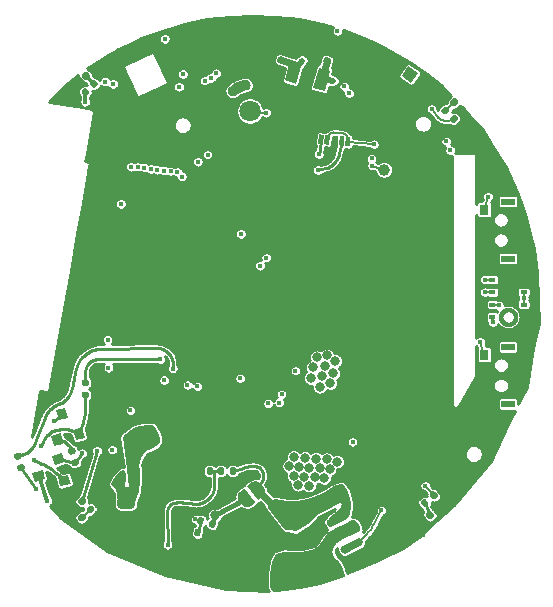
<source format=gtl>
G04 #@! TF.GenerationSoftware,KiCad,Pcbnew,5.1.7-a382d34a8~88~ubuntu18.04.1*
G04 #@! TF.CreationDate,2021-05-20T00:29:44+02:00*
G04 #@! TF.ProjectId,Emersense_V1,456d6572-7365-46e7-9365-5f56312e6b69,rev?*
G04 #@! TF.SameCoordinates,Original*
G04 #@! TF.FileFunction,Copper,L1,Top*
G04 #@! TF.FilePolarity,Positive*
%FSLAX46Y46*%
G04 Gerber Fmt 4.6, Leading zero omitted, Abs format (unit mm)*
G04 Created by KiCad (PCBNEW 5.1.7-a382d34a8~88~ubuntu18.04.1) date 2021-05-20 00:29:44*
%MOMM*%
%LPD*%
G01*
G04 APERTURE LIST*
G04 #@! TA.AperFunction,EtchedComponent*
%ADD10C,0.010000*%
G04 #@! TD*
G04 #@! TA.AperFunction,SMDPad,CuDef*
%ADD11C,1.000000*%
G04 #@! TD*
G04 #@! TA.AperFunction,SMDPad,CuDef*
%ADD12R,1.200000X0.600000*%
G04 #@! TD*
G04 #@! TA.AperFunction,SMDPad,CuDef*
%ADD13R,0.800000X0.900000*%
G04 #@! TD*
G04 #@! TA.AperFunction,SMDPad,CuDef*
%ADD14C,0.100000*%
G04 #@! TD*
G04 #@! TA.AperFunction,SMDPad,CuDef*
%ADD15C,1.800000*%
G04 #@! TD*
G04 #@! TA.AperFunction,ComponentPad*
%ADD16C,0.100000*%
G04 #@! TD*
G04 #@! TA.AperFunction,SMDPad,CuDef*
%ADD17R,0.600000X0.400000*%
G04 #@! TD*
G04 #@! TA.AperFunction,SMDPad,CuDef*
%ADD18R,0.100000X0.100000*%
G04 #@! TD*
G04 #@! TA.AperFunction,ViaPad*
%ADD19C,0.450000*%
G04 #@! TD*
G04 #@! TA.AperFunction,ViaPad*
%ADD20C,0.800000*%
G04 #@! TD*
G04 #@! TA.AperFunction,Conductor*
%ADD21C,0.400000*%
G04 #@! TD*
G04 #@! TA.AperFunction,Conductor*
%ADD22C,0.600000*%
G04 #@! TD*
G04 #@! TA.AperFunction,Conductor*
%ADD23C,0.250000*%
G04 #@! TD*
G04 #@! TA.AperFunction,Conductor*
%ADD24C,0.200000*%
G04 #@! TD*
G04 #@! TA.AperFunction,Conductor*
%ADD25C,0.300000*%
G04 #@! TD*
G04 #@! TA.AperFunction,Conductor*
%ADD26C,0.550000*%
G04 #@! TD*
G04 #@! TA.AperFunction,Conductor*
%ADD27C,0.150000*%
G04 #@! TD*
G04 #@! TA.AperFunction,Conductor*
%ADD28C,0.280000*%
G04 #@! TD*
G04 #@! TA.AperFunction,Conductor*
%ADD29C,0.178000*%
G04 #@! TD*
G04 #@! TA.AperFunction,Conductor*
%ADD30C,0.100000*%
G04 #@! TD*
G04 #@! TA.AperFunction,Conductor*
%ADD31C,0.278000*%
G04 #@! TD*
G04 APERTURE END LIST*
D10*
G36*
X150746500Y-95760000D02*
G01*
X150746500Y-96060000D01*
X150722694Y-96060654D01*
X150697707Y-96062621D01*
X150672857Y-96065893D01*
X150648212Y-96070460D01*
X150623840Y-96076311D01*
X150599808Y-96083430D01*
X150576181Y-96091797D01*
X150553024Y-96101389D01*
X150530401Y-96112179D01*
X150508374Y-96124139D01*
X150487003Y-96137235D01*
X150466347Y-96151432D01*
X150446462Y-96166690D01*
X150427403Y-96182968D01*
X150409221Y-96200221D01*
X150391968Y-96218403D01*
X150375690Y-96237462D01*
X150360432Y-96257347D01*
X150346235Y-96278003D01*
X150333139Y-96299374D01*
X150321179Y-96321401D01*
X150310389Y-96344024D01*
X150300797Y-96367181D01*
X150292430Y-96390808D01*
X150285311Y-96414840D01*
X150279460Y-96439212D01*
X150274893Y-96463857D01*
X150271621Y-96488707D01*
X150269654Y-96513694D01*
X150269000Y-96540000D01*
X150269658Y-96565121D01*
X150271629Y-96590174D01*
X150274910Y-96615089D01*
X150279489Y-96639798D01*
X150285356Y-96664233D01*
X150292493Y-96688328D01*
X150300881Y-96712017D01*
X150310498Y-96735234D01*
X150321317Y-96757915D01*
X150333308Y-96780000D01*
X150346438Y-96801427D01*
X150360672Y-96822137D01*
X150375970Y-96842074D01*
X150392290Y-96861183D01*
X150409589Y-96879411D01*
X150427817Y-96896710D01*
X150446926Y-96913030D01*
X150466863Y-96928328D01*
X150487573Y-96942562D01*
X150509000Y-96955692D01*
X150531085Y-96967683D01*
X150553766Y-96978502D01*
X150576983Y-96988119D01*
X150600672Y-96996507D01*
X150624767Y-97003644D01*
X150649202Y-97009511D01*
X150673911Y-97014090D01*
X150698826Y-97017371D01*
X150723879Y-97019342D01*
X150749000Y-97020000D01*
X150774121Y-97019342D01*
X150799174Y-97017371D01*
X150824089Y-97014090D01*
X150848798Y-97009511D01*
X150873233Y-97003644D01*
X150897328Y-96996507D01*
X150921017Y-96988119D01*
X150944234Y-96978502D01*
X150966915Y-96967683D01*
X150989000Y-96955692D01*
X151010427Y-96942562D01*
X151031137Y-96928328D01*
X151051074Y-96913030D01*
X151070183Y-96896710D01*
X151088411Y-96879411D01*
X151105710Y-96861183D01*
X151122030Y-96842074D01*
X151137328Y-96822137D01*
X151151562Y-96801427D01*
X151164692Y-96780000D01*
X151176683Y-96757915D01*
X151187502Y-96735234D01*
X151197119Y-96712017D01*
X151205507Y-96688328D01*
X151212644Y-96664233D01*
X151218511Y-96639798D01*
X151223090Y-96615089D01*
X151226371Y-96590174D01*
X151228342Y-96565121D01*
X151229000Y-96540000D01*
X151228346Y-96513694D01*
X151226379Y-96488707D01*
X151223107Y-96463857D01*
X151218540Y-96439212D01*
X151212689Y-96414840D01*
X151205570Y-96390808D01*
X151197203Y-96367181D01*
X151187611Y-96344024D01*
X151176821Y-96321401D01*
X151164861Y-96299374D01*
X151151765Y-96278003D01*
X151137568Y-96257347D01*
X151122310Y-96237462D01*
X151106032Y-96218403D01*
X151088779Y-96200221D01*
X151070597Y-96182968D01*
X151051538Y-96166690D01*
X151031653Y-96151432D01*
X151010997Y-96137235D01*
X150989626Y-96124139D01*
X150967599Y-96112179D01*
X150944976Y-96101389D01*
X150921819Y-96091797D01*
X150898192Y-96083430D01*
X150874160Y-96076311D01*
X150849788Y-96070460D01*
X150825143Y-96065893D01*
X150800293Y-96062621D01*
X150775306Y-96060654D01*
X150751500Y-96060000D01*
X150751500Y-95760000D01*
X150791007Y-95761066D01*
X150831652Y-95764265D01*
X150872073Y-95769587D01*
X150912161Y-95777017D01*
X150951806Y-95786534D01*
X150990897Y-95798114D01*
X151029329Y-95811723D01*
X151066997Y-95827326D01*
X151103796Y-95844878D01*
X151139626Y-95864332D01*
X151174388Y-95885634D01*
X151207988Y-95908727D01*
X151240334Y-95933547D01*
X151271336Y-95960025D01*
X151300910Y-95988090D01*
X151328975Y-96017664D01*
X151355453Y-96048666D01*
X151380273Y-96081012D01*
X151403366Y-96114612D01*
X151424668Y-96149374D01*
X151444122Y-96185204D01*
X151461674Y-96222003D01*
X151477277Y-96259671D01*
X151490886Y-96298103D01*
X151502466Y-96337194D01*
X151511983Y-96376839D01*
X151519413Y-96416927D01*
X151524735Y-96457348D01*
X151527934Y-96497993D01*
X151529000Y-96540000D01*
X151527931Y-96580822D01*
X151524727Y-96621532D01*
X151519397Y-96662019D01*
X151511955Y-96702171D01*
X151502422Y-96741879D01*
X151490824Y-96781033D01*
X151477193Y-96819527D01*
X151461565Y-96857255D01*
X151443985Y-96894113D01*
X151424500Y-96930000D01*
X151403163Y-96964818D01*
X151380033Y-96998472D01*
X151355174Y-97030870D01*
X151328653Y-97061922D01*
X151300543Y-97091543D01*
X151270922Y-97119653D01*
X151239870Y-97146174D01*
X151207472Y-97171033D01*
X151173818Y-97194163D01*
X151139000Y-97215500D01*
X151103113Y-97234985D01*
X151066255Y-97252565D01*
X151028527Y-97268193D01*
X150990033Y-97281824D01*
X150950879Y-97293422D01*
X150911171Y-97302955D01*
X150871019Y-97310397D01*
X150830532Y-97315727D01*
X150789822Y-97318931D01*
X150749000Y-97320000D01*
X150708178Y-97318931D01*
X150667468Y-97315727D01*
X150626981Y-97310397D01*
X150586829Y-97302955D01*
X150547121Y-97293422D01*
X150507967Y-97281824D01*
X150469473Y-97268193D01*
X150431745Y-97252565D01*
X150394887Y-97234985D01*
X150359000Y-97215500D01*
X150324182Y-97194163D01*
X150290528Y-97171033D01*
X150258130Y-97146174D01*
X150227078Y-97119653D01*
X150197457Y-97091543D01*
X150169347Y-97061922D01*
X150142826Y-97030870D01*
X150117967Y-96998472D01*
X150094837Y-96964818D01*
X150073500Y-96930000D01*
X150054015Y-96894113D01*
X150036435Y-96857255D01*
X150020807Y-96819527D01*
X150007176Y-96781033D01*
X149995578Y-96741879D01*
X149986045Y-96702171D01*
X149978603Y-96662019D01*
X149973273Y-96621532D01*
X149970069Y-96580822D01*
X149969000Y-96540000D01*
X149970066Y-96497993D01*
X149973265Y-96457348D01*
X149978587Y-96416927D01*
X149986017Y-96376839D01*
X149995534Y-96337194D01*
X150007114Y-96298103D01*
X150020723Y-96259671D01*
X150036326Y-96222003D01*
X150053878Y-96185204D01*
X150073332Y-96149374D01*
X150094634Y-96114612D01*
X150117727Y-96081012D01*
X150142547Y-96048666D01*
X150169025Y-96017664D01*
X150197090Y-95988090D01*
X150226664Y-95960025D01*
X150257666Y-95933547D01*
X150290012Y-95908727D01*
X150323612Y-95885634D01*
X150358374Y-95864332D01*
X150394204Y-95844878D01*
X150431003Y-95827326D01*
X150468671Y-95811723D01*
X150507103Y-95798114D01*
X150546194Y-95786534D01*
X150585839Y-95777017D01*
X150625927Y-95769587D01*
X150666348Y-95764265D01*
X150706993Y-95761066D01*
X150746500Y-95760000D01*
G37*
X150746500Y-95760000D02*
X150746500Y-96060000D01*
X150722694Y-96060654D01*
X150697707Y-96062621D01*
X150672857Y-96065893D01*
X150648212Y-96070460D01*
X150623840Y-96076311D01*
X150599808Y-96083430D01*
X150576181Y-96091797D01*
X150553024Y-96101389D01*
X150530401Y-96112179D01*
X150508374Y-96124139D01*
X150487003Y-96137235D01*
X150466347Y-96151432D01*
X150446462Y-96166690D01*
X150427403Y-96182968D01*
X150409221Y-96200221D01*
X150391968Y-96218403D01*
X150375690Y-96237462D01*
X150360432Y-96257347D01*
X150346235Y-96278003D01*
X150333139Y-96299374D01*
X150321179Y-96321401D01*
X150310389Y-96344024D01*
X150300797Y-96367181D01*
X150292430Y-96390808D01*
X150285311Y-96414840D01*
X150279460Y-96439212D01*
X150274893Y-96463857D01*
X150271621Y-96488707D01*
X150269654Y-96513694D01*
X150269000Y-96540000D01*
X150269658Y-96565121D01*
X150271629Y-96590174D01*
X150274910Y-96615089D01*
X150279489Y-96639798D01*
X150285356Y-96664233D01*
X150292493Y-96688328D01*
X150300881Y-96712017D01*
X150310498Y-96735234D01*
X150321317Y-96757915D01*
X150333308Y-96780000D01*
X150346438Y-96801427D01*
X150360672Y-96822137D01*
X150375970Y-96842074D01*
X150392290Y-96861183D01*
X150409589Y-96879411D01*
X150427817Y-96896710D01*
X150446926Y-96913030D01*
X150466863Y-96928328D01*
X150487573Y-96942562D01*
X150509000Y-96955692D01*
X150531085Y-96967683D01*
X150553766Y-96978502D01*
X150576983Y-96988119D01*
X150600672Y-96996507D01*
X150624767Y-97003644D01*
X150649202Y-97009511D01*
X150673911Y-97014090D01*
X150698826Y-97017371D01*
X150723879Y-97019342D01*
X150749000Y-97020000D01*
X150774121Y-97019342D01*
X150799174Y-97017371D01*
X150824089Y-97014090D01*
X150848798Y-97009511D01*
X150873233Y-97003644D01*
X150897328Y-96996507D01*
X150921017Y-96988119D01*
X150944234Y-96978502D01*
X150966915Y-96967683D01*
X150989000Y-96955692D01*
X151010427Y-96942562D01*
X151031137Y-96928328D01*
X151051074Y-96913030D01*
X151070183Y-96896710D01*
X151088411Y-96879411D01*
X151105710Y-96861183D01*
X151122030Y-96842074D01*
X151137328Y-96822137D01*
X151151562Y-96801427D01*
X151164692Y-96780000D01*
X151176683Y-96757915D01*
X151187502Y-96735234D01*
X151197119Y-96712017D01*
X151205507Y-96688328D01*
X151212644Y-96664233D01*
X151218511Y-96639798D01*
X151223090Y-96615089D01*
X151226371Y-96590174D01*
X151228342Y-96565121D01*
X151229000Y-96540000D01*
X151228346Y-96513694D01*
X151226379Y-96488707D01*
X151223107Y-96463857D01*
X151218540Y-96439212D01*
X151212689Y-96414840D01*
X151205570Y-96390808D01*
X151197203Y-96367181D01*
X151187611Y-96344024D01*
X151176821Y-96321401D01*
X151164861Y-96299374D01*
X151151765Y-96278003D01*
X151137568Y-96257347D01*
X151122310Y-96237462D01*
X151106032Y-96218403D01*
X151088779Y-96200221D01*
X151070597Y-96182968D01*
X151051538Y-96166690D01*
X151031653Y-96151432D01*
X151010997Y-96137235D01*
X150989626Y-96124139D01*
X150967599Y-96112179D01*
X150944976Y-96101389D01*
X150921819Y-96091797D01*
X150898192Y-96083430D01*
X150874160Y-96076311D01*
X150849788Y-96070460D01*
X150825143Y-96065893D01*
X150800293Y-96062621D01*
X150775306Y-96060654D01*
X150751500Y-96060000D01*
X150751500Y-95760000D01*
X150791007Y-95761066D01*
X150831652Y-95764265D01*
X150872073Y-95769587D01*
X150912161Y-95777017D01*
X150951806Y-95786534D01*
X150990897Y-95798114D01*
X151029329Y-95811723D01*
X151066997Y-95827326D01*
X151103796Y-95844878D01*
X151139626Y-95864332D01*
X151174388Y-95885634D01*
X151207988Y-95908727D01*
X151240334Y-95933547D01*
X151271336Y-95960025D01*
X151300910Y-95988090D01*
X151328975Y-96017664D01*
X151355453Y-96048666D01*
X151380273Y-96081012D01*
X151403366Y-96114612D01*
X151424668Y-96149374D01*
X151444122Y-96185204D01*
X151461674Y-96222003D01*
X151477277Y-96259671D01*
X151490886Y-96298103D01*
X151502466Y-96337194D01*
X151511983Y-96376839D01*
X151519413Y-96416927D01*
X151524735Y-96457348D01*
X151527934Y-96497993D01*
X151529000Y-96540000D01*
X151527931Y-96580822D01*
X151524727Y-96621532D01*
X151519397Y-96662019D01*
X151511955Y-96702171D01*
X151502422Y-96741879D01*
X151490824Y-96781033D01*
X151477193Y-96819527D01*
X151461565Y-96857255D01*
X151443985Y-96894113D01*
X151424500Y-96930000D01*
X151403163Y-96964818D01*
X151380033Y-96998472D01*
X151355174Y-97030870D01*
X151328653Y-97061922D01*
X151300543Y-97091543D01*
X151270922Y-97119653D01*
X151239870Y-97146174D01*
X151207472Y-97171033D01*
X151173818Y-97194163D01*
X151139000Y-97215500D01*
X151103113Y-97234985D01*
X151066255Y-97252565D01*
X151028527Y-97268193D01*
X150990033Y-97281824D01*
X150950879Y-97293422D01*
X150911171Y-97302955D01*
X150871019Y-97310397D01*
X150830532Y-97315727D01*
X150789822Y-97318931D01*
X150749000Y-97320000D01*
X150708178Y-97318931D01*
X150667468Y-97315727D01*
X150626981Y-97310397D01*
X150586829Y-97302955D01*
X150547121Y-97293422D01*
X150507967Y-97281824D01*
X150469473Y-97268193D01*
X150431745Y-97252565D01*
X150394887Y-97234985D01*
X150359000Y-97215500D01*
X150324182Y-97194163D01*
X150290528Y-97171033D01*
X150258130Y-97146174D01*
X150227078Y-97119653D01*
X150197457Y-97091543D01*
X150169347Y-97061922D01*
X150142826Y-97030870D01*
X150117967Y-96998472D01*
X150094837Y-96964818D01*
X150073500Y-96930000D01*
X150054015Y-96894113D01*
X150036435Y-96857255D01*
X150020807Y-96819527D01*
X150007176Y-96781033D01*
X149995578Y-96741879D01*
X149986045Y-96702171D01*
X149978603Y-96662019D01*
X149973273Y-96621532D01*
X149970069Y-96580822D01*
X149969000Y-96540000D01*
X149970066Y-96497993D01*
X149973265Y-96457348D01*
X149978587Y-96416927D01*
X149986017Y-96376839D01*
X149995534Y-96337194D01*
X150007114Y-96298103D01*
X150020723Y-96259671D01*
X150036326Y-96222003D01*
X150053878Y-96185204D01*
X150073332Y-96149374D01*
X150094634Y-96114612D01*
X150117727Y-96081012D01*
X150142547Y-96048666D01*
X150169025Y-96017664D01*
X150197090Y-95988090D01*
X150226664Y-95960025D01*
X150257666Y-95933547D01*
X150290012Y-95908727D01*
X150323612Y-95885634D01*
X150358374Y-95864332D01*
X150394204Y-95844878D01*
X150431003Y-95827326D01*
X150468671Y-95811723D01*
X150507103Y-95798114D01*
X150546194Y-95786534D01*
X150585839Y-95777017D01*
X150625927Y-95769587D01*
X150666348Y-95764265D01*
X150706993Y-95761066D01*
X150746500Y-95760000D01*
G04 #@! TA.AperFunction,SMDPad,CuDef*
G36*
G01*
X124738700Y-109390600D02*
X124738700Y-109760600D01*
G75*
G02*
X124603700Y-109895600I-135000J0D01*
G01*
X124333700Y-109895600D01*
G75*
G02*
X124198700Y-109760600I0J135000D01*
G01*
X124198700Y-109390600D01*
G75*
G02*
X124333700Y-109255600I135000J0D01*
G01*
X124603700Y-109255600D01*
G75*
G02*
X124738700Y-109390600I0J-135000D01*
G01*
G37*
G04 #@! TD.AperFunction*
G04 #@! TA.AperFunction,SMDPad,CuDef*
G36*
G01*
X125758700Y-109390600D02*
X125758700Y-109760600D01*
G75*
G02*
X125623700Y-109895600I-135000J0D01*
G01*
X125353700Y-109895600D01*
G75*
G02*
X125218700Y-109760600I0J135000D01*
G01*
X125218700Y-109390600D01*
G75*
G02*
X125353700Y-109255600I135000J0D01*
G01*
X125623700Y-109255600D01*
G75*
G02*
X125758700Y-109390600I0J-135000D01*
G01*
G37*
G04 #@! TD.AperFunction*
G04 #@! TA.AperFunction,SMDPad,CuDef*
G36*
G01*
X126683800Y-109390600D02*
X126683800Y-109760600D01*
G75*
G02*
X126548800Y-109895600I-135000J0D01*
G01*
X126278800Y-109895600D01*
G75*
G02*
X126143800Y-109760600I0J135000D01*
G01*
X126143800Y-109390600D01*
G75*
G02*
X126278800Y-109255600I135000J0D01*
G01*
X126548800Y-109255600D01*
G75*
G02*
X126683800Y-109390600I0J-135000D01*
G01*
G37*
G04 #@! TD.AperFunction*
G04 #@! TA.AperFunction,SMDPad,CuDef*
G36*
G01*
X127703800Y-109390600D02*
X127703800Y-109760600D01*
G75*
G02*
X127568800Y-109895600I-135000J0D01*
G01*
X127298800Y-109895600D01*
G75*
G02*
X127163800Y-109760600I0J135000D01*
G01*
X127163800Y-109390600D01*
G75*
G02*
X127298800Y-109255600I135000J0D01*
G01*
X127568800Y-109255600D01*
G75*
G02*
X127703800Y-109390600I0J-135000D01*
G01*
G37*
G04 #@! TD.AperFunction*
D11*
X140233400Y-84074000D03*
G04 #@! TA.AperFunction,SMDPad,CuDef*
G36*
G01*
X114226033Y-77127519D02*
X113982081Y-76883567D01*
G75*
G02*
X113982081Y-76674971I104298J104298D01*
G01*
X114190677Y-76466375D01*
G75*
G02*
X114399273Y-76466375I104298J-104298D01*
G01*
X114643225Y-76710327D01*
G75*
G02*
X114643225Y-76918923I-104298J-104298D01*
G01*
X114434629Y-77127519D01*
G75*
G02*
X114226033Y-77127519I-104298J104298D01*
G01*
G37*
G04 #@! TD.AperFunction*
G04 #@! TA.AperFunction,SMDPad,CuDef*
G36*
G01*
X114911927Y-76441625D02*
X114667975Y-76197673D01*
G75*
G02*
X114667975Y-75989077I104298J104298D01*
G01*
X114876571Y-75780481D01*
G75*
G02*
X115085167Y-75780481I104298J-104298D01*
G01*
X115329119Y-76024433D01*
G75*
G02*
X115329119Y-76233029I-104298J-104298D01*
G01*
X115120523Y-76441625D01*
G75*
G02*
X114911927Y-76441625I-104298J104298D01*
G01*
G37*
G04 #@! TD.AperFunction*
G04 #@! TA.AperFunction,SMDPad,CuDef*
G36*
G01*
X147193372Y-79131420D02*
X146949420Y-79375372D01*
G75*
G02*
X146740824Y-79375372I-104298J104298D01*
G01*
X146532228Y-79166776D01*
G75*
G02*
X146532228Y-78958180I104298J104298D01*
G01*
X146776180Y-78714228D01*
G75*
G02*
X146984776Y-78714228I104298J-104298D01*
G01*
X147193372Y-78922824D01*
G75*
G02*
X147193372Y-79131420I-104298J-104298D01*
G01*
G37*
G04 #@! TD.AperFunction*
G04 #@! TA.AperFunction,SMDPad,CuDef*
G36*
G01*
X146507478Y-78445526D02*
X146263526Y-78689478D01*
G75*
G02*
X146054930Y-78689478I-104298J104298D01*
G01*
X145846334Y-78480882D01*
G75*
G02*
X145846334Y-78272286I104298J104298D01*
G01*
X146090286Y-78028334D01*
G75*
G02*
X146298882Y-78028334I104298J-104298D01*
G01*
X146507478Y-78236930D01*
G75*
G02*
X146507478Y-78445526I-104298J-104298D01*
G01*
G37*
G04 #@! TD.AperFunction*
G04 #@! TA.AperFunction,SMDPad,CuDef*
G36*
G01*
X144996703Y-112378035D02*
X145218464Y-112642320D01*
G75*
G02*
X145200283Y-112850123I-112992J-94811D01*
G01*
X144974300Y-113039746D01*
G75*
G02*
X144766497Y-113021565I-94811J112992D01*
G01*
X144544736Y-112757280D01*
G75*
G02*
X144562917Y-112549477I112992J94811D01*
G01*
X144788900Y-112359854D01*
G75*
G02*
X144996703Y-112378035I94811J-112992D01*
G01*
G37*
G04 #@! TD.AperFunction*
G04 #@! TA.AperFunction,SMDPad,CuDef*
G36*
G01*
X144253639Y-113001539D02*
X144475400Y-113265824D01*
G75*
G02*
X144457219Y-113473627I-112992J-94811D01*
G01*
X144231236Y-113663250D01*
G75*
G02*
X144023433Y-113645069I-94811J112992D01*
G01*
X143801672Y-113380784D01*
G75*
G02*
X143819853Y-113172981I112992J94811D01*
G01*
X144045836Y-112983358D01*
G75*
G02*
X144253639Y-113001539I94811J-112992D01*
G01*
G37*
G04 #@! TD.AperFunction*
G04 #@! TA.AperFunction,SMDPad,CuDef*
G36*
G01*
X113639134Y-112740086D02*
X113883086Y-112496134D01*
G75*
G02*
X114091682Y-112496134I104298J-104298D01*
G01*
X114300278Y-112704730D01*
G75*
G02*
X114300278Y-112913326I-104298J-104298D01*
G01*
X114056326Y-113157278D01*
G75*
G02*
X113847730Y-113157278I-104298J104298D01*
G01*
X113639134Y-112948682D01*
G75*
G02*
X113639134Y-112740086I104298J104298D01*
G01*
G37*
G04 #@! TD.AperFunction*
G04 #@! TA.AperFunction,SMDPad,CuDef*
G36*
G01*
X114325028Y-113425980D02*
X114568980Y-113182028D01*
G75*
G02*
X114777576Y-113182028I104298J-104298D01*
G01*
X114986172Y-113390624D01*
G75*
G02*
X114986172Y-113599220I-104298J-104298D01*
G01*
X114742220Y-113843172D01*
G75*
G02*
X114533624Y-113843172I-104298J104298D01*
G01*
X114325028Y-113634576D01*
G75*
G02*
X114325028Y-113425980I104298J104298D01*
G01*
G37*
G04 #@! TD.AperFunction*
D12*
X150723600Y-86766400D03*
X150723600Y-91592400D03*
D13*
X148722080Y-87442040D03*
X148722080Y-90896440D03*
G04 #@! TA.AperFunction,SMDPad,CuDef*
D14*
G36*
X128674197Y-76493182D02*
G01*
X128713645Y-76512593D01*
X128751011Y-76535760D01*
X128785936Y-76562463D01*
X128818090Y-76592448D01*
X128847165Y-76625427D01*
X128872882Y-76661085D01*
X128894997Y-76699082D01*
X128913297Y-76739056D01*
X128927611Y-76780627D01*
X128937800Y-76823395D01*
X128943767Y-76866954D01*
X128945454Y-76910885D01*
X128942846Y-76954773D01*
X128935968Y-76998196D01*
X128924886Y-77040742D01*
X128909705Y-77082002D01*
X128890570Y-77121584D01*
X128867663Y-77159110D01*
X128841204Y-77194222D01*
X128811445Y-77226584D01*
X128778670Y-77255887D01*
X128743192Y-77281854D01*
X128705350Y-77304233D01*
X128665504Y-77322813D01*
X128624035Y-77337416D01*
X128581340Y-77347903D01*
X128519411Y-77359940D01*
X128343985Y-77406291D01*
X128180564Y-77467066D01*
X128023853Y-77543499D01*
X127875337Y-77634866D01*
X127718928Y-77753588D01*
X127713897Y-77757351D01*
X127677278Y-77781681D01*
X127638459Y-77802321D01*
X127597812Y-77819075D01*
X127555724Y-77831782D01*
X127512596Y-77840322D01*
X127468841Y-77844611D01*
X127424877Y-77844612D01*
X127381121Y-77840322D01*
X127337994Y-77831782D01*
X127295905Y-77819075D01*
X127255258Y-77802321D01*
X127216439Y-77781682D01*
X127179821Y-77757351D01*
X127145751Y-77729565D01*
X127114554Y-77698586D01*
X127086529Y-77664709D01*
X127061944Y-77628261D01*
X127041033Y-77589588D01*
X127023997Y-77549058D01*
X127010996Y-77507059D01*
X127002156Y-77463992D01*
X126997560Y-77420269D01*
X126997253Y-77376304D01*
X127001238Y-77332521D01*
X127009477Y-77289335D01*
X127021889Y-77247159D01*
X127038359Y-77206396D01*
X127058727Y-77167433D01*
X127082801Y-77130645D01*
X127110350Y-77096381D01*
X127141110Y-77064971D01*
X127174789Y-77036710D01*
X127348733Y-76904679D01*
X127353765Y-76900916D01*
X127369460Y-76890487D01*
X127385009Y-76879840D01*
X127571008Y-76765414D01*
X127576383Y-76762159D01*
X127593029Y-76753308D01*
X127609535Y-76744234D01*
X127805813Y-76648503D01*
X127811480Y-76645788D01*
X127828940Y-76638591D01*
X127846221Y-76631184D01*
X128050903Y-76555064D01*
X128056807Y-76552915D01*
X128074871Y-76547461D01*
X128092809Y-76541770D01*
X128303942Y-76485987D01*
X128310027Y-76484424D01*
X128321584Y-76482135D01*
X128333032Y-76479323D01*
X128409617Y-76464437D01*
X128415793Y-76463282D01*
X128459392Y-76457619D01*
X128503335Y-76456239D01*
X128547202Y-76459152D01*
X128590577Y-76466333D01*
X128633044Y-76477713D01*
X128674197Y-76493182D01*
G37*
G04 #@! TD.AperFunction*
D15*
X128883616Y-79107412D03*
G04 #@! TA.AperFunction,SMDPad,CuDef*
D14*
G36*
X130038125Y-76683571D02*
G01*
X130231299Y-76785419D01*
X130236836Y-76788389D01*
X130252916Y-76798204D01*
X130269143Y-76807801D01*
X130451454Y-76928013D01*
X130456675Y-76931509D01*
X130471734Y-76942857D01*
X130486930Y-76953979D01*
X130656639Y-77091406D01*
X130656644Y-77091410D01*
X130656650Y-77091415D01*
X130661498Y-77095397D01*
X130675360Y-77108143D01*
X130689418Y-77120713D01*
X130844909Y-77274048D01*
X130849352Y-77278492D01*
X130861908Y-77292535D01*
X130874667Y-77306410D01*
X131014453Y-77474185D01*
X131018440Y-77479041D01*
X131029581Y-77494263D01*
X131040911Y-77509297D01*
X131163658Y-77689914D01*
X131167153Y-77695135D01*
X131176753Y-77711368D01*
X131186564Y-77727440D01*
X131291100Y-77919172D01*
X131294069Y-77924710D01*
X131302044Y-77941812D01*
X131310236Y-77958756D01*
X131395562Y-78159775D01*
X131397977Y-78165575D01*
X131404236Y-78183348D01*
X131410743Y-78201034D01*
X131476046Y-78409418D01*
X131477883Y-78415427D01*
X131482392Y-78433779D01*
X131487128Y-78451962D01*
X131531786Y-78665726D01*
X131533028Y-78671885D01*
X131535720Y-78690560D01*
X131538664Y-78709151D01*
X131562248Y-78926252D01*
X131562883Y-78932503D01*
X131563740Y-78951356D01*
X131564856Y-78970139D01*
X131567143Y-79188504D01*
X131567164Y-79194787D01*
X131566177Y-79213633D01*
X131565455Y-79232435D01*
X131546422Y-79449982D01*
X131545831Y-79456237D01*
X131543005Y-79474925D01*
X131540455Y-79493541D01*
X131500284Y-79708193D01*
X131499086Y-79714360D01*
X131494457Y-79732655D01*
X131490096Y-79750963D01*
X131429170Y-79960669D01*
X131427374Y-79966690D01*
X131420987Y-79984432D01*
X131414857Y-80002237D01*
X131333758Y-80204998D01*
X131331384Y-80210816D01*
X131323290Y-80227862D01*
X131315456Y-80244973D01*
X131214959Y-80438852D01*
X131212028Y-80444410D01*
X131202303Y-80460596D01*
X131192843Y-80476850D01*
X131073905Y-80659997D01*
X131070447Y-80665243D01*
X131059214Y-80680368D01*
X131048189Y-80695655D01*
X130911947Y-80866322D01*
X130907992Y-80871205D01*
X130895293Y-80885211D01*
X130882872Y-80899300D01*
X130730627Y-81055858D01*
X130726216Y-81060332D01*
X130712256Y-81072989D01*
X130698474Y-81085842D01*
X130531678Y-81226796D01*
X130526850Y-81230817D01*
X130511712Y-81242061D01*
X130496751Y-81253499D01*
X130316997Y-81377503D01*
X130311799Y-81381035D01*
X130295655Y-81390736D01*
X130279630Y-81400671D01*
X130088632Y-81506543D01*
X130083116Y-81509551D01*
X130066068Y-81517645D01*
X130049185Y-81525954D01*
X129848766Y-81612681D01*
X129842983Y-81615136D01*
X129825244Y-81621523D01*
X129807615Y-81628149D01*
X129599689Y-81694908D01*
X129593694Y-81696786D01*
X129575385Y-81701419D01*
X129557222Y-81706286D01*
X129343776Y-81752434D01*
X129337626Y-81753719D01*
X129318980Y-81756540D01*
X129300404Y-81759615D01*
X129083473Y-81784715D01*
X129077227Y-81785394D01*
X129058382Y-81786381D01*
X129039602Y-81787629D01*
X128821257Y-81791440D01*
X128814975Y-81791505D01*
X128796156Y-81790651D01*
X128777316Y-81790059D01*
X128559642Y-81772546D01*
X128553383Y-81771998D01*
X128534697Y-81769305D01*
X128516043Y-81766882D01*
X128301116Y-81728212D01*
X128294941Y-81727056D01*
X128276639Y-81722560D01*
X128258276Y-81718321D01*
X128048149Y-81658861D01*
X128042116Y-81657108D01*
X128024319Y-81650841D01*
X128006483Y-81644838D01*
X127803160Y-81565158D01*
X127797327Y-81562824D01*
X127780243Y-81554857D01*
X127763058Y-81547135D01*
X127568482Y-81447993D01*
X127562904Y-81445101D01*
X127546691Y-81435512D01*
X127530332Y-81426144D01*
X127346360Y-81308490D01*
X127341090Y-81305067D01*
X127325892Y-81293944D01*
X127310520Y-81283020D01*
X127138908Y-81147972D01*
X127133997Y-81144053D01*
X127119922Y-81131468D01*
X127105728Y-81119130D01*
X126948112Y-80967982D01*
X126943607Y-80963601D01*
X126930857Y-80949735D01*
X126917903Y-80936037D01*
X126775789Y-80770229D01*
X126771733Y-80765429D01*
X126760361Y-80750339D01*
X126748844Y-80735491D01*
X126623586Y-80556606D01*
X126620019Y-80551434D01*
X126610205Y-80535358D01*
X126600158Y-80519403D01*
X126492955Y-80329149D01*
X126489909Y-80323652D01*
X126481697Y-80306665D01*
X126473271Y-80289838D01*
X126385145Y-80090032D01*
X126382650Y-80084266D01*
X126376150Y-80066598D01*
X126369388Y-80048986D01*
X126301181Y-79841533D01*
X126299261Y-79835551D01*
X126294508Y-79817305D01*
X126289506Y-79799146D01*
X126241869Y-79586027D01*
X126240542Y-79579886D01*
X126237593Y-79561271D01*
X126234386Y-79542705D01*
X126207772Y-79325954D01*
X126207050Y-79319713D01*
X126205932Y-79300892D01*
X126204552Y-79282108D01*
X126199217Y-79063795D01*
X126199107Y-79057513D01*
X126199832Y-79038642D01*
X126200291Y-79019843D01*
X126216285Y-78802052D01*
X126216789Y-78795789D01*
X126219349Y-78777100D01*
X126221643Y-78758413D01*
X126258814Y-78543222D01*
X126259927Y-78537039D01*
X126262837Y-78524821D01*
X126265236Y-78512477D01*
X126287568Y-78421559D01*
X126289109Y-78415468D01*
X126302256Y-78373514D01*
X126319435Y-78333045D01*
X126340480Y-78294445D01*
X126365192Y-78258083D01*
X126393334Y-78224305D01*
X126424638Y-78193435D01*
X126458805Y-78165768D01*
X126495509Y-78141565D01*
X126534400Y-78121061D01*
X126575107Y-78104449D01*
X126617238Y-78091889D01*
X126660395Y-78083499D01*
X126704165Y-78079363D01*
X126748129Y-78079516D01*
X126791869Y-78083959D01*
X126834967Y-78092649D01*
X126877010Y-78105503D01*
X126917599Y-78122398D01*
X126956345Y-78143174D01*
X126992880Y-78167631D01*
X127026852Y-78195537D01*
X127057941Y-78226624D01*
X127085846Y-78260597D01*
X127110303Y-78297133D01*
X127131079Y-78335878D01*
X127147975Y-78376467D01*
X127160828Y-78418511D01*
X127169520Y-78461608D01*
X127173961Y-78505348D01*
X127174115Y-78549313D01*
X127169977Y-78593082D01*
X127161589Y-78636239D01*
X127143004Y-78711901D01*
X127112256Y-78889914D01*
X127099486Y-79063806D01*
X127103746Y-79238112D01*
X127124996Y-79411181D01*
X127163030Y-79581335D01*
X127217489Y-79746978D01*
X127287852Y-79906509D01*
X127373447Y-80058415D01*
X127473457Y-80201245D01*
X127586925Y-80333631D01*
X127712772Y-80454313D01*
X127849793Y-80562139D01*
X127996683Y-80656078D01*
X128152041Y-80735237D01*
X128314380Y-80798856D01*
X128482154Y-80846333D01*
X128653759Y-80877209D01*
X128827558Y-80891192D01*
X129001891Y-80888150D01*
X129175097Y-80868109D01*
X129345513Y-80831265D01*
X129511540Y-80777959D01*
X129671554Y-80708715D01*
X129824052Y-80624184D01*
X129967573Y-80525176D01*
X130100754Y-80412628D01*
X130222305Y-80287634D01*
X130331093Y-80151358D01*
X130426052Y-80005135D01*
X130506294Y-79850333D01*
X130571045Y-79688443D01*
X130619693Y-79520997D01*
X130651765Y-79349621D01*
X130666961Y-79175923D01*
X130665135Y-79001575D01*
X130646304Y-78828227D01*
X130610650Y-78657557D01*
X130558506Y-78491167D01*
X130490381Y-78330672D01*
X130406918Y-78177591D01*
X130308910Y-78033377D01*
X130197298Y-77899416D01*
X130073153Y-77776991D01*
X129937652Y-77667264D01*
X129792085Y-77571280D01*
X129618379Y-77479695D01*
X129612842Y-77476725D01*
X129575314Y-77453820D01*
X129540204Y-77427361D01*
X129507841Y-77397602D01*
X129478536Y-77364828D01*
X129452571Y-77329350D01*
X129430190Y-77291508D01*
X129411611Y-77251663D01*
X129397006Y-77210194D01*
X129386520Y-77167498D01*
X129380249Y-77123982D01*
X129378255Y-77080062D01*
X129380556Y-77036159D01*
X129387130Y-76992688D01*
X129397915Y-76950067D01*
X129412807Y-76908701D01*
X129431666Y-76868985D01*
X129454308Y-76831300D01*
X129480521Y-76796005D01*
X129510053Y-76763435D01*
X129542623Y-76733904D01*
X129577918Y-76707690D01*
X129615603Y-76685047D01*
X129655318Y-76666189D01*
X129696684Y-76651296D01*
X129739305Y-76640512D01*
X129782777Y-76633936D01*
X129826680Y-76631636D01*
X129870600Y-76633630D01*
X129914116Y-76639900D01*
X129956812Y-76650388D01*
X129998280Y-76664991D01*
X130038125Y-76683571D01*
G37*
G04 #@! TD.AperFunction*
G04 #@! TA.AperFunction,SMDPad,CuDef*
G36*
G01*
X121465000Y-109380000D02*
X121465000Y-110330000D01*
G75*
G02*
X121215000Y-110580000I-250000J0D01*
G01*
X120715000Y-110580000D01*
G75*
G02*
X120465000Y-110330000I0J250000D01*
G01*
X120465000Y-109380000D01*
G75*
G02*
X120715000Y-109130000I250000J0D01*
G01*
X121215000Y-109130000D01*
G75*
G02*
X121465000Y-109380000I0J-250000D01*
G01*
G37*
G04 #@! TD.AperFunction*
G04 #@! TA.AperFunction,SMDPad,CuDef*
G36*
G01*
X119565000Y-109380000D02*
X119565000Y-110330000D01*
G75*
G02*
X119315000Y-110580000I-250000J0D01*
G01*
X118815000Y-110580000D01*
G75*
G02*
X118565000Y-110330000I0J250000D01*
G01*
X118565000Y-109380000D01*
G75*
G02*
X118815000Y-109130000I250000J0D01*
G01*
X119315000Y-109130000D01*
G75*
G02*
X119565000Y-109380000I0J-250000D01*
G01*
G37*
G04 #@! TD.AperFunction*
G04 #@! TA.AperFunction,SMDPad,CuDef*
G36*
G01*
X135532332Y-114258287D02*
X135382264Y-113970008D01*
G75*
G02*
X135451369Y-113750835I144139J75034D01*
G01*
X136914937Y-112988950D01*
G75*
G02*
X137134110Y-113058055I75034J-144139D01*
G01*
X137284178Y-113346334D01*
G75*
G02*
X137215073Y-113565507I-144139J-75034D01*
G01*
X135751505Y-114327392D01*
G75*
G02*
X135532332Y-114258287I-75034J144139D01*
G01*
G37*
G04 #@! TD.AperFunction*
G04 #@! TA.AperFunction,SMDPad,CuDef*
G36*
G01*
X136118753Y-115384791D02*
X135968685Y-115096512D01*
G75*
G02*
X136037790Y-114877339I144139J75034D01*
G01*
X137501358Y-114115454D01*
G75*
G02*
X137720531Y-114184559I75034J-144139D01*
G01*
X137870599Y-114472838D01*
G75*
G02*
X137801494Y-114692011I-144139J-75034D01*
G01*
X136337926Y-115453896D01*
G75*
G02*
X136118753Y-115384791I-75034J144139D01*
G01*
G37*
G04 #@! TD.AperFunction*
G04 #@! TA.AperFunction,SMDPad,CuDef*
G36*
G01*
X136705173Y-116511295D02*
X136555105Y-116223016D01*
G75*
G02*
X136624210Y-116003843I144139J75034D01*
G01*
X138087778Y-115241958D01*
G75*
G02*
X138306951Y-115311063I75034J-144139D01*
G01*
X138457019Y-115599342D01*
G75*
G02*
X138387914Y-115818515I-144139J-75034D01*
G01*
X136924346Y-116580400D01*
G75*
G02*
X136705173Y-116511295I-75034J144139D01*
G01*
G37*
G04 #@! TD.AperFunction*
G04 #@! TA.AperFunction,SMDPad,CuDef*
G36*
G01*
X137291594Y-117637799D02*
X137141526Y-117349520D01*
G75*
G02*
X137210631Y-117130347I144139J75034D01*
G01*
X138674199Y-116368462D01*
G75*
G02*
X138893372Y-116437567I75034J-144139D01*
G01*
X139043440Y-116725846D01*
G75*
G02*
X138974335Y-116945019I-144139J-75034D01*
G01*
X137510767Y-117706904D01*
G75*
G02*
X137291594Y-117637799I-75034J144139D01*
G01*
G37*
G04 #@! TD.AperFunction*
G04 #@! TA.AperFunction,SMDPad,CuDef*
G36*
G01*
X141793174Y-115294425D02*
X141643106Y-115006146D01*
G75*
G02*
X141712211Y-114786973I144139J75034D01*
G01*
X143175779Y-114025088D01*
G75*
G02*
X143394952Y-114094193I75034J-144139D01*
G01*
X143545020Y-114382472D01*
G75*
G02*
X143475915Y-114601645I-144139J-75034D01*
G01*
X142012347Y-115363530D01*
G75*
G02*
X141793174Y-115294425I-75034J144139D01*
G01*
G37*
G04 #@! TD.AperFunction*
G04 #@! TA.AperFunction,SMDPad,CuDef*
G36*
G01*
X141206753Y-114167921D02*
X141056685Y-113879642D01*
G75*
G02*
X141125790Y-113660469I144139J75034D01*
G01*
X142589358Y-112898584D01*
G75*
G02*
X142808531Y-112967689I75034J-144139D01*
G01*
X142958599Y-113255968D01*
G75*
G02*
X142889494Y-113475141I-144139J-75034D01*
G01*
X141425926Y-114237026D01*
G75*
G02*
X141206753Y-114167921I-75034J144139D01*
G01*
G37*
G04 #@! TD.AperFunction*
G04 #@! TA.AperFunction,SMDPad,CuDef*
G36*
G01*
X140620333Y-113041417D02*
X140470265Y-112753138D01*
G75*
G02*
X140539370Y-112533965I144139J75034D01*
G01*
X142002938Y-111772080D01*
G75*
G02*
X142222111Y-111841185I75034J-144139D01*
G01*
X142372179Y-112129464D01*
G75*
G02*
X142303074Y-112348637I-144139J-75034D01*
G01*
X140839506Y-113110522D01*
G75*
G02*
X140620333Y-113041417I-75034J144139D01*
G01*
G37*
G04 #@! TD.AperFunction*
G04 #@! TA.AperFunction,SMDPad,CuDef*
G36*
G01*
X140033912Y-111914913D02*
X139883844Y-111626634D01*
G75*
G02*
X139952949Y-111407461I144139J75034D01*
G01*
X141416517Y-110645576D01*
G75*
G02*
X141635690Y-110714681I75034J-144139D01*
G01*
X141785758Y-111002960D01*
G75*
G02*
X141716653Y-111222133I-144139J-75034D01*
G01*
X140253085Y-111984018D01*
G75*
G02*
X140033912Y-111914913I-75034J144139D01*
G01*
G37*
G04 #@! TD.AperFunction*
G04 #@! TA.AperFunction,SMDPad,CuDef*
G36*
G01*
X129434164Y-116268251D02*
X128094887Y-114522872D01*
G75*
G02*
X128141035Y-114172344I198338J152190D01*
G01*
X128656716Y-113776647D01*
G75*
G02*
X129007244Y-113822795I152190J-198338D01*
G01*
X130346521Y-115568174D01*
G75*
G02*
X130300373Y-115918702I-198338J-152190D01*
G01*
X129784692Y-116314399D01*
G75*
G02*
X129434164Y-116268251I-152190J198338D01*
G01*
G37*
G04 #@! TD.AperFunction*
G04 #@! TA.AperFunction,SMDPad,CuDef*
G36*
G01*
X131774556Y-114472405D02*
X130435279Y-112727026D01*
G75*
G02*
X130481427Y-112376498I198338J152190D01*
G01*
X130997108Y-111980801D01*
G75*
G02*
X131347636Y-112026949I152190J-198338D01*
G01*
X132686913Y-113772328D01*
G75*
G02*
X132640765Y-114122856I-198338J-152190D01*
G01*
X132125084Y-114518553D01*
G75*
G02*
X131774556Y-114472405I-152190J198338D01*
G01*
G37*
G04 #@! TD.AperFunction*
G04 #@! TA.AperFunction,SMDPad,CuDef*
G36*
G01*
X136268413Y-112059864D02*
X135943494Y-111167156D01*
G75*
G02*
X136092912Y-110846728I234923J85505D01*
G01*
X136562759Y-110675718D01*
G75*
G02*
X136883187Y-110825136I85505J-234923D01*
G01*
X137208106Y-111717844D01*
G75*
G02*
X137058688Y-112038272I-234923J-85505D01*
G01*
X136588841Y-112209282D01*
G75*
G02*
X136268413Y-112059864I-85505J234923D01*
G01*
G37*
G04 #@! TD.AperFunction*
G04 #@! TA.AperFunction,SMDPad,CuDef*
G36*
G01*
X138053829Y-111410026D02*
X137728910Y-110517318D01*
G75*
G02*
X137878328Y-110196890I234923J85505D01*
G01*
X138348175Y-110025880D01*
G75*
G02*
X138668603Y-110175298I85505J-234923D01*
G01*
X138993522Y-111068006D01*
G75*
G02*
X138844104Y-111388434I-234923J-85505D01*
G01*
X138374257Y-111559444D01*
G75*
G02*
X138053829Y-111410026I-85505J234923D01*
G01*
G37*
G04 #@! TD.AperFunction*
G04 #@! TA.AperFunction,SMDPad,CuDef*
G36*
G01*
X126007926Y-113947181D02*
X125912162Y-114304574D01*
G75*
G02*
X125746821Y-114400033I-130400J34941D01*
G01*
X125486021Y-114330152D01*
G75*
G02*
X125390562Y-114164811I34941J130400D01*
G01*
X125486326Y-113807418D01*
G75*
G02*
X125651667Y-113711959I130400J-34941D01*
G01*
X125912467Y-113781840D01*
G75*
G02*
X126007926Y-113947181I-34941J-130400D01*
G01*
G37*
G04 #@! TD.AperFunction*
G04 #@! TA.AperFunction,SMDPad,CuDef*
G36*
G01*
X125022682Y-113683185D02*
X124926918Y-114040578D01*
G75*
G02*
X124761577Y-114136037I-130400J34941D01*
G01*
X124500777Y-114066156D01*
G75*
G02*
X124405318Y-113900815I34941J130400D01*
G01*
X124501082Y-113543422D01*
G75*
G02*
X124666423Y-113447963I130400J-34941D01*
G01*
X124927223Y-113517844D01*
G75*
G02*
X125022682Y-113683185I-34941J-130400D01*
G01*
G37*
G04 #@! TD.AperFunction*
G04 #@! TA.AperFunction,SMDPad,CuDef*
G36*
G01*
X125753926Y-114937781D02*
X125658162Y-115295174D01*
G75*
G02*
X125492821Y-115390633I-130400J34941D01*
G01*
X125232021Y-115320752D01*
G75*
G02*
X125136562Y-115155411I34941J130400D01*
G01*
X125232326Y-114798018D01*
G75*
G02*
X125397667Y-114702559I130400J-34941D01*
G01*
X125658467Y-114772440D01*
G75*
G02*
X125753926Y-114937781I-34941J-130400D01*
G01*
G37*
G04 #@! TD.AperFunction*
G04 #@! TA.AperFunction,SMDPad,CuDef*
G36*
G01*
X124768682Y-114673785D02*
X124672918Y-115031178D01*
G75*
G02*
X124507577Y-115126637I-130400J34941D01*
G01*
X124246777Y-115056756D01*
G75*
G02*
X124151318Y-114891415I34941J130400D01*
G01*
X124247082Y-114534022D01*
G75*
G02*
X124412423Y-114438563I130400J-34941D01*
G01*
X124673223Y-114508444D01*
G75*
G02*
X124768682Y-114673785I-34941J-130400D01*
G01*
G37*
G04 #@! TD.AperFunction*
G04 #@! TA.AperFunction,SMDPad,CuDef*
G36*
G01*
X115734584Y-76465028D02*
X115996213Y-76726657D01*
G75*
G02*
X115996213Y-76917575I-95459J-95459D01*
G01*
X115805294Y-77108494D01*
G75*
G02*
X115614376Y-77108494I-95459J95459D01*
G01*
X115352747Y-76846865D01*
G75*
G02*
X115352747Y-76655947I95459J95459D01*
G01*
X115543666Y-76465028D01*
G75*
G02*
X115734584Y-76465028I95459J-95459D01*
G01*
G37*
G04 #@! TD.AperFunction*
G04 #@! TA.AperFunction,SMDPad,CuDef*
G36*
G01*
X115013336Y-77186276D02*
X115274965Y-77447905D01*
G75*
G02*
X115274965Y-77638823I-95459J-95459D01*
G01*
X115084046Y-77829742D01*
G75*
G02*
X114893128Y-77829742I-95459J95459D01*
G01*
X114631499Y-77568113D01*
G75*
G02*
X114631499Y-77377195I95459J95459D01*
G01*
X114822418Y-77186276D01*
G75*
G02*
X115013336Y-77186276I95459J-95459D01*
G01*
G37*
G04 #@! TD.AperFunction*
G04 #@! TA.AperFunction,SMDPad,CuDef*
G36*
X134184632Y-81819972D02*
G01*
X134254356Y-81023016D01*
X134652834Y-81057878D01*
X134583110Y-81854834D01*
X134184632Y-81819972D01*
G37*
G04 #@! TD.AperFunction*
G04 #@! TA.AperFunction,SMDPad,CuDef*
G36*
X134690699Y-81864247D02*
G01*
X134760423Y-81067291D01*
X135158901Y-81102153D01*
X135089177Y-81899109D01*
X134690699Y-81864247D01*
G37*
G04 #@! TD.AperFunction*
G04 #@! TA.AperFunction,SMDPad,CuDef*
G36*
X135196766Y-81908522D02*
G01*
X135266490Y-81111566D01*
X135664968Y-81146428D01*
X135595244Y-81943384D01*
X135196766Y-81908522D01*
G37*
G04 #@! TD.AperFunction*
G04 #@! TA.AperFunction,SMDPad,CuDef*
G36*
X135911832Y-81972372D02*
G01*
X135981556Y-81175416D01*
X136380034Y-81210278D01*
X136310310Y-82007234D01*
X135911832Y-81972372D01*
G37*
G04 #@! TD.AperFunction*
G04 #@! TA.AperFunction,SMDPad,CuDef*
G36*
X136417899Y-82016647D02*
G01*
X136487623Y-81219691D01*
X136886101Y-81254553D01*
X136816377Y-82051509D01*
X136417899Y-82016647D01*
G37*
G04 #@! TD.AperFunction*
G04 #@! TA.AperFunction,SMDPad,CuDef*
G36*
X136923966Y-82060922D02*
G01*
X136993690Y-81263966D01*
X137392168Y-81298828D01*
X137322444Y-82095784D01*
X136923966Y-82060922D01*
G37*
G04 #@! TD.AperFunction*
G04 #@! TA.AperFunction,SMDPad,CuDef*
G36*
G01*
X109752976Y-109519140D02*
X109395583Y-109614904D01*
G75*
G02*
X109230242Y-109519445I-34941J130400D01*
G01*
X109160361Y-109258645D01*
G75*
G02*
X109255820Y-109093304I130400J34941D01*
G01*
X109613213Y-108997540D01*
G75*
G02*
X109778554Y-109092999I34941J-130400D01*
G01*
X109848435Y-109353799D01*
G75*
G02*
X109752976Y-109519140I-130400J-34941D01*
G01*
G37*
G04 #@! TD.AperFunction*
G04 #@! TA.AperFunction,SMDPad,CuDef*
G36*
G01*
X109488980Y-108533896D02*
X109131587Y-108629660D01*
G75*
G02*
X108966246Y-108534201I-34941J130400D01*
G01*
X108896365Y-108273401D01*
G75*
G02*
X108991824Y-108108060I130400J34941D01*
G01*
X109349217Y-108012296D01*
G75*
G02*
X109514558Y-108107755I34941J-130400D01*
G01*
X109584439Y-108368555D01*
G75*
G02*
X109488980Y-108533896I-130400J-34941D01*
G01*
G37*
G04 #@! TD.AperFunction*
G04 #@! TA.AperFunction,SMDPad,CuDef*
G36*
G01*
X115145400Y-103398000D02*
X114775400Y-103398000D01*
G75*
G02*
X114640400Y-103263000I0J135000D01*
G01*
X114640400Y-102993000D01*
G75*
G02*
X114775400Y-102858000I135000J0D01*
G01*
X115145400Y-102858000D01*
G75*
G02*
X115280400Y-102993000I0J-135000D01*
G01*
X115280400Y-103263000D01*
G75*
G02*
X115145400Y-103398000I-135000J0D01*
G01*
G37*
G04 #@! TD.AperFunction*
G04 #@! TA.AperFunction,SMDPad,CuDef*
G36*
G01*
X115145400Y-102378000D02*
X114775400Y-102378000D01*
G75*
G02*
X114640400Y-102243000I0J135000D01*
G01*
X114640400Y-101973000D01*
G75*
G02*
X114775400Y-101838000I135000J0D01*
G01*
X115145400Y-101838000D01*
G75*
G02*
X115280400Y-101973000I0J-135000D01*
G01*
X115280400Y-102243000D01*
G75*
G02*
X115145400Y-102378000I-135000J0D01*
G01*
G37*
G04 #@! TD.AperFunction*
G04 #@! TA.AperFunction,SMDPad,CuDef*
G36*
G01*
X135564128Y-73586653D02*
X135892543Y-73674652D01*
G75*
G02*
X135991538Y-73846117I-36235J-135230D01*
G01*
X135919069Y-74116576D01*
G75*
G02*
X135747604Y-74215571I-135230J36235D01*
G01*
X135419189Y-74127572D01*
G75*
G02*
X135320194Y-73956107I36235J135230D01*
G01*
X135392663Y-73685648D01*
G75*
G02*
X135564128Y-73586653I135230J-36235D01*
G01*
G37*
G04 #@! TD.AperFunction*
G04 #@! TA.AperFunction,SMDPad,CuDef*
G36*
G01*
X135315662Y-74513941D02*
X135644077Y-74601940D01*
G75*
G02*
X135743072Y-74773405I-36235J-135230D01*
G01*
X135670603Y-75043864D01*
G75*
G02*
X135499138Y-75142859I-135230J36235D01*
G01*
X135170723Y-75054860D01*
G75*
G02*
X135071728Y-74883395I36235J135230D01*
G01*
X135144197Y-74612936D01*
G75*
G02*
X135315662Y-74513941I135230J-36235D01*
G01*
G37*
G04 #@! TD.AperFunction*
G04 #@! TA.AperFunction,ComponentPad*
D16*
G36*
X143126864Y-75886712D02*
G01*
X142553288Y-76705864D01*
X141734136Y-76132288D01*
X142307712Y-75313136D01*
X143126864Y-75886712D01*
G37*
G04 #@! TD.AperFunction*
G04 #@! TA.AperFunction,SMDPad,CuDef*
D14*
G36*
X135685402Y-75677064D02*
G01*
X135219528Y-77415731D01*
X134253602Y-77156912D01*
X134719476Y-75418245D01*
X135685402Y-75677064D01*
G37*
G04 #@! TD.AperFunction*
G04 #@! TA.AperFunction,SMDPad,CuDef*
G36*
X133270588Y-75030016D02*
G01*
X132804714Y-76768683D01*
X131838788Y-76509864D01*
X132304662Y-74771197D01*
X133270588Y-75030016D01*
G37*
G04 #@! TD.AperFunction*
G04 #@! TA.AperFunction,SMDPad,CuDef*
G36*
G01*
X131432345Y-74472361D02*
X131760760Y-74560360D01*
G75*
G02*
X131859755Y-74731825I-36235J-135230D01*
G01*
X131787286Y-75002284D01*
G75*
G02*
X131615821Y-75101279I-135230J36235D01*
G01*
X131287406Y-75013280D01*
G75*
G02*
X131188411Y-74841815I36235J135230D01*
G01*
X131260880Y-74571356D01*
G75*
G02*
X131432345Y-74472361I135230J-36235D01*
G01*
G37*
G04 #@! TD.AperFunction*
G04 #@! TA.AperFunction,SMDPad,CuDef*
G36*
G01*
X131183879Y-75399649D02*
X131512294Y-75487648D01*
G75*
G02*
X131611289Y-75659113I-36235J-135230D01*
G01*
X131538820Y-75929572D01*
G75*
G02*
X131367355Y-76028567I-135230J36235D01*
G01*
X131038940Y-75940568D01*
G75*
G02*
X130939945Y-75769103I36235J135230D01*
G01*
X131012414Y-75498644D01*
G75*
G02*
X131183879Y-75399649I135230J-36235D01*
G01*
G37*
G04 #@! TD.AperFunction*
G04 #@! TA.AperFunction,SMDPad,CuDef*
G36*
X128669032Y-110845071D02*
G01*
X129065709Y-110540690D01*
X129066075Y-110541168D01*
X129085540Y-110526232D01*
X129127208Y-110500322D01*
X129171215Y-110478619D01*
X129217138Y-110461335D01*
X129264534Y-110448635D01*
X129312946Y-110440643D01*
X129361909Y-110437433D01*
X129410950Y-110439039D01*
X129459599Y-110445444D01*
X129507384Y-110456585D01*
X129553848Y-110472359D01*
X129598542Y-110492608D01*
X129641035Y-110517142D01*
X129680920Y-110545723D01*
X129717811Y-110578076D01*
X129751353Y-110613888D01*
X129766289Y-110633352D01*
X129766766Y-110632986D01*
X130071147Y-111029663D01*
X130070669Y-111030029D01*
X130085605Y-111049493D01*
X130111515Y-111091162D01*
X130133218Y-111135169D01*
X130150502Y-111181092D01*
X130163202Y-111228488D01*
X130171194Y-111276900D01*
X130174404Y-111325863D01*
X130172798Y-111374903D01*
X130166393Y-111423552D01*
X130155252Y-111471338D01*
X130139478Y-111517801D01*
X130119229Y-111562495D01*
X130094695Y-111604989D01*
X130066114Y-111644874D01*
X130033761Y-111681765D01*
X129997949Y-111715307D01*
X129978485Y-111730242D01*
X129978851Y-111730720D01*
X129582174Y-112035101D01*
X128669032Y-110845071D01*
G37*
G04 #@! TD.AperFunction*
G04 #@! TA.AperFunction,SMDPad,CuDef*
G36*
X128947125Y-112521632D02*
G01*
X128927660Y-112536568D01*
X128885992Y-112562478D01*
X128841985Y-112584181D01*
X128796062Y-112601465D01*
X128748666Y-112614165D01*
X128700254Y-112622157D01*
X128651291Y-112625367D01*
X128602250Y-112623761D01*
X128553601Y-112617356D01*
X128505816Y-112606215D01*
X128459352Y-112590441D01*
X128414658Y-112570192D01*
X128372165Y-112545658D01*
X128332280Y-112517077D01*
X128295389Y-112484724D01*
X128261847Y-112448912D01*
X128246911Y-112429448D01*
X128246434Y-112429814D01*
X127942053Y-112033137D01*
X127942531Y-112032771D01*
X127927595Y-112013307D01*
X127901685Y-111971638D01*
X127879982Y-111927631D01*
X127862698Y-111881708D01*
X127849998Y-111834312D01*
X127842006Y-111785900D01*
X127838796Y-111736937D01*
X127840402Y-111687897D01*
X127846807Y-111639248D01*
X127857948Y-111591462D01*
X127873722Y-111544999D01*
X127893971Y-111500305D01*
X127918505Y-111457811D01*
X127947086Y-111417926D01*
X127979439Y-111381035D01*
X128015251Y-111347493D01*
X128034715Y-111332558D01*
X128034349Y-111332080D01*
X128431026Y-111027699D01*
X129344168Y-112217729D01*
X128947491Y-112522110D01*
X128947125Y-112521632D01*
G37*
G04 #@! TD.AperFunction*
G04 #@! TA.AperFunction,SMDPad,CuDef*
G36*
G01*
X145102875Y-78989369D02*
X145364504Y-78727740D01*
G75*
G02*
X145555422Y-78727740I95459J-95459D01*
G01*
X145746341Y-78918659D01*
G75*
G02*
X145746341Y-79109577I-95459J-95459D01*
G01*
X145484712Y-79371206D01*
G75*
G02*
X145293794Y-79371206I-95459J95459D01*
G01*
X145102875Y-79180287D01*
G75*
G02*
X145102875Y-78989369I95459J95459D01*
G01*
G37*
G04 #@! TD.AperFunction*
G04 #@! TA.AperFunction,SMDPad,CuDef*
G36*
G01*
X145824123Y-79710617D02*
X146085752Y-79448988D01*
G75*
G02*
X146276670Y-79448988I95459J-95459D01*
G01*
X146467589Y-79639907D01*
G75*
G02*
X146467589Y-79830825I-95459J-95459D01*
G01*
X146205960Y-80092454D01*
G75*
G02*
X146015042Y-80092454I-95459J95459D01*
G01*
X145824123Y-79901535D01*
G75*
G02*
X145824123Y-79710617I95459J95459D01*
G01*
G37*
G04 #@! TD.AperFunction*
G04 #@! TA.AperFunction,SMDPad,CuDef*
G36*
G01*
X143593218Y-112603915D02*
X143355386Y-112320478D01*
G75*
G02*
X143372026Y-112130286I103416J86776D01*
G01*
X143578858Y-111956733D01*
G75*
G02*
X143769050Y-111973373I86776J-103416D01*
G01*
X144006882Y-112256810D01*
G75*
G02*
X143990242Y-112447002I-103416J-86776D01*
G01*
X143783410Y-112620555D01*
G75*
G02*
X143593218Y-112603915I-86776J103416D01*
G01*
G37*
G04 #@! TD.AperFunction*
G04 #@! TA.AperFunction,SMDPad,CuDef*
G36*
G01*
X144374584Y-111948271D02*
X144136752Y-111664834D01*
G75*
G02*
X144153392Y-111474642I103416J86776D01*
G01*
X144360224Y-111301089D01*
G75*
G02*
X144550416Y-111317729I86776J-103416D01*
G01*
X144788248Y-111601166D01*
G75*
G02*
X144771608Y-111791358I-103416J-86776D01*
G01*
X144564776Y-111964911D01*
G75*
G02*
X144374584Y-111948271I-86776J103416D01*
G01*
G37*
G04 #@! TD.AperFunction*
G04 #@! TA.AperFunction,SMDPad,CuDef*
G36*
G01*
X115701233Y-112899604D02*
X115439604Y-113161233D01*
G75*
G02*
X115248686Y-113161233I-95459J95459D01*
G01*
X115057767Y-112970314D01*
G75*
G02*
X115057767Y-112779396I95459J95459D01*
G01*
X115319396Y-112517767D01*
G75*
G02*
X115510314Y-112517767I95459J-95459D01*
G01*
X115701233Y-112708686D01*
G75*
G02*
X115701233Y-112899604I-95459J-95459D01*
G01*
G37*
G04 #@! TD.AperFunction*
G04 #@! TA.AperFunction,SMDPad,CuDef*
G36*
G01*
X114979985Y-112178356D02*
X114718356Y-112439985D01*
G75*
G02*
X114527438Y-112439985I-95459J95459D01*
G01*
X114336519Y-112249066D01*
G75*
G02*
X114336519Y-112058148I95459J95459D01*
G01*
X114598148Y-111796519D01*
G75*
G02*
X114789066Y-111796519I95459J-95459D01*
G01*
X114979985Y-111987438D01*
G75*
G02*
X114979985Y-112178356I-95459J-95459D01*
G01*
G37*
G04 #@! TD.AperFunction*
G04 #@! TA.AperFunction,SMDPad,CuDef*
G36*
G01*
X113563824Y-107676260D02*
X113921217Y-107580496D01*
G75*
G02*
X114086558Y-107675955I34941J-130400D01*
G01*
X114156439Y-107936755D01*
G75*
G02*
X114060980Y-108102096I-130400J-34941D01*
G01*
X113703587Y-108197860D01*
G75*
G02*
X113538246Y-108102401I-34941J130400D01*
G01*
X113468365Y-107841601D01*
G75*
G02*
X113563824Y-107676260I130400J34941D01*
G01*
G37*
G04 #@! TD.AperFunction*
G04 #@! TA.AperFunction,SMDPad,CuDef*
G36*
G01*
X113827820Y-108661504D02*
X114185213Y-108565740D01*
G75*
G02*
X114350554Y-108661199I34941J-130400D01*
G01*
X114420435Y-108921999D01*
G75*
G02*
X114324976Y-109087340I-130400J-34941D01*
G01*
X113967583Y-109183104D01*
G75*
G02*
X113802242Y-109087645I-34941J130400D01*
G01*
X113732361Y-108826845D01*
G75*
G02*
X113827820Y-108661504I130400J34941D01*
G01*
G37*
G04 #@! TD.AperFunction*
G04 #@! TA.AperFunction,SMDPad,CuDef*
G36*
X113494571Y-105071165D02*
G01*
X112721830Y-105278220D01*
X112488893Y-104408887D01*
X113261634Y-104201832D01*
X113494571Y-105071165D01*
G37*
G04 #@! TD.AperFunction*
G04 #@! TA.AperFunction,SMDPad,CuDef*
G36*
X114929839Y-106757139D02*
G01*
X114157098Y-106964194D01*
X113924161Y-106094861D01*
X114696902Y-105887806D01*
X114929839Y-106757139D01*
G37*
G04 #@! TD.AperFunction*
G04 #@! TA.AperFunction,SMDPad,CuDef*
G36*
X113094580Y-107248895D02*
G01*
X112321839Y-107455950D01*
X112088902Y-106586617D01*
X112861643Y-106379562D01*
X113094580Y-107248895D01*
G37*
G04 #@! TD.AperFunction*
G04 #@! TA.AperFunction,SMDPad,CuDef*
G36*
X111329139Y-109479161D02*
G01*
X111536194Y-110251902D01*
X110666861Y-110484839D01*
X110459806Y-109712098D01*
X111329139Y-109479161D01*
G37*
G04 #@! TD.AperFunction*
G04 #@! TA.AperFunction,SMDPad,CuDef*
G36*
X113015113Y-108043893D02*
G01*
X113222168Y-108816634D01*
X112352835Y-109049571D01*
X112145780Y-108276830D01*
X113015113Y-108043893D01*
G37*
G04 #@! TD.AperFunction*
G04 #@! TA.AperFunction,SMDPad,CuDef*
G36*
X113506869Y-109879152D02*
G01*
X113713924Y-110651893D01*
X112844591Y-110884830D01*
X112637536Y-110112089D01*
X113506869Y-109879152D01*
G37*
G04 #@! TD.AperFunction*
G04 #@! TA.AperFunction,SMDPad,CuDef*
G36*
G01*
X118877100Y-114673000D02*
X117927100Y-114673000D01*
G75*
G02*
X117677100Y-114423000I0J250000D01*
G01*
X117677100Y-113923000D01*
G75*
G02*
X117927100Y-113673000I250000J0D01*
G01*
X118877100Y-113673000D01*
G75*
G02*
X119127100Y-113923000I0J-250000D01*
G01*
X119127100Y-114423000D01*
G75*
G02*
X118877100Y-114673000I-250000J0D01*
G01*
G37*
G04 #@! TD.AperFunction*
G04 #@! TA.AperFunction,SMDPad,CuDef*
G36*
G01*
X118877100Y-112773000D02*
X117927100Y-112773000D01*
G75*
G02*
X117677100Y-112523000I0J250000D01*
G01*
X117677100Y-112023000D01*
G75*
G02*
X117927100Y-111773000I250000J0D01*
G01*
X118877100Y-111773000D01*
G75*
G02*
X119127100Y-112023000I0J-250000D01*
G01*
X119127100Y-112523000D01*
G75*
G02*
X118877100Y-112773000I-250000J0D01*
G01*
G37*
G04 #@! TD.AperFunction*
G04 #@! TA.AperFunction,SMDPad,CuDef*
G36*
G01*
X116425500Y-110914000D02*
X116425500Y-110574000D01*
G75*
G02*
X116565500Y-110434000I140000J0D01*
G01*
X116845500Y-110434000D01*
G75*
G02*
X116985500Y-110574000I0J-140000D01*
G01*
X116985500Y-110914000D01*
G75*
G02*
X116845500Y-111054000I-140000J0D01*
G01*
X116565500Y-111054000D01*
G75*
G02*
X116425500Y-110914000I0J140000D01*
G01*
G37*
G04 #@! TD.AperFunction*
G04 #@! TA.AperFunction,SMDPad,CuDef*
G36*
G01*
X117385500Y-110914000D02*
X117385500Y-110574000D01*
G75*
G02*
X117525500Y-110434000I140000J0D01*
G01*
X117805500Y-110434000D01*
G75*
G02*
X117945500Y-110574000I0J-140000D01*
G01*
X117945500Y-110914000D01*
G75*
G02*
X117805500Y-111054000I-140000J0D01*
G01*
X117525500Y-111054000D01*
G75*
G02*
X117385500Y-110914000I0J140000D01*
G01*
G37*
G04 #@! TD.AperFunction*
G04 #@! TA.AperFunction,ComponentPad*
G36*
G01*
X121162158Y-113896670D02*
X120773930Y-115345558D01*
G75*
G02*
X119855372Y-115875888I-724444J194114D01*
G01*
X119855372Y-115875888D01*
G75*
G02*
X119325042Y-114957330I194114J724444D01*
G01*
X119713270Y-113508442D01*
G75*
G02*
X120631828Y-112978112I724444J-194114D01*
G01*
X120631828Y-112978112D01*
G75*
G02*
X121162158Y-113896670I-194114J-724444D01*
G01*
G37*
G04 #@! TD.AperFunction*
G04 #@! TA.AperFunction,ComponentPad*
G36*
G01*
X128255920Y-115784289D02*
X127867692Y-117233177D01*
G75*
G02*
X126949134Y-117763507I-724444J194114D01*
G01*
X126949134Y-117763507D01*
G75*
G02*
X126418804Y-116844949I194114J724444D01*
G01*
X126807032Y-115396061D01*
G75*
G02*
X127725590Y-114865731I724444J-194114D01*
G01*
X127725590Y-114865731D01*
G75*
G02*
X128255920Y-115784289I-194114J-724444D01*
G01*
G37*
G04 #@! TD.AperFunction*
D12*
X150749000Y-99072700D03*
X150749000Y-103898700D03*
D13*
X148747480Y-99748340D03*
X148747480Y-103202740D03*
D17*
X152079000Y-96530000D03*
X152079000Y-95480000D03*
X149419000Y-96530000D03*
X149419000Y-95480000D03*
D18*
X150749000Y-97170000D03*
D17*
X152079000Y-94430000D03*
X152079000Y-93380000D03*
X149419000Y-94430000D03*
X149419000Y-93380000D03*
D19*
X115531900Y-85051900D03*
X112903000Y-99568000D03*
X113538000Y-99695000D03*
X113347500Y-100330000D03*
X112712500Y-103124000D03*
X134239000Y-87312500D03*
X135191500Y-86931500D03*
X120015000Y-94805500D03*
X120904000Y-94869000D03*
X122110500Y-95059500D03*
X123253500Y-95377000D03*
X123571000Y-94170500D03*
X122555000Y-94043500D03*
X121412000Y-93726000D03*
X120142000Y-93853000D03*
X120332500Y-92710000D03*
X121285000Y-92837000D03*
X122428000Y-93154500D03*
X123571000Y-93345000D03*
X123888500Y-92202000D03*
X122872500Y-92011500D03*
X121475500Y-91821000D03*
X120396000Y-91694000D03*
X116014500Y-112268000D03*
X113792000Y-112014000D03*
X113347500Y-111696500D03*
X113792000Y-111315500D03*
X114236500Y-110871000D03*
X114490500Y-110172500D03*
X115760500Y-110236000D03*
X115633500Y-111125000D03*
X116141500Y-111569500D03*
X116713000Y-111569500D03*
X151739600Y-91363800D03*
X150850600Y-92659200D03*
X152844500Y-93980000D03*
X152717500Y-96075500D03*
X152590500Y-97282000D03*
X151612600Y-92913200D03*
X115570000Y-84137500D03*
X116332000Y-83058000D03*
X115570000Y-82359500D03*
X115189000Y-82804000D03*
X112712500Y-100203000D03*
X116141500Y-82296000D03*
X115824000Y-81724500D03*
X138430000Y-103441500D03*
X137223500Y-103124000D03*
X137795000Y-103124000D03*
X142748000Y-111823500D03*
X142113000Y-110744000D03*
X142176500Y-112712500D03*
X142240000Y-115633500D03*
X142875000Y-115316000D03*
X143510000Y-114998500D03*
X142240000Y-114173000D03*
X140779500Y-114236500D03*
X143192500Y-112839500D03*
X142938500Y-113792000D03*
X141605000Y-114490500D03*
X140843000Y-113474500D03*
X141224000Y-110363000D03*
X141478000Y-113093500D03*
X141541500Y-111633000D03*
X142240000Y-111379000D03*
X141414500Y-115443000D03*
X139509500Y-116522500D03*
X139065000Y-115951000D03*
X141033500Y-114808000D03*
X128714500Y-116420900D03*
X130733800Y-115455700D03*
X129908300Y-114173000D03*
X129438400Y-113779300D03*
X129133600Y-118491000D03*
X127927100Y-113982500D03*
X128295400Y-117208300D03*
X129349500Y-117297200D03*
X129578100Y-116687600D03*
X127508000Y-118541800D03*
X130289300Y-114693700D03*
X127508000Y-114490500D03*
X138747500Y-109118400D03*
X138023600Y-109029500D03*
X139166600Y-112306100D03*
X138544300Y-112433100D03*
X137083800Y-110248700D03*
X139077700Y-109766100D03*
X139382500Y-110401100D03*
X139674600Y-112077500D03*
X137731500Y-111518700D03*
X137452100Y-110896400D03*
X137998200Y-112026700D03*
X139712700Y-110972600D03*
X137363200Y-109359700D03*
X115570000Y-83616800D03*
X115138200Y-86258400D03*
X115646200Y-86918800D03*
X115671600Y-86385400D03*
X115087400Y-86741000D03*
X115722400Y-83083400D03*
X116230400Y-83616800D03*
X132918200Y-78638400D03*
X132715000Y-77470000D03*
X132207000Y-77139800D03*
X132359400Y-78206600D03*
X134010400Y-75666600D03*
X133400800Y-75971400D03*
X111950500Y-102997000D03*
X118186200Y-101142800D03*
X119964200Y-101244400D03*
X126174500Y-81407000D03*
X126174500Y-82105500D03*
X129946400Y-85852000D03*
X123393200Y-87884000D03*
X131114800Y-86055200D03*
X129006600Y-101803200D03*
X134112000Y-88341200D03*
X130149600Y-90119200D03*
X133248400Y-88036400D03*
X120599200Y-108254800D03*
X121666000Y-108407200D03*
X122072400Y-109778800D03*
X120294400Y-110693200D03*
X120142000Y-109220000D03*
X121564400Y-110947200D03*
X122224800Y-109169200D03*
X120853200Y-110947200D03*
X121970800Y-110439200D03*
X129235200Y-89712800D03*
X127863600Y-88696800D03*
X139141200Y-84328000D03*
X126593600Y-88493600D03*
X135229600Y-88544400D03*
X131064000Y-90932000D03*
X131216400Y-90170000D03*
X149809200Y-103174800D03*
X148742400Y-104241600D03*
X149860000Y-91033600D03*
X148742400Y-90068400D03*
X148691600Y-91897200D03*
X137261600Y-85598000D03*
X137477500Y-86296500D03*
X138366500Y-86360000D03*
X137312400Y-84886800D03*
X142595600Y-85191600D03*
X143002000Y-84277200D03*
X141579600Y-85242400D03*
X140462000Y-80111600D03*
X141046200Y-80518000D03*
X143052800Y-83718400D03*
X139700000Y-80060800D03*
X130403600Y-77571600D03*
X131013200Y-78435200D03*
X126746000Y-79959200D03*
X126644400Y-78943200D03*
X136271000Y-79451200D03*
X136169400Y-80492600D03*
X132029200Y-79756000D03*
X130505200Y-84328000D03*
X131114800Y-82397600D03*
X131368800Y-81330800D03*
X136144000Y-79933800D03*
X132334000Y-79146400D03*
X129336800Y-76962000D03*
X126847600Y-78079600D03*
X131368800Y-84378800D03*
X129133600Y-81381600D03*
X140262352Y-73965155D03*
X137061467Y-75265077D03*
X136174589Y-75036705D03*
X137317357Y-74401288D03*
X136402961Y-74149826D03*
X134734202Y-74601788D03*
X134820871Y-74135259D03*
X138951315Y-74717281D03*
X139074999Y-73508100D03*
X139635148Y-73790555D03*
X139185377Y-74186863D03*
X131168311Y-76392590D03*
X130340100Y-74879200D03*
X129781300Y-74764900D03*
X129616200Y-74256900D03*
X122911027Y-75334660D03*
X116789200Y-80467200D03*
X116535200Y-79959200D03*
X118957970Y-79403074D03*
X118927930Y-78768276D03*
X119660775Y-78984628D03*
X123959556Y-73330649D03*
X124492188Y-73590014D03*
X124336250Y-74139095D03*
X124901779Y-74191605D03*
X117526484Y-74989842D03*
X117061217Y-75209027D03*
X116865122Y-74716242D03*
X117328176Y-74471754D03*
X117792181Y-73946716D03*
X127685800Y-72072500D03*
X127355600Y-71208900D03*
X126923800Y-71831200D03*
X140157200Y-91287600D03*
X140157200Y-91948000D03*
X140258800Y-88493600D03*
X140157200Y-96215200D03*
X140157200Y-93370400D03*
X123126500Y-111569500D03*
X134937500Y-97409000D03*
X133985000Y-96329500D03*
X135636000Y-97218500D03*
X135636000Y-96647000D03*
X150164800Y-92862400D03*
X144843500Y-101917500D03*
X145415000Y-102108000D03*
X145415000Y-102679500D03*
X145288000Y-103251000D03*
X144589500Y-103378000D03*
X144843500Y-102679500D03*
X118872000Y-113347500D03*
X118364000Y-113347500D03*
X117792500Y-113347500D03*
X117284500Y-114109500D03*
X117284500Y-114681000D03*
X117856000Y-115125500D03*
X118618000Y-115125500D03*
X118554500Y-115887500D03*
X117221000Y-115697000D03*
X117157500Y-81216500D03*
X117348000Y-81788000D03*
X119253000Y-80391000D03*
X118681500Y-80581500D03*
X120523000Y-81470500D03*
X120904000Y-80962500D03*
X139446000Y-80581500D03*
X142303500Y-83248500D03*
X128168400Y-110083600D03*
X128016000Y-110591600D03*
X128778000Y-110185200D03*
X130619500Y-110617000D03*
X131381500Y-110807500D03*
X130937000Y-111125000D03*
X131572000Y-111379000D03*
X131013200Y-81762600D03*
X137566400Y-83058000D03*
X137236200Y-83794600D03*
X136956800Y-83134200D03*
X126466600Y-115150900D03*
X126034800Y-116052600D03*
X124688600Y-116547900D03*
X119735600Y-116789200D03*
X123710700Y-118414800D03*
X125539500Y-118618000D03*
X115824000Y-75399900D03*
X113284000Y-77635100D03*
X113665000Y-78486000D03*
X115697000Y-80264000D03*
X113398300Y-96672400D03*
X113868200Y-94272100D03*
X114350800Y-91782900D03*
X114693700Y-89839800D03*
X114808000Y-88595200D03*
X111099600Y-103720900D03*
X110820200Y-105295700D03*
X131482235Y-116926570D03*
X132150247Y-116941101D03*
X132710897Y-116918530D03*
X133281493Y-116971505D03*
X133974689Y-116982720D03*
X134674513Y-117044302D03*
X134359694Y-116598985D03*
X130924300Y-117919500D03*
X131343400Y-118300500D03*
X130947227Y-118700681D03*
X131080476Y-119323618D03*
X131961553Y-119399766D03*
X131497296Y-118986931D03*
X132346559Y-119016028D03*
X132824396Y-119337408D03*
X133427440Y-119053062D03*
X134070269Y-119070910D03*
X136017000Y-117284500D03*
X136359900Y-117856000D03*
X136410700Y-118376700D03*
X134670800Y-119037100D03*
X131368800Y-117614700D03*
X131076700Y-117195600D03*
X149453600Y-96977200D03*
X110591600Y-108686600D03*
X114681000Y-108077000D03*
X111709200Y-112115600D03*
X117233700Y-107784900D03*
X111201200Y-107467400D03*
X112318800Y-105359200D03*
X117957600Y-86969600D03*
X124282200Y-113665000D03*
X135945199Y-76534599D03*
X136296391Y-72348861D03*
X133321948Y-74825748D03*
X121686373Y-72994089D03*
X126020483Y-75904020D03*
X125596015Y-76298115D03*
X125057051Y-76549244D03*
X139379921Y-81915130D03*
D20*
X134556500Y-99936300D03*
X134213600Y-100812600D03*
X134023100Y-101714300D03*
X135229600Y-100723700D03*
X134975600Y-101561900D03*
X134785100Y-102438200D03*
X135686800Y-102158800D03*
X135953500Y-101320600D03*
X136131300Y-100266500D03*
X135407400Y-99796600D03*
D19*
X140017500Y-112903000D03*
X119380000Y-83820000D03*
X119951500Y-83883500D03*
X120523000Y-84010500D03*
X121031000Y-84074000D03*
X121602500Y-84137500D03*
X122174000Y-84201000D03*
X122745500Y-84264500D03*
X123126500Y-84645500D03*
X118808500Y-83820000D03*
D20*
X132588000Y-108394500D03*
X133540500Y-108458000D03*
X134493000Y-108521500D03*
X135382000Y-108585000D03*
X136271000Y-108775500D03*
X135636000Y-109410500D03*
X134810500Y-109347000D03*
X133921500Y-109283500D03*
X133032500Y-109220000D03*
X132207000Y-109156500D03*
X132588000Y-109982000D03*
X133477000Y-110045500D03*
X134366000Y-110109000D03*
X135191500Y-110172500D03*
X133921500Y-110807500D03*
X132969000Y-110744000D03*
D19*
X119380000Y-106108500D03*
X118935500Y-106362500D03*
X118554500Y-106680000D03*
X119062500Y-106997500D03*
X119507000Y-106616500D03*
X119824500Y-106997500D03*
X120332500Y-106934000D03*
X120015000Y-106426000D03*
X119888000Y-105981500D03*
X120459500Y-106108500D03*
X120650000Y-106553000D03*
X120967500Y-106934000D03*
X118237000Y-111252000D03*
X118059200Y-109880400D03*
X152079000Y-94954400D03*
X139191871Y-83117194D03*
X122885200Y-77050900D03*
X116636800Y-76606400D03*
X124486234Y-83389034D03*
X137287000Y-77597000D03*
X117297200Y-76809600D03*
X125313831Y-82794231D03*
X136880600Y-77012800D03*
X121305244Y-100131956D03*
X122357715Y-100908285D03*
X110744000Y-111099600D03*
X123221618Y-75970410D03*
X148793200Y-93370400D03*
X131572000Y-103073200D03*
X148793200Y-94437200D03*
X131368800Y-103784400D03*
X149961600Y-95554800D03*
X130422705Y-103853231D03*
X134645400Y-84099400D03*
X134721600Y-82753200D03*
X130251200Y-79248000D03*
X128117600Y-89509600D03*
X139242800Y-83718400D03*
X137588702Y-107115863D03*
X123596400Y-102298500D03*
X128066800Y-101727000D03*
X132734270Y-101098130D03*
D20*
X125933200Y-113334800D03*
D19*
X115942767Y-107878267D03*
X116916200Y-100850700D03*
X143738600Y-110832900D03*
X121627900Y-101879400D03*
X124434600Y-102412800D03*
X144272000Y-78917800D03*
X114935000Y-78320900D03*
X118770400Y-104444800D03*
X149047200Y-86360000D03*
X130276600Y-91516200D03*
X145516600Y-81661000D03*
X148386800Y-98653600D03*
X129743200Y-92202000D03*
X145846800Y-82410300D03*
X116840000Y-98450400D03*
X121920000Y-115836700D03*
D21*
X124388910Y-111778742D02*
X123126500Y-111569500D01*
D22*
X129522280Y-111135705D02*
X131561096Y-113249677D01*
D23*
X129934039Y-110384259D02*
X129522280Y-111135705D01*
X129934039Y-110384259D02*
X129979412Y-110287004D01*
X129979412Y-110287004D02*
X130011845Y-110184704D01*
X130011845Y-110184704D02*
X130030795Y-110079072D01*
X130030795Y-110079072D02*
X130035946Y-109971878D01*
X130035946Y-109971878D02*
X130027210Y-109864916D01*
X130027210Y-109864916D02*
X130004733Y-109759978D01*
X130004733Y-109759978D02*
X129968893Y-109658821D01*
X129968893Y-109658821D02*
X129920289Y-109563140D01*
X129920289Y-109563140D02*
X129859736Y-109474537D01*
X129859736Y-109474537D02*
X129788247Y-109394496D01*
X129788247Y-109394496D02*
X129707021Y-109324358D01*
X129707021Y-109324358D02*
X129617416Y-109265296D01*
X129617416Y-109265296D02*
X129520935Y-109218301D01*
X129520935Y-109218301D02*
X129419192Y-109184160D01*
X129419192Y-109184160D02*
X129313893Y-109163443D01*
X129313893Y-109163443D02*
X129206800Y-109156500D01*
X128352325Y-109283702D02*
X127433800Y-109575600D01*
X128352325Y-109283702D02*
X128402112Y-109268404D01*
X128402112Y-109268404D02*
X128452184Y-109254068D01*
X128452184Y-109254068D02*
X128502523Y-109240698D01*
X128502523Y-109240698D02*
X128553110Y-109228297D01*
X128553110Y-109228297D02*
X128603926Y-109216872D01*
X128603926Y-109216872D02*
X128654952Y-109206427D01*
X128654952Y-109206427D02*
X128706170Y-109196964D01*
X128706170Y-109196964D02*
X128757560Y-109188488D01*
X128757560Y-109188488D02*
X128809103Y-109181002D01*
X128809103Y-109181002D02*
X128860781Y-109174508D01*
X128860781Y-109174508D02*
X128912575Y-109169010D01*
X128912575Y-109169010D02*
X128964464Y-109164508D01*
X128964464Y-109164508D02*
X129016431Y-109161005D01*
X129016431Y-109161005D02*
X129068455Y-109158502D01*
X129068455Y-109158502D02*
X129120518Y-109156999D01*
X129120518Y-109156999D02*
X129172600Y-109156500D01*
X129172600Y-109156500D02*
X129206800Y-109156500D01*
D24*
X149419000Y-96530000D02*
X149453600Y-96977200D01*
D23*
X112807770Y-110035294D02*
X113175730Y-110381991D01*
X112807770Y-110035294D02*
X112689765Y-109926930D01*
X112689765Y-109926930D02*
X112569022Y-109821625D01*
X112569022Y-109821625D02*
X112445620Y-109719450D01*
X112445620Y-109719450D02*
X112319641Y-109620471D01*
X112319641Y-109620471D02*
X112191165Y-109524752D01*
X112191165Y-109524752D02*
X112060279Y-109432358D01*
X112060279Y-109432358D02*
X111927068Y-109343349D01*
X111927068Y-109343349D02*
X111791620Y-109257783D01*
X111791620Y-109257783D02*
X111654023Y-109175716D01*
X111654023Y-109175716D02*
X111514369Y-109097203D01*
X111514369Y-109097203D02*
X111372747Y-109022295D01*
X111372747Y-109022295D02*
X111229253Y-108951040D01*
X111229253Y-108951040D02*
X111083980Y-108883487D01*
X111083980Y-108883487D02*
X110937023Y-108819679D01*
X110937023Y-108819679D02*
X110788479Y-108759658D01*
X110788479Y-108759658D02*
X110638446Y-108703464D01*
X110638446Y-108703464D02*
X110591600Y-108686600D01*
X114076398Y-108874422D02*
X112683974Y-108546732D01*
X114076398Y-108874422D02*
X114681000Y-108077000D01*
D25*
X111709200Y-112115600D02*
X110998000Y-109982000D01*
D23*
X113779602Y-107805648D02*
X113812402Y-107889178D01*
X113779602Y-107805648D02*
X113743674Y-107722214D01*
X113743674Y-107722214D02*
X113702414Y-107641285D01*
X113702414Y-107641285D02*
X113655994Y-107563202D01*
X113655994Y-107563202D02*
X113604609Y-107488292D01*
X113604609Y-107488292D02*
X113548476Y-107416870D01*
X113548476Y-107416870D02*
X113487831Y-107349238D01*
X113487831Y-107349238D02*
X113422929Y-107285680D01*
X113422929Y-107285680D02*
X113354043Y-107226463D01*
X113354043Y-107226463D02*
X113281463Y-107171837D01*
X113281463Y-107171837D02*
X113205495Y-107122031D01*
X113205495Y-107122031D02*
X113126457Y-107077254D01*
X113126457Y-107077254D02*
X113044683Y-107037696D01*
X113044683Y-107037696D02*
X112960516Y-107003523D01*
X112960516Y-107003523D02*
X112874311Y-106974877D01*
X112874311Y-106974877D02*
X112786430Y-106951881D01*
X112786430Y-106951881D02*
X112697243Y-106934632D01*
X112697243Y-106934632D02*
X112591741Y-106917756D01*
X114960400Y-103952800D02*
X114960400Y-103128000D01*
X114960400Y-103952800D02*
X114959056Y-104076530D01*
X114959056Y-104076530D02*
X114955027Y-104200202D01*
X114955027Y-104200202D02*
X114948314Y-104323758D01*
X114948314Y-104323758D02*
X114938920Y-104447139D01*
X114938920Y-104447139D02*
X114926850Y-104570287D01*
X114926850Y-104570287D02*
X114912109Y-104693144D01*
X114912109Y-104693144D02*
X114894704Y-104815651D01*
X114894704Y-104815651D02*
X114874644Y-104937752D01*
X114874644Y-104937752D02*
X114851937Y-105059389D01*
X114851937Y-105059389D02*
X114826596Y-105180504D01*
X114826596Y-105180504D02*
X114798630Y-105301041D01*
X114798630Y-105301041D02*
X114768055Y-105420942D01*
X114768055Y-105420942D02*
X114734884Y-105540150D01*
X114734884Y-105540150D02*
X114699132Y-105658611D01*
X114699132Y-105658611D02*
X114660817Y-105776267D01*
X114660817Y-105776267D02*
X114619958Y-105893065D01*
X114619958Y-105893065D02*
X114427000Y-106426000D01*
X112428520Y-106133203D02*
X112339728Y-106160916D01*
X112339728Y-106160916D02*
X112252653Y-106193624D01*
X112252653Y-106193624D02*
X112167573Y-106231220D01*
X112167573Y-106231220D02*
X112084764Y-106273583D01*
X112084764Y-106273583D02*
X112004492Y-106320576D01*
X112004492Y-106320576D02*
X111927015Y-106372048D01*
X111927015Y-106372048D02*
X111852584Y-106427833D01*
X111852584Y-106427833D02*
X111781438Y-106487751D01*
X111781438Y-106487751D02*
X111713806Y-106551609D01*
X111713806Y-106551609D02*
X111649906Y-106619202D01*
X111649906Y-106619202D02*
X111589945Y-106690311D01*
X111589945Y-106690311D02*
X111534114Y-106764708D01*
X111534114Y-106764708D02*
X111482595Y-106842153D01*
X111482595Y-106842153D02*
X111435553Y-106922397D01*
X111435553Y-106922397D02*
X111393139Y-107005180D01*
X111393139Y-107005180D02*
X111355493Y-107090237D01*
X111355493Y-107090237D02*
X111201200Y-107467400D01*
X114008946Y-106230908D02*
X114427000Y-106426000D01*
X114008946Y-106230908D02*
X113921304Y-106192354D01*
X113921304Y-106192354D02*
X113832037Y-106157732D01*
X113832037Y-106157732D02*
X113741321Y-106127108D01*
X113741321Y-106127108D02*
X113649334Y-106100543D01*
X113649334Y-106100543D02*
X113556258Y-106078090D01*
X113556258Y-106078090D02*
X113462277Y-106059792D01*
X113462277Y-106059792D02*
X113367576Y-106045685D01*
X113367576Y-106045685D02*
X113272341Y-106035799D01*
X113272341Y-106035799D02*
X113176762Y-106030151D01*
X113176762Y-106030151D02*
X113081026Y-106028754D01*
X113081026Y-106028754D02*
X112985323Y-106031610D01*
X112985323Y-106031610D02*
X112889841Y-106038713D01*
X112889841Y-106038713D02*
X112794768Y-106050049D01*
X112794768Y-106050049D02*
X112700293Y-106065597D01*
X112700293Y-106065597D02*
X112606601Y-106085324D01*
X112606601Y-106085324D02*
X112513879Y-106109195D01*
X112513879Y-106109195D02*
X112428520Y-106133203D01*
X112991732Y-104740026D02*
X112318800Y-105359200D01*
D25*
X114655600Y-113512600D02*
X114833400Y-113563400D01*
D24*
X114681000Y-113538000D02*
X114820700Y-113398300D01*
D25*
X114655600Y-113512600D02*
X114820700Y-113398300D01*
D24*
X114820700Y-113398300D02*
X115379500Y-112839500D01*
D23*
X124460000Y-114782600D02*
X124714000Y-113792000D01*
X124714000Y-113792000D02*
X124282200Y-113665000D01*
D22*
X135407400Y-74828400D02*
X134969502Y-76416988D01*
D26*
X135945199Y-76534599D02*
X134969502Y-76416988D01*
D22*
X132554687Y-75769940D02*
X132614410Y-75144204D01*
X132614410Y-75144204D02*
X131524083Y-74786820D01*
D26*
X132554688Y-75769940D02*
X133321948Y-74825748D01*
D24*
X137926069Y-115643477D02*
X137506062Y-115911179D01*
X137926069Y-115643477D02*
X138048290Y-115562711D01*
X138048290Y-115562711D02*
X138167783Y-115477959D01*
X138167783Y-115477959D02*
X138284416Y-115389314D01*
X138284416Y-115389314D02*
X138398063Y-115296871D01*
X138398063Y-115296871D02*
X138508600Y-115200731D01*
X138508600Y-115200731D02*
X138615907Y-115100999D01*
X138615907Y-115100999D02*
X138719868Y-114997782D01*
X138719868Y-114997782D02*
X138820368Y-114891194D01*
X138820368Y-114891194D02*
X138917299Y-114781351D01*
X138917299Y-114781351D02*
X139010556Y-114668371D01*
X139010556Y-114668371D02*
X139100037Y-114552377D01*
X139100037Y-114552377D02*
X139185645Y-114433496D01*
X139185645Y-114433496D02*
X139267286Y-114311857D01*
X139267286Y-114311857D02*
X139344872Y-114187593D01*
X139344872Y-114187593D02*
X139418319Y-114060837D01*
X139418319Y-114060837D02*
X139487547Y-113931730D01*
X139487547Y-113931730D02*
X140017500Y-112903000D01*
X152079000Y-94430000D02*
X152079000Y-94954400D01*
X152079000Y-94954400D02*
X152079000Y-95480000D01*
D27*
X135449675Y-81370068D02*
X135430867Y-81527475D01*
X135449675Y-81370068D02*
X135457922Y-81321167D01*
X135457922Y-81321167D02*
X135470834Y-81273287D01*
X135470834Y-81273287D02*
X135488292Y-81226871D01*
X135488292Y-81226871D02*
X135510132Y-81182349D01*
X135510132Y-81182349D02*
X135536153Y-81140133D01*
X135536153Y-81140133D02*
X135566114Y-81100616D01*
X135566114Y-81100616D02*
X135599736Y-81064164D01*
X135599736Y-81064164D02*
X135636709Y-81031114D01*
X135636709Y-81031114D02*
X135676688Y-81001774D01*
X135676688Y-81001774D02*
X135719304Y-80976414D01*
X135719304Y-80976414D02*
X135764161Y-80955270D01*
X135764161Y-80955270D02*
X135810844Y-80938539D01*
X135810844Y-80938539D02*
X135858920Y-80926375D01*
X135858920Y-80926375D02*
X135907943Y-80918891D01*
X135907943Y-80918891D02*
X135957458Y-80916156D01*
X135957458Y-80916156D02*
X136007007Y-80918197D01*
X137170607Y-81524381D02*
X137158067Y-81679875D01*
X137170607Y-81524381D02*
X137172165Y-81475180D01*
X137172165Y-81475180D02*
X137168920Y-81426062D01*
X137168920Y-81426062D02*
X137160904Y-81377494D01*
X137160904Y-81377494D02*
X137148192Y-81329938D01*
X137148192Y-81329938D02*
X137130905Y-81283848D01*
X137130905Y-81283848D02*
X137109209Y-81239663D01*
X137109209Y-81239663D02*
X137083309Y-81197802D01*
X137083309Y-81197802D02*
X137053452Y-81158665D01*
X137053452Y-81158665D02*
X137019923Y-81122625D01*
X137019923Y-81122625D02*
X136983041Y-81090024D01*
X136983041Y-81090024D02*
X136943157Y-81061173D01*
X136943157Y-81061173D02*
X136900650Y-81036347D01*
X136900650Y-81036347D02*
X136855927Y-81015782D01*
X136855927Y-81015782D02*
X136809412Y-80999674D01*
X136809412Y-80999674D02*
X136761548Y-80988176D01*
X136761548Y-80988176D02*
X136712792Y-80981402D01*
X136712792Y-80981402D02*
X136007007Y-80918197D01*
X139379921Y-81915130D02*
X137158067Y-81679875D01*
D23*
X114960400Y-101126800D02*
X114960400Y-102108000D01*
X114960400Y-101126800D02*
X114965215Y-101028811D01*
X114965215Y-101028811D02*
X114979618Y-100931768D01*
X114979618Y-100931768D02*
X115003468Y-100836605D01*
X115003468Y-100836605D02*
X115036535Y-100744239D01*
X115036535Y-100744239D02*
X115078501Y-100655562D01*
X115078501Y-100655562D02*
X115128962Y-100571427D01*
X115128962Y-100571427D02*
X115187429Y-100492647D01*
X115187429Y-100492647D02*
X115253341Y-100419980D01*
X115253341Y-100419980D02*
X115326062Y-100354127D01*
X115326062Y-100354127D02*
X115404890Y-100295723D01*
X115404890Y-100295723D02*
X115489065Y-100245332D01*
X115489065Y-100245332D02*
X115577777Y-100203438D01*
X115577777Y-100203438D02*
X115670169Y-100170445D01*
X115670169Y-100170445D02*
X115765352Y-100146673D01*
X115765352Y-100146673D02*
X115862407Y-100132349D01*
X115862407Y-100132349D02*
X115960399Y-100127612D01*
X115960399Y-100127612D02*
X121305244Y-100131956D01*
X122349702Y-100461391D02*
X122357715Y-100908285D01*
X122349702Y-100461391D02*
X122341167Y-100333613D01*
X122341167Y-100333613D02*
X122320234Y-100207273D01*
X122320234Y-100207273D02*
X122287099Y-100083571D01*
X122287099Y-100083571D02*
X122242077Y-99963684D01*
X122242077Y-99963684D02*
X122185597Y-99848749D01*
X122185597Y-99848749D02*
X122118195Y-99739860D01*
X122118195Y-99739860D02*
X122040511Y-99638050D01*
X122040511Y-99638050D02*
X121953284Y-99544288D01*
X121953284Y-99544288D02*
X121857342Y-99459463D01*
X121857342Y-99459463D02*
X121753598Y-99384383D01*
X121753598Y-99384383D02*
X121643036Y-99319761D01*
X121643036Y-99319761D02*
X121526707Y-99266210D01*
X121526707Y-99266210D02*
X121405718Y-99224239D01*
X121405718Y-99224239D02*
X121281217Y-99194248D01*
X121281217Y-99194248D02*
X121154387Y-99176521D01*
X121154387Y-99176521D02*
X121026435Y-99171229D01*
X114810450Y-99826486D02*
X114890541Y-99755142D01*
X114890541Y-99755142D02*
X114973860Y-99687596D01*
X114973860Y-99687596D02*
X115060227Y-99623993D01*
X115060227Y-99623993D02*
X115149455Y-99564472D01*
X115149455Y-99564472D02*
X115241352Y-99509159D01*
X115241352Y-99509159D02*
X115335720Y-99458175D01*
X115335720Y-99458175D02*
X115432354Y-99411630D01*
X115432354Y-99411630D02*
X115531045Y-99369624D01*
X115531045Y-99369624D02*
X115631582Y-99332248D01*
X115631582Y-99332248D02*
X115733746Y-99299582D01*
X115733746Y-99299582D02*
X115837317Y-99271698D01*
X115837317Y-99271698D02*
X115942072Y-99248655D01*
X115942072Y-99248655D02*
X116047784Y-99230503D01*
X116047784Y-99230503D02*
X116154225Y-99217281D01*
X116154225Y-99217281D02*
X116261166Y-99209018D01*
X116261166Y-99209018D02*
X116368375Y-99205733D01*
X116368375Y-99205733D02*
X121026435Y-99171229D01*
X109589583Y-108207722D02*
X109240402Y-108320978D01*
X109589583Y-108207722D02*
X109696969Y-108169096D01*
X109696969Y-108169096D02*
X109801700Y-108123760D01*
X109801700Y-108123760D02*
X109903355Y-108071893D01*
X109903355Y-108071893D02*
X110001528Y-108013704D01*
X110001528Y-108013704D02*
X110095825Y-107949424D01*
X110095825Y-107949424D02*
X110185871Y-107879312D01*
X110185871Y-107879312D02*
X110271303Y-107803648D01*
X110271303Y-107803648D02*
X110351782Y-107722733D01*
X110351782Y-107722733D02*
X110426984Y-107636893D01*
X110426984Y-107636893D02*
X110496609Y-107546471D01*
X110496609Y-107546471D02*
X110560378Y-107451827D01*
X110560378Y-107451827D02*
X110618037Y-107353342D01*
X110618037Y-107353342D02*
X110669354Y-107251409D01*
X110669354Y-107251409D02*
X110714124Y-107146435D01*
X110714124Y-107146435D02*
X110752168Y-107038841D01*
X110752168Y-107038841D02*
X110783335Y-106929057D01*
X110783335Y-106929057D02*
X110845600Y-106680000D01*
X112700795Y-103894121D02*
X112603136Y-103936951D01*
X112603136Y-103936951D02*
X112507699Y-103984524D01*
X112507699Y-103984524D02*
X112414713Y-104036727D01*
X112414713Y-104036727D02*
X112324402Y-104093433D01*
X112324402Y-104093433D02*
X112236985Y-104154505D01*
X112236985Y-104154505D02*
X112152672Y-104219795D01*
X112152672Y-104219795D02*
X112071667Y-104289147D01*
X112071667Y-104289147D02*
X111994165Y-104362393D01*
X111994165Y-104362393D02*
X111920353Y-104439356D01*
X111920353Y-104439356D02*
X111850409Y-104519851D01*
X111850409Y-104519851D02*
X111784501Y-104603683D01*
X111784501Y-104603683D02*
X111722790Y-104690650D01*
X111722790Y-104690650D02*
X111665424Y-104780542D01*
X111665424Y-104780542D02*
X111612541Y-104873143D01*
X111612541Y-104873143D02*
X111564268Y-104968229D01*
X111564268Y-104968229D02*
X111520724Y-105065571D01*
X111520724Y-105065571D02*
X110845600Y-106680000D01*
X113790313Y-102653249D02*
X113764064Y-102753653D01*
X113764064Y-102753653D02*
X113731865Y-102852310D01*
X113731865Y-102852310D02*
X113693832Y-102948869D01*
X113693832Y-102948869D02*
X113650099Y-103042983D01*
X113650099Y-103042983D02*
X113600823Y-103134317D01*
X113600823Y-103134317D02*
X113546180Y-103222544D01*
X113546180Y-103222544D02*
X113486364Y-103307351D01*
X113486364Y-103307351D02*
X113421590Y-103388433D01*
X113421590Y-103388433D02*
X113352089Y-103465502D01*
X113352089Y-103465502D02*
X113278108Y-103538282D01*
X113278108Y-103538282D02*
X113199913Y-103606513D01*
X113199913Y-103606513D02*
X113117782Y-103669952D01*
X113117782Y-103669952D02*
X113032008Y-103728372D01*
X113032008Y-103728372D02*
X112942898Y-103781564D01*
X112942898Y-103781564D02*
X112850770Y-103829339D01*
X112850770Y-103829339D02*
X112755954Y-103871528D01*
X112755954Y-103871528D02*
X112700795Y-103894121D01*
X114777170Y-99857546D02*
X114810450Y-99826486D01*
X114777170Y-99857546D02*
X114724896Y-99908181D01*
X114724896Y-99908181D02*
X114674538Y-99960723D01*
X114674538Y-99960723D02*
X114626166Y-100015098D01*
X114626166Y-100015098D02*
X114579845Y-100071231D01*
X114579845Y-100071231D02*
X114535640Y-100129045D01*
X114535640Y-100129045D02*
X114493611Y-100188459D01*
X114493611Y-100188459D02*
X114453817Y-100249393D01*
X114453817Y-100249393D02*
X114416312Y-100311762D01*
X114416312Y-100311762D02*
X114381148Y-100375480D01*
X114381148Y-100375480D02*
X114348373Y-100440459D01*
X114348373Y-100440459D02*
X114318033Y-100506611D01*
X114318033Y-100506611D02*
X114290169Y-100573843D01*
X114290169Y-100573843D02*
X114264820Y-100642062D01*
X114264820Y-100642062D02*
X114242021Y-100711176D01*
X114242021Y-100711176D02*
X114221803Y-100781089D01*
X114221803Y-100781089D02*
X114204195Y-100851704D01*
X114204195Y-100851704D02*
X113790313Y-102653249D01*
X109504398Y-109306222D02*
X110744000Y-111099600D01*
D24*
X149419000Y-93380000D02*
X149250400Y-93370400D01*
X149250400Y-93370400D02*
X148793200Y-93370400D01*
X149419000Y-94430000D02*
X149301200Y-94437200D01*
X149301200Y-94437200D02*
X148793200Y-94437200D01*
X149419000Y-95480000D02*
X149555200Y-95554800D01*
X149555200Y-95554800D02*
X149961600Y-95554800D01*
D23*
X135248241Y-83953551D02*
X134645400Y-84099400D01*
X135248241Y-83953551D02*
X135355533Y-83923549D01*
X135355533Y-83923549D02*
X135460444Y-83886058D01*
X135460444Y-83886058D02*
X135562450Y-83841264D01*
X135562450Y-83841264D02*
X135661045Y-83789389D01*
X135661045Y-83789389D02*
X135755736Y-83730692D01*
X135755736Y-83730692D02*
X135846054Y-83665465D01*
X135846054Y-83665465D02*
X135931548Y-83594032D01*
X135931548Y-83594032D02*
X136011793Y-83516750D01*
X136011793Y-83516750D02*
X136086389Y-83434002D01*
X136086389Y-83434002D02*
X136154966Y-83346201D01*
X136154966Y-83346201D02*
X136217182Y-83253783D01*
X136217182Y-83253783D02*
X136272728Y-83157209D01*
X136272728Y-83157209D02*
X136321326Y-83056959D01*
X136321326Y-83056959D02*
X136362735Y-82953532D01*
X136362735Y-82953532D02*
X136396749Y-82847443D01*
X136396749Y-82847443D02*
X136423200Y-82739221D01*
X136423200Y-82739221D02*
X136652000Y-81635600D01*
X134924800Y-81483200D02*
X134818976Y-82393376D01*
X134818976Y-82393376D02*
X134721600Y-82753200D01*
D24*
X128874334Y-79158858D02*
X130251200Y-79248000D01*
X140233400Y-84074000D02*
X139242800Y-83718400D01*
D21*
X125699244Y-114055996D02*
X125933200Y-113334800D01*
X125933200Y-113334800D02*
X128490920Y-111927095D01*
D23*
X115942767Y-107878267D02*
X114658252Y-112118252D01*
D24*
X144462500Y-111633000D02*
X143738600Y-110832900D01*
X145822497Y-79882642D02*
X146145856Y-79770721D01*
X145822497Y-79882642D02*
X145750220Y-79904502D01*
X145750220Y-79904502D02*
X145676445Y-79920591D01*
X145676445Y-79920591D02*
X145601630Y-79930808D01*
X145601630Y-79930808D02*
X145526242Y-79935090D01*
X145526242Y-79935090D02*
X145450751Y-79933409D01*
X145450751Y-79933409D02*
X145375628Y-79925776D01*
X145375628Y-79925776D02*
X145301342Y-79912239D01*
X145301342Y-79912239D02*
X145228356Y-79892881D01*
X145228356Y-79892881D02*
X145157125Y-79867825D01*
X145157125Y-79867825D02*
X145088093Y-79837226D01*
X145088093Y-79837226D02*
X145021691Y-79801274D01*
X145021691Y-79801274D02*
X144958334Y-79760195D01*
X144958334Y-79760195D02*
X144898416Y-79714244D01*
X144898416Y-79714244D02*
X144842310Y-79663708D01*
X144842310Y-79663708D02*
X144790368Y-79608903D01*
X144790368Y-79608903D02*
X144742913Y-79550169D01*
X144742913Y-79550169D02*
X144272000Y-78917800D01*
D25*
X114935000Y-78320900D02*
X114953232Y-77508009D01*
D24*
X148747480Y-87480140D02*
X149047200Y-86360000D01*
X148747480Y-99748340D02*
X148386800Y-98653600D01*
D28*
X143681134Y-112288644D02*
X144138536Y-113323304D01*
D24*
X146160527Y-78377367D02*
X145424608Y-79049473D01*
D23*
X115674480Y-76786761D02*
X114975718Y-76120524D01*
X125882400Y-109575600D02*
X125488700Y-109575600D01*
X126413800Y-109575600D02*
X125882400Y-109575600D01*
X125890272Y-110717116D02*
X125882400Y-109575600D01*
X125890272Y-110717116D02*
X125888734Y-110799678D01*
X125888734Y-110799678D02*
X125882988Y-110882054D01*
X125882988Y-110882054D02*
X125873049Y-110964030D01*
X125873049Y-110964030D02*
X125858941Y-111045392D01*
X125858941Y-111045392D02*
X125840702Y-111125929D01*
X125840702Y-111125929D02*
X125818379Y-111205431D01*
X125818379Y-111205431D02*
X125792030Y-111283691D01*
X125792030Y-111283691D02*
X125761724Y-111360505D01*
X125761724Y-111360505D02*
X125727540Y-111435673D01*
X125727540Y-111435673D02*
X125689567Y-111509001D01*
X125689567Y-111509001D02*
X125647903Y-111580296D01*
X125647903Y-111580296D02*
X125602658Y-111649373D01*
X125602658Y-111649373D02*
X125553948Y-111716053D01*
X125553948Y-111716053D02*
X125501901Y-111780162D01*
X125501901Y-111780162D02*
X125446651Y-111841533D01*
X125446651Y-111841533D02*
X125388345Y-111900007D01*
X124122746Y-112346029D02*
X124203653Y-112355354D01*
X124203653Y-112355354D02*
X124284958Y-112360094D01*
X124284958Y-112360094D02*
X124366401Y-112360234D01*
X124366401Y-112360234D02*
X124447722Y-112355772D01*
X124447722Y-112355772D02*
X124528661Y-112346724D01*
X124528661Y-112346724D02*
X124608959Y-112333119D01*
X124608959Y-112333119D02*
X124688361Y-112314999D01*
X124688361Y-112314999D02*
X124766613Y-112292422D01*
X124766613Y-112292422D02*
X124843464Y-112265461D01*
X124843464Y-112265461D02*
X124918669Y-112234202D01*
X124918669Y-112234202D02*
X124991988Y-112198744D01*
X124991988Y-112198744D02*
X125063188Y-112159202D01*
X125063188Y-112159202D02*
X125132039Y-112115700D01*
X125132039Y-112115700D02*
X125198324Y-112068378D01*
X125198324Y-112068378D02*
X125261829Y-112017387D01*
X125261829Y-112017387D02*
X125322354Y-111962892D01*
X125322354Y-111962892D02*
X125388345Y-111900007D01*
X122628766Y-112245470D02*
X122703475Y-112242390D01*
X122703475Y-112242390D02*
X122778217Y-112240199D01*
X122778217Y-112240199D02*
X122852979Y-112238896D01*
X122852979Y-112238896D02*
X122927751Y-112238482D01*
X122927751Y-112238482D02*
X123002523Y-112238956D01*
X123002523Y-112238956D02*
X123077284Y-112240319D01*
X123077284Y-112240319D02*
X123152024Y-112242571D01*
X123152024Y-112242571D02*
X123226731Y-112245710D01*
X123226731Y-112245710D02*
X123301396Y-112249737D01*
X123301396Y-112249737D02*
X123376008Y-112254651D01*
X123376008Y-112254651D02*
X123450556Y-112260452D01*
X123450556Y-112260452D02*
X123525030Y-112267138D01*
X123525030Y-112267138D02*
X123599419Y-112274708D01*
X123599419Y-112274708D02*
X123673713Y-112283162D01*
X123673713Y-112283162D02*
X123747901Y-112292499D01*
X123747901Y-112292499D02*
X123821974Y-112302717D01*
X123821974Y-112302717D02*
X124122746Y-112346029D01*
X122611089Y-112246303D02*
X122628766Y-112245470D01*
X122611089Y-112246303D02*
X122538841Y-112253192D01*
X122538841Y-112253192D02*
X122467585Y-112266969D01*
X122467585Y-112266969D02*
X122397976Y-112287505D01*
X122397976Y-112287505D02*
X122330652Y-112314612D01*
X122330652Y-112314612D02*
X122266234Y-112348041D01*
X122266234Y-112348041D02*
X122205313Y-112387484D01*
X122205313Y-112387484D02*
X122148448Y-112432579D01*
X122148448Y-112432579D02*
X122096162Y-112482913D01*
X122096162Y-112482913D02*
X122048937Y-112538021D01*
X122048937Y-112538021D02*
X122007204Y-112597398D01*
X122007204Y-112597398D02*
X121971349Y-112660498D01*
X121971349Y-112660498D02*
X121941701Y-112726741D01*
X121941701Y-112726741D02*
X121918532Y-112795519D01*
X121918532Y-112795519D02*
X121902055Y-112866199D01*
X121902055Y-112866199D02*
X121892421Y-112938132D01*
X121892421Y-112938132D02*
X121889720Y-113010658D01*
X121889720Y-113010658D02*
X121920000Y-115836700D01*
D29*
X137852861Y-113852808D02*
X137988849Y-114053927D01*
X138124039Y-114349172D01*
X138148614Y-114535834D01*
X138138990Y-114555400D01*
X138130263Y-114559355D01*
X138114650Y-114570802D01*
X137899392Y-114767994D01*
X137108654Y-115047638D01*
X137088476Y-115057817D01*
X136760183Y-115279796D01*
X136099265Y-115699304D01*
X136085522Y-115710052D01*
X136070399Y-115729064D01*
X135839806Y-116118091D01*
X135832424Y-116133899D01*
X135828512Y-116149243D01*
X135786116Y-116411016D01*
X135785028Y-116428429D01*
X135788348Y-116449529D01*
X135905977Y-116864284D01*
X135912360Y-116880521D01*
X135921788Y-116895202D01*
X135936002Y-116909497D01*
X136365238Y-117252886D01*
X136607535Y-117737479D01*
X136833255Y-118430070D01*
X135567551Y-118914186D01*
X135204212Y-119037948D01*
X134526835Y-119217852D01*
X133092624Y-119510648D01*
X131191026Y-119741544D01*
X130906546Y-119715532D01*
X130786670Y-119570139D01*
X130682446Y-119306042D01*
X130672091Y-118659763D01*
X130682440Y-118357680D01*
X130759842Y-117789328D01*
X130842821Y-117276951D01*
X130989504Y-116918319D01*
X131183185Y-116665909D01*
X131475102Y-116580845D01*
X131832457Y-116484458D01*
X132126525Y-116494534D01*
X132900449Y-116546071D01*
X132912453Y-116546059D01*
X133318692Y-116518198D01*
X133324219Y-116517646D01*
X133651595Y-116474547D01*
X133655590Y-116473928D01*
X134206293Y-116375805D01*
X134223087Y-116371076D01*
X134237770Y-116363707D01*
X134498203Y-116201325D01*
X134513942Y-116188839D01*
X134898949Y-115805103D01*
X134908440Y-115793942D01*
X135233134Y-115341289D01*
X135590918Y-114846366D01*
X135785414Y-114727353D01*
X136070482Y-114588716D01*
X136076219Y-114585662D01*
X136356055Y-114423317D01*
X136739506Y-114271992D01*
X136749103Y-114267527D01*
X137251417Y-113996443D01*
X137254586Y-113994649D01*
X137571543Y-113806464D01*
X137637169Y-113797824D01*
X137852861Y-113852808D01*
G04 #@! TA.AperFunction,Conductor*
D30*
G36*
X137852861Y-113852808D02*
G01*
X137988849Y-114053927D01*
X138124039Y-114349172D01*
X138148614Y-114535834D01*
X138138990Y-114555400D01*
X138130263Y-114559355D01*
X138114650Y-114570802D01*
X137899392Y-114767994D01*
X137108654Y-115047638D01*
X137088476Y-115057817D01*
X136760183Y-115279796D01*
X136099265Y-115699304D01*
X136085522Y-115710052D01*
X136070399Y-115729064D01*
X135839806Y-116118091D01*
X135832424Y-116133899D01*
X135828512Y-116149243D01*
X135786116Y-116411016D01*
X135785028Y-116428429D01*
X135788348Y-116449529D01*
X135905977Y-116864284D01*
X135912360Y-116880521D01*
X135921788Y-116895202D01*
X135936002Y-116909497D01*
X136365238Y-117252886D01*
X136607535Y-117737479D01*
X136833255Y-118430070D01*
X135567551Y-118914186D01*
X135204212Y-119037948D01*
X134526835Y-119217852D01*
X133092624Y-119510648D01*
X131191026Y-119741544D01*
X130906546Y-119715532D01*
X130786670Y-119570139D01*
X130682446Y-119306042D01*
X130672091Y-118659763D01*
X130682440Y-118357680D01*
X130759842Y-117789328D01*
X130842821Y-117276951D01*
X130989504Y-116918319D01*
X131183185Y-116665909D01*
X131475102Y-116580845D01*
X131832457Y-116484458D01*
X132126525Y-116494534D01*
X132900449Y-116546071D01*
X132912453Y-116546059D01*
X133318692Y-116518198D01*
X133324219Y-116517646D01*
X133651595Y-116474547D01*
X133655590Y-116473928D01*
X134206293Y-116375805D01*
X134223087Y-116371076D01*
X134237770Y-116363707D01*
X134498203Y-116201325D01*
X134513942Y-116188839D01*
X134898949Y-115805103D01*
X134908440Y-115793942D01*
X135233134Y-115341289D01*
X135590918Y-114846366D01*
X135785414Y-114727353D01*
X136070482Y-114588716D01*
X136076219Y-114585662D01*
X136356055Y-114423317D01*
X136739506Y-114271992D01*
X136749103Y-114267527D01*
X137251417Y-113996443D01*
X137254586Y-113994649D01*
X137571543Y-113806464D01*
X137637169Y-113797824D01*
X137852861Y-113852808D01*
G37*
G04 #@! TD.AperFunction*
D29*
X137005648Y-111206681D02*
X137189686Y-111636103D01*
X137350400Y-112278958D01*
X137350400Y-112490884D01*
X137251460Y-113257670D01*
X137169561Y-113421468D01*
X136827011Y-113598649D01*
X136819551Y-113602978D01*
X136394096Y-113878272D01*
X136228427Y-113949273D01*
X135892222Y-114045332D01*
X135676664Y-114035534D01*
X135591968Y-113884963D01*
X135565711Y-113788688D01*
X135656199Y-113607712D01*
X136110669Y-113239223D01*
X136351548Y-113049055D01*
X136362726Y-113038545D01*
X136578626Y-112797245D01*
X136583500Y-112791300D01*
X136697800Y-112638900D01*
X136706850Y-112623984D01*
X136712816Y-112607588D01*
X136715056Y-112595328D01*
X136740456Y-112366728D01*
X136740673Y-112349283D01*
X136737484Y-112332130D01*
X136731009Y-112315929D01*
X136721497Y-112301302D01*
X136709315Y-112288812D01*
X136691802Y-112277296D01*
X136590202Y-112226496D01*
X136573907Y-112220261D01*
X136556709Y-112217324D01*
X136532946Y-112218828D01*
X136342446Y-112256928D01*
X136318076Y-112265639D01*
X134552776Y-113205439D01*
X134538254Y-113215108D01*
X134530019Y-113222760D01*
X133838753Y-113951732D01*
X132823162Y-114612477D01*
X131850434Y-114434539D01*
X130533474Y-112711414D01*
X130565069Y-112363874D01*
X130741874Y-112218270D01*
X131008798Y-112109074D01*
X131011928Y-112107723D01*
X131111659Y-112062391D01*
X131263418Y-112143329D01*
X131279543Y-112149991D01*
X131301743Y-112153729D01*
X132254243Y-112191829D01*
X132257800Y-112191900D01*
X132829300Y-112191900D01*
X132841887Y-112191006D01*
X133819787Y-112051306D01*
X133838189Y-112046631D01*
X134727189Y-111716431D01*
X134737774Y-111711693D01*
X135410874Y-111356093D01*
X135422095Y-111349050D01*
X135661398Y-111172722D01*
X135983360Y-110962208D01*
X136281318Y-110831107D01*
X136710779Y-110787059D01*
X137005648Y-111206681D01*
G04 #@! TA.AperFunction,Conductor*
D30*
G36*
X137005648Y-111206681D02*
G01*
X137189686Y-111636103D01*
X137350400Y-112278958D01*
X137350400Y-112490884D01*
X137251460Y-113257670D01*
X137169561Y-113421468D01*
X136827011Y-113598649D01*
X136819551Y-113602978D01*
X136394096Y-113878272D01*
X136228427Y-113949273D01*
X135892222Y-114045332D01*
X135676664Y-114035534D01*
X135591968Y-113884963D01*
X135565711Y-113788688D01*
X135656199Y-113607712D01*
X136110669Y-113239223D01*
X136351548Y-113049055D01*
X136362726Y-113038545D01*
X136578626Y-112797245D01*
X136583500Y-112791300D01*
X136697800Y-112638900D01*
X136706850Y-112623984D01*
X136712816Y-112607588D01*
X136715056Y-112595328D01*
X136740456Y-112366728D01*
X136740673Y-112349283D01*
X136737484Y-112332130D01*
X136731009Y-112315929D01*
X136721497Y-112301302D01*
X136709315Y-112288812D01*
X136691802Y-112277296D01*
X136590202Y-112226496D01*
X136573907Y-112220261D01*
X136556709Y-112217324D01*
X136532946Y-112218828D01*
X136342446Y-112256928D01*
X136318076Y-112265639D01*
X134552776Y-113205439D01*
X134538254Y-113215108D01*
X134530019Y-113222760D01*
X133838753Y-113951732D01*
X132823162Y-114612477D01*
X131850434Y-114434539D01*
X130533474Y-112711414D01*
X130565069Y-112363874D01*
X130741874Y-112218270D01*
X131008798Y-112109074D01*
X131011928Y-112107723D01*
X131111659Y-112062391D01*
X131263418Y-112143329D01*
X131279543Y-112149991D01*
X131301743Y-112153729D01*
X132254243Y-112191829D01*
X132257800Y-112191900D01*
X132829300Y-112191900D01*
X132841887Y-112191006D01*
X133819787Y-112051306D01*
X133838189Y-112046631D01*
X134727189Y-111716431D01*
X134737774Y-111711693D01*
X135410874Y-111356093D01*
X135422095Y-111349050D01*
X135661398Y-111172722D01*
X135983360Y-110962208D01*
X136281318Y-110831107D01*
X136710779Y-110787059D01*
X137005648Y-111206681D01*
G37*
G04 #@! TD.AperFunction*
D29*
X121014014Y-106337841D02*
X121196000Y-106823138D01*
X121196000Y-107094833D01*
X121032446Y-107312905D01*
X120670435Y-107554246D01*
X120105854Y-107805171D01*
X120090682Y-107813785D01*
X120079067Y-107823567D01*
X119825067Y-108077567D01*
X119813948Y-108091132D01*
X119559948Y-108472132D01*
X119551739Y-108487527D01*
X119547657Y-108499914D01*
X119484157Y-108753914D01*
X119482711Y-108760868D01*
X119419211Y-109141868D01*
X119418366Y-109164558D01*
X119481500Y-109859032D01*
X119481500Y-110360035D01*
X119419021Y-111297226D01*
X119110216Y-112161878D01*
X118944481Y-112382859D01*
X118794057Y-112433000D01*
X117892866Y-112433000D01*
X117814986Y-112355120D01*
X117741493Y-111473209D01*
X117738346Y-111456048D01*
X117731329Y-111438718D01*
X117528129Y-111057718D01*
X117515867Y-111040188D01*
X117225124Y-110715898D01*
X117523022Y-110085730D01*
X118063120Y-109569114D01*
X118253689Y-109600876D01*
X118274835Y-109981506D01*
X118211697Y-110928580D01*
X118212248Y-110946018D01*
X118216191Y-110963014D01*
X118223374Y-110978914D01*
X118233521Y-110993107D01*
X118246241Y-111005048D01*
X118261047Y-111014278D01*
X118277369Y-111020442D01*
X118300500Y-111023500D01*
X118618000Y-111023500D01*
X118635363Y-111021790D01*
X118652059Y-111016725D01*
X118667446Y-111008501D01*
X118680933Y-110997433D01*
X118692001Y-110983946D01*
X118700225Y-110968559D01*
X118705290Y-110951863D01*
X118706656Y-110926677D01*
X118516156Y-108767677D01*
X118515496Y-108762167D01*
X118205179Y-106714076D01*
X118797443Y-106181039D01*
X119226005Y-105936146D01*
X119588522Y-105815307D01*
X120336207Y-105753000D01*
X120663109Y-105753000D01*
X121014014Y-106337841D01*
G04 #@! TA.AperFunction,Conductor*
D30*
G36*
X121014014Y-106337841D02*
G01*
X121196000Y-106823138D01*
X121196000Y-107094833D01*
X121032446Y-107312905D01*
X120670435Y-107554246D01*
X120105854Y-107805171D01*
X120090682Y-107813785D01*
X120079067Y-107823567D01*
X119825067Y-108077567D01*
X119813948Y-108091132D01*
X119559948Y-108472132D01*
X119551739Y-108487527D01*
X119547657Y-108499914D01*
X119484157Y-108753914D01*
X119482711Y-108760868D01*
X119419211Y-109141868D01*
X119418366Y-109164558D01*
X119481500Y-109859032D01*
X119481500Y-110360035D01*
X119419021Y-111297226D01*
X119110216Y-112161878D01*
X118944481Y-112382859D01*
X118794057Y-112433000D01*
X117892866Y-112433000D01*
X117814986Y-112355120D01*
X117741493Y-111473209D01*
X117738346Y-111456048D01*
X117731329Y-111438718D01*
X117528129Y-111057718D01*
X117515867Y-111040188D01*
X117225124Y-110715898D01*
X117523022Y-110085730D01*
X118063120Y-109569114D01*
X118253689Y-109600876D01*
X118274835Y-109981506D01*
X118211697Y-110928580D01*
X118212248Y-110946018D01*
X118216191Y-110963014D01*
X118223374Y-110978914D01*
X118233521Y-110993107D01*
X118246241Y-111005048D01*
X118261047Y-111014278D01*
X118277369Y-111020442D01*
X118300500Y-111023500D01*
X118618000Y-111023500D01*
X118635363Y-111021790D01*
X118652059Y-111016725D01*
X118667446Y-111008501D01*
X118680933Y-110997433D01*
X118692001Y-110983946D01*
X118700225Y-110968559D01*
X118705290Y-110951863D01*
X118706656Y-110926677D01*
X118516156Y-108767677D01*
X118515496Y-108762167D01*
X118205179Y-106714076D01*
X118797443Y-106181039D01*
X119226005Y-105936146D01*
X119588522Y-105815307D01*
X120336207Y-105753000D01*
X120663109Y-105753000D01*
X121014014Y-106337841D01*
G37*
G04 #@! TD.AperFunction*
D31*
X131015245Y-71096937D02*
X132205613Y-71231695D01*
X133084604Y-71338424D01*
X135008065Y-71731102D01*
X135946527Y-72002931D01*
X135914229Y-72035229D01*
X135860386Y-72115811D01*
X135823298Y-72205350D01*
X135804391Y-72300403D01*
X135804391Y-72397319D01*
X135823298Y-72492372D01*
X135860386Y-72581911D01*
X135914229Y-72662493D01*
X135982759Y-72731023D01*
X136063341Y-72784866D01*
X136152880Y-72821954D01*
X136247933Y-72840861D01*
X136344849Y-72840861D01*
X136439902Y-72821954D01*
X136529441Y-72784866D01*
X136610023Y-72731023D01*
X136678553Y-72662493D01*
X136732396Y-72581911D01*
X136769484Y-72492372D01*
X136788391Y-72397319D01*
X136788391Y-72300403D01*
X136777073Y-72243501D01*
X136893691Y-72277280D01*
X138729254Y-72973417D01*
X139323167Y-73255232D01*
X140192638Y-73706069D01*
X142548114Y-75034799D01*
X143392003Y-75617293D01*
X143896205Y-75975114D01*
X145031380Y-76901956D01*
X145937634Y-77808210D01*
X145900575Y-77838623D01*
X145656623Y-78082575D01*
X145604914Y-78145583D01*
X145566491Y-78217468D01*
X145542830Y-78295467D01*
X145534841Y-78376584D01*
X145539909Y-78428042D01*
X145538641Y-78427657D01*
X145459963Y-78419908D01*
X145381285Y-78427657D01*
X145305630Y-78450607D01*
X145235907Y-78487875D01*
X145174793Y-78538029D01*
X144913164Y-78799658D01*
X144863010Y-78860772D01*
X144825742Y-78930495D01*
X144802792Y-79006150D01*
X144801925Y-79014948D01*
X144764000Y-78964020D01*
X144764000Y-78869342D01*
X144745093Y-78774289D01*
X144708005Y-78684750D01*
X144654162Y-78604168D01*
X144585632Y-78535638D01*
X144505050Y-78481795D01*
X144415511Y-78444707D01*
X144320458Y-78425800D01*
X144223542Y-78425800D01*
X144128489Y-78444707D01*
X144038950Y-78481795D01*
X143958368Y-78535638D01*
X143889838Y-78604168D01*
X143835995Y-78684750D01*
X143798907Y-78774289D01*
X143780000Y-78869342D01*
X143780000Y-78966258D01*
X143798907Y-79061311D01*
X143835995Y-79150850D01*
X143889838Y-79231432D01*
X143958368Y-79299962D01*
X144038950Y-79353805D01*
X144128489Y-79390893D01*
X144173370Y-79399820D01*
X144442146Y-79760748D01*
X144446121Y-79766797D01*
X144452879Y-79775161D01*
X144459327Y-79783820D01*
X144464218Y-79789196D01*
X144502722Y-79836851D01*
X144511599Y-79848279D01*
X144514016Y-79850829D01*
X144516228Y-79853567D01*
X144526392Y-79863888D01*
X144573567Y-79913663D01*
X144583301Y-79924337D01*
X144585908Y-79926685D01*
X144588335Y-79929246D01*
X144599293Y-79938742D01*
X144650218Y-79984611D01*
X144660779Y-79994497D01*
X144663567Y-79996635D01*
X144666188Y-79998996D01*
X144677855Y-80007592D01*
X144732261Y-80049317D01*
X144743554Y-80058327D01*
X144746499Y-80060237D01*
X144749298Y-80062383D01*
X144761614Y-80070037D01*
X144819129Y-80107328D01*
X144831107Y-80115425D01*
X144834196Y-80117098D01*
X144837155Y-80119016D01*
X144850035Y-80125673D01*
X144910279Y-80158291D01*
X144922897Y-80165439D01*
X144926119Y-80166867D01*
X144929205Y-80168538D01*
X144942526Y-80174140D01*
X145005238Y-80201937D01*
X145018344Y-80208050D01*
X145021662Y-80209217D01*
X145024881Y-80210644D01*
X145038634Y-80215187D01*
X145103310Y-80237938D01*
X145116851Y-80242995D01*
X145120248Y-80243896D01*
X145123577Y-80245067D01*
X145137657Y-80248513D01*
X145203891Y-80266081D01*
X145217818Y-80270062D01*
X145221279Y-80270693D01*
X145224677Y-80271594D01*
X145238966Y-80273916D01*
X145306435Y-80286211D01*
X145320600Y-80289074D01*
X145324096Y-80289429D01*
X145327563Y-80290061D01*
X145342001Y-80291248D01*
X145410197Y-80298177D01*
X145424564Y-80299916D01*
X145428082Y-80299994D01*
X145431582Y-80300350D01*
X145446052Y-80300395D01*
X145514602Y-80301921D01*
X145529060Y-80302521D01*
X145532570Y-80302322D01*
X145536089Y-80302400D01*
X145550525Y-80301302D01*
X145618967Y-80297414D01*
X145633431Y-80296871D01*
X145636918Y-80296395D01*
X145640435Y-80296195D01*
X145654747Y-80293960D01*
X145722646Y-80284687D01*
X145737035Y-80283003D01*
X145740477Y-80282252D01*
X145743958Y-80281777D01*
X145758025Y-80278425D01*
X145810211Y-80267045D01*
X145825331Y-80282165D01*
X145886445Y-80332319D01*
X145956168Y-80369587D01*
X146031823Y-80392537D01*
X146110501Y-80400286D01*
X146189179Y-80392537D01*
X146264834Y-80369587D01*
X146334557Y-80332319D01*
X146395671Y-80282165D01*
X146657300Y-80020536D01*
X146707454Y-79959422D01*
X146744722Y-79889699D01*
X146767672Y-79814044D01*
X146775421Y-79735366D01*
X146767672Y-79656688D01*
X146744722Y-79581033D01*
X146707454Y-79511310D01*
X146657300Y-79450196D01*
X146466381Y-79259277D01*
X146405267Y-79209123D01*
X146335544Y-79171855D01*
X146259889Y-79148905D01*
X146181211Y-79141156D01*
X146102533Y-79148905D01*
X146026878Y-79171855D01*
X146019565Y-79175764D01*
X146023474Y-79168451D01*
X146046424Y-79092796D01*
X146054173Y-79014118D01*
X146051290Y-78984846D01*
X146078111Y-78992982D01*
X146159228Y-79000971D01*
X146240345Y-78992982D01*
X146318344Y-78969321D01*
X146390229Y-78930898D01*
X146453237Y-78879189D01*
X146697189Y-78635237D01*
X146698966Y-78633072D01*
X147331448Y-79328802D01*
X147333525Y-79331036D01*
X148451611Y-80507968D01*
X148593958Y-80697398D01*
X149474108Y-82164315D01*
X149476961Y-82168868D01*
X150550808Y-83811222D01*
X151622830Y-86144446D01*
X152190469Y-87847363D01*
X152949002Y-90755075D01*
X153201047Y-92771437D01*
X153264357Y-94987270D01*
X153264364Y-94987510D01*
X153327358Y-97066303D01*
X152886325Y-99145457D01*
X152884916Y-99153164D01*
X152380408Y-102432463D01*
X151617291Y-103897648D01*
X151617291Y-103598700D01*
X151612136Y-103546359D01*
X151596869Y-103496029D01*
X151572076Y-103449646D01*
X151538710Y-103408990D01*
X151498054Y-103375624D01*
X151451671Y-103350831D01*
X151401341Y-103335564D01*
X151349000Y-103330409D01*
X150149000Y-103330409D01*
X150096659Y-103335564D01*
X150046329Y-103350831D01*
X149999946Y-103375624D01*
X149959290Y-103408990D01*
X149925924Y-103449646D01*
X149901131Y-103496029D01*
X149885864Y-103546359D01*
X149880709Y-103598700D01*
X149880709Y-104198700D01*
X149885864Y-104251041D01*
X149901131Y-104301371D01*
X149925924Y-104347754D01*
X149959290Y-104388410D01*
X149999946Y-104421776D01*
X150046329Y-104446569D01*
X150096659Y-104461836D01*
X150149000Y-104466991D01*
X151320758Y-104466991D01*
X150803519Y-105460091D01*
X150800594Y-105466051D01*
X149284229Y-108751509D01*
X146192007Y-112474797D01*
X144042096Y-114308544D01*
X144030442Y-114319717D01*
X143217101Y-115195623D01*
X141841220Y-116071183D01*
X139565484Y-117209051D01*
X137145007Y-118237754D01*
X136943958Y-117620866D01*
X136928912Y-117584194D01*
X136674912Y-117076194D01*
X136640363Y-117023654D01*
X136602894Y-116987108D01*
X136225145Y-116684909D01*
X136147013Y-116409420D01*
X136171845Y-116256097D01*
X136275019Y-116082034D01*
X136271014Y-116101082D01*
X136270092Y-116185527D01*
X136285663Y-116268529D01*
X136317127Y-116346899D01*
X136467195Y-116635178D01*
X136513345Y-116705903D01*
X136572405Y-116766266D01*
X136642106Y-116813947D01*
X136719771Y-116847114D01*
X136802413Y-116864492D01*
X136886858Y-116865413D01*
X136969860Y-116849842D01*
X137048229Y-116818377D01*
X138511797Y-116056492D01*
X138582522Y-116010344D01*
X138642885Y-115951284D01*
X138690566Y-115881582D01*
X138723732Y-115803918D01*
X138741110Y-115721276D01*
X138742032Y-115636831D01*
X138726461Y-115553829D01*
X138709740Y-115512180D01*
X138740423Y-115485493D01*
X138745245Y-115481823D01*
X138754018Y-115473670D01*
X138763045Y-115465818D01*
X138767202Y-115461416D01*
X138856990Y-115377965D01*
X138861692Y-115374135D01*
X138870196Y-115365692D01*
X138878954Y-115357552D01*
X138882962Y-115353017D01*
X138969957Y-115266644D01*
X138974526Y-115262664D01*
X138982742Y-115253951D01*
X138991231Y-115245522D01*
X138995089Y-115240855D01*
X139079184Y-115151666D01*
X139083620Y-115147537D01*
X139091546Y-115138555D01*
X139099753Y-115129851D01*
X139103454Y-115125061D01*
X139184568Y-115033141D01*
X139188860Y-115028874D01*
X139196473Y-115019651D01*
X139204400Y-115010668D01*
X139207946Y-115005751D01*
X139285976Y-114911219D01*
X139290132Y-114906805D01*
X139297448Y-114897322D01*
X139305062Y-114888097D01*
X139308440Y-114883072D01*
X139383317Y-114786009D01*
X139387322Y-114781464D01*
X139394327Y-114771736D01*
X139401628Y-114762272D01*
X139404835Y-114757144D01*
X139476478Y-114657655D01*
X139480328Y-114652984D01*
X139486993Y-114643054D01*
X139493993Y-114633333D01*
X139497037Y-114628089D01*
X139565347Y-114526312D01*
X139569045Y-114521511D01*
X139575388Y-114511352D01*
X139582056Y-114501417D01*
X139584921Y-114496083D01*
X139649845Y-114392098D01*
X139653380Y-114387182D01*
X139659378Y-114376830D01*
X139665720Y-114366673D01*
X139668410Y-114361242D01*
X139729865Y-114255183D01*
X139733239Y-114250148D01*
X139738901Y-114239589D01*
X139744898Y-114229239D01*
X139747405Y-114223730D01*
X139803901Y-114118367D01*
X139805547Y-114115821D01*
X139812414Y-114102492D01*
X139819500Y-114089276D01*
X139820664Y-114086477D01*
X140193567Y-113362608D01*
X140250550Y-113339005D01*
X140331132Y-113285162D01*
X140399662Y-113216632D01*
X140453505Y-113136050D01*
X140490593Y-113046511D01*
X140509500Y-112951458D01*
X140509500Y-112854542D01*
X140490593Y-112759489D01*
X140453505Y-112669950D01*
X140399662Y-112589368D01*
X140331132Y-112520838D01*
X140250550Y-112466995D01*
X140161011Y-112429907D01*
X140065958Y-112411000D01*
X139969042Y-112411000D01*
X139873989Y-112429907D01*
X139784450Y-112466995D01*
X139703868Y-112520838D01*
X139635338Y-112589368D01*
X139581495Y-112669950D01*
X139544407Y-112759489D01*
X139525500Y-112854542D01*
X139525500Y-112951458D01*
X139540598Y-113027363D01*
X139162685Y-113760960D01*
X139097739Y-113882081D01*
X139030360Y-113998365D01*
X138959194Y-114112346D01*
X138884291Y-114223948D01*
X138805763Y-114332996D01*
X138723654Y-114439433D01*
X138638119Y-114543057D01*
X138549204Y-114643817D01*
X138457006Y-114741601D01*
X138426630Y-114771760D01*
X138439539Y-114750952D01*
X138479958Y-114668774D01*
X138498272Y-114620038D01*
X138506798Y-114568396D01*
X138505086Y-114516083D01*
X138475248Y-114289439D01*
X138470314Y-114262627D01*
X138453293Y-114213131D01*
X138309463Y-113899017D01*
X138287885Y-113860619D01*
X138128818Y-113625369D01*
X138106215Y-113596445D01*
X138067579Y-113561133D01*
X138022797Y-113534038D01*
X137973590Y-113516199D01*
X137708500Y-113448622D01*
X137660009Y-113440920D01*
X137607695Y-113442632D01*
X137568493Y-113447793D01*
X137568807Y-113419017D01*
X137576612Y-113403406D01*
X137590851Y-113369173D01*
X137602605Y-113318168D01*
X137704205Y-112530768D01*
X137706400Y-112496600D01*
X137706400Y-112268000D01*
X137698428Y-112203243D01*
X137697256Y-112198553D01*
X143057046Y-112198553D01*
X143057908Y-112277607D01*
X143074177Y-112354974D01*
X143105226Y-112427681D01*
X143149863Y-112492933D01*
X143387695Y-112776370D01*
X143444205Y-112831660D01*
X143489162Y-112860995D01*
X143573458Y-113051676D01*
X143545853Y-113093982D01*
X143515484Y-113169622D01*
X143500455Y-113249734D01*
X143501344Y-113331238D01*
X143518117Y-113411003D01*
X143550129Y-113485963D01*
X143596149Y-113553238D01*
X143817910Y-113817523D01*
X143876172Y-113874527D01*
X143944435Y-113919069D01*
X144020075Y-113949438D01*
X144100187Y-113964467D01*
X144181692Y-113963578D01*
X144261457Y-113946805D01*
X144336417Y-113914793D01*
X144403691Y-113868772D01*
X144629674Y-113679149D01*
X144686677Y-113620889D01*
X144731219Y-113552626D01*
X144761588Y-113476986D01*
X144776617Y-113396874D01*
X144775728Y-113315370D01*
X144758955Y-113235605D01*
X144726943Y-113160645D01*
X144680923Y-113093370D01*
X144459162Y-112829085D01*
X144400900Y-112772081D01*
X144332637Y-112727539D01*
X144317464Y-112721447D01*
X144244232Y-112555794D01*
X144261190Y-112529805D01*
X144290645Y-112456438D01*
X144305222Y-112378735D01*
X144304360Y-112299681D01*
X144288091Y-112222314D01*
X144284833Y-112214686D01*
X144291781Y-112219219D01*
X144365148Y-112248675D01*
X144442851Y-112263251D01*
X144521905Y-112262389D01*
X144599272Y-112246120D01*
X144671979Y-112215071D01*
X144737231Y-112170434D01*
X144944063Y-111996881D01*
X144999352Y-111940371D01*
X145042556Y-111874161D01*
X145072011Y-111800794D01*
X145086588Y-111723091D01*
X145085726Y-111644037D01*
X145069457Y-111566670D01*
X145038408Y-111493963D01*
X144993771Y-111428711D01*
X144755939Y-111145274D01*
X144699429Y-111089984D01*
X144633219Y-111046781D01*
X144559852Y-111017325D01*
X144482149Y-111002749D01*
X144403095Y-111003611D01*
X144390389Y-111006283D01*
X144230600Y-110829674D01*
X144230600Y-110784442D01*
X144211693Y-110689389D01*
X144174605Y-110599850D01*
X144120762Y-110519268D01*
X144052232Y-110450738D01*
X143971650Y-110396895D01*
X143882111Y-110359807D01*
X143787058Y-110340900D01*
X143690142Y-110340900D01*
X143595089Y-110359807D01*
X143505550Y-110396895D01*
X143424968Y-110450738D01*
X143356438Y-110519268D01*
X143302595Y-110599850D01*
X143265507Y-110689389D01*
X143246600Y-110784442D01*
X143246600Y-110881358D01*
X143265507Y-110976411D01*
X143302595Y-111065950D01*
X143356438Y-111146532D01*
X143424968Y-111215062D01*
X143505550Y-111268905D01*
X143595089Y-111305993D01*
X143688536Y-111324580D01*
X143846597Y-111499280D01*
X143838412Y-111542909D01*
X143839274Y-111621963D01*
X143855543Y-111699330D01*
X143858801Y-111706958D01*
X143851853Y-111702425D01*
X143778486Y-111672969D01*
X143700783Y-111658393D01*
X143621729Y-111659255D01*
X143544362Y-111675524D01*
X143471655Y-111706573D01*
X143406403Y-111751210D01*
X143199571Y-111924763D01*
X143144282Y-111981273D01*
X143101078Y-112047483D01*
X143071623Y-112120850D01*
X143057046Y-112198553D01*
X137697256Y-112198553D01*
X137533328Y-111542843D01*
X137519712Y-111502424D01*
X137329212Y-111057924D01*
X137302257Y-111009590D01*
X137164458Y-110813491D01*
X137135298Y-110733375D01*
X137091357Y-110641766D01*
X137030388Y-110560489D01*
X136954735Y-110492668D01*
X136867304Y-110440910D01*
X136771455Y-110407203D01*
X136670872Y-110392843D01*
X136569420Y-110398382D01*
X136470998Y-110423607D01*
X136355558Y-110465624D01*
X136231058Y-110478393D01*
X136200513Y-110483328D01*
X136150769Y-110499611D01*
X135833269Y-110639311D01*
X135794684Y-110660229D01*
X135464484Y-110876129D01*
X135452216Y-110884650D01*
X135226960Y-111050628D01*
X134586895Y-111388776D01*
X133741085Y-111702934D01*
X132810321Y-111835900D01*
X132263146Y-111835900D01*
X131506158Y-111805620D01*
X131491030Y-111789468D01*
X131408442Y-111730286D01*
X131315896Y-111688354D01*
X131216948Y-111665283D01*
X131115400Y-111661959D01*
X131015154Y-111678509D01*
X130920064Y-111714299D01*
X130887542Y-111734523D01*
X130437675Y-111268073D01*
X130435510Y-111235047D01*
X130426942Y-111183155D01*
X130401573Y-111088478D01*
X130383046Y-111039254D01*
X130339694Y-110951346D01*
X130311923Y-110906686D01*
X130296970Y-110887198D01*
X130283997Y-110866337D01*
X130186498Y-110739274D01*
X130274673Y-110578358D01*
X130281142Y-110567436D01*
X130283914Y-110561493D01*
X130287061Y-110555751D01*
X130292034Y-110544089D01*
X130320952Y-110482104D01*
X130324450Y-110477008D01*
X130337231Y-110447211D01*
X130342791Y-110435293D01*
X130344837Y-110429477D01*
X130347264Y-110423820D01*
X130351232Y-110411306D01*
X130362001Y-110380700D01*
X130362877Y-110374576D01*
X130375720Y-110334067D01*
X130378532Y-110328558D01*
X130387360Y-110297352D01*
X130391332Y-110284823D01*
X130392610Y-110278794D01*
X130394286Y-110272868D01*
X130396606Y-110259934D01*
X130403330Y-110228206D01*
X130403407Y-110222025D01*
X130410912Y-110180193D01*
X130412988Y-110174371D01*
X130417712Y-110142286D01*
X130420034Y-110129345D01*
X130420522Y-110123204D01*
X130421419Y-110117113D01*
X130422050Y-110103985D01*
X130424620Y-110071652D01*
X130423899Y-110065515D01*
X130425939Y-110023063D01*
X130427246Y-110017019D01*
X130427787Y-109984607D01*
X130428418Y-109971466D01*
X130428108Y-109965301D01*
X130428211Y-109959153D01*
X130427144Y-109946083D01*
X130425516Y-109913665D01*
X130424006Y-109907664D01*
X130420547Y-109865308D01*
X130421063Y-109859143D01*
X130417411Y-109826917D01*
X130416342Y-109813821D01*
X130415241Y-109807757D01*
X130414547Y-109801636D01*
X130411795Y-109788789D01*
X130405999Y-109756878D01*
X130403728Y-109751126D01*
X130394826Y-109709565D01*
X130394542Y-109703393D01*
X130386762Y-109671918D01*
X130384007Y-109659055D01*
X130382132Y-109653184D01*
X130380655Y-109647210D01*
X130376270Y-109634835D01*
X130366397Y-109603925D01*
X130363401Y-109598513D01*
X130349210Y-109558458D01*
X130348130Y-109552368D01*
X130336343Y-109522142D01*
X130331958Y-109509766D01*
X130329343Y-109504193D01*
X130327103Y-109498448D01*
X130321147Y-109486723D01*
X130307376Y-109457371D01*
X130303708Y-109452394D01*
X130284459Y-109414499D01*
X130282603Y-109408604D01*
X130267022Y-109380173D01*
X130261064Y-109368444D01*
X130257746Y-109363247D01*
X130254789Y-109357851D01*
X130247384Y-109347016D01*
X130229921Y-109319662D01*
X130225638Y-109315197D01*
X130201662Y-109280114D01*
X130199058Y-109274503D01*
X130179923Y-109248305D01*
X130172514Y-109237464D01*
X130168558Y-109232745D01*
X130164922Y-109227767D01*
X130156167Y-109217965D01*
X130135333Y-109193113D01*
X130130511Y-109189239D01*
X130102199Y-109157541D01*
X130098895Y-109152317D01*
X130076547Y-109128819D01*
X130067788Y-109119013D01*
X130063253Y-109114842D01*
X130059010Y-109110381D01*
X130049063Y-109101792D01*
X130037118Y-109090806D01*
X131540000Y-109090806D01*
X131540000Y-109222194D01*
X131565633Y-109351057D01*
X131615913Y-109472443D01*
X131688908Y-109581688D01*
X131781812Y-109674592D01*
X131891057Y-109747587D01*
X131952585Y-109773073D01*
X131946633Y-109787443D01*
X131921000Y-109916306D01*
X131921000Y-110047694D01*
X131946633Y-110176557D01*
X131996913Y-110297943D01*
X132069908Y-110407188D01*
X132162812Y-110500092D01*
X132272057Y-110573087D01*
X132319057Y-110592555D01*
X132302000Y-110678306D01*
X132302000Y-110809694D01*
X132327633Y-110938557D01*
X132377913Y-111059943D01*
X132450908Y-111169188D01*
X132543812Y-111262092D01*
X132653057Y-111335087D01*
X132774443Y-111385367D01*
X132903306Y-111411000D01*
X133034694Y-111411000D01*
X133163557Y-111385367D01*
X133284943Y-111335087D01*
X133394188Y-111262092D01*
X133413500Y-111242780D01*
X133496312Y-111325592D01*
X133605557Y-111398587D01*
X133726943Y-111448867D01*
X133855806Y-111474500D01*
X133987194Y-111474500D01*
X134116057Y-111448867D01*
X134237443Y-111398587D01*
X134346688Y-111325592D01*
X134439592Y-111232688D01*
X134512587Y-111123443D01*
X134562867Y-111002057D01*
X134588500Y-110873194D01*
X134588500Y-110741806D01*
X134587946Y-110739022D01*
X134681943Y-110700087D01*
X134738210Y-110662490D01*
X134766312Y-110690592D01*
X134875557Y-110763587D01*
X134996943Y-110813867D01*
X135125806Y-110839500D01*
X135257194Y-110839500D01*
X135386057Y-110813867D01*
X135507443Y-110763587D01*
X135616688Y-110690592D01*
X135709592Y-110597688D01*
X135782587Y-110488443D01*
X135832867Y-110367057D01*
X135858500Y-110238194D01*
X135858500Y-110106806D01*
X135846277Y-110045356D01*
X135951943Y-110001587D01*
X136061188Y-109928592D01*
X136154092Y-109835688D01*
X136227087Y-109726443D01*
X136277367Y-109605057D01*
X136303000Y-109476194D01*
X136303000Y-109442500D01*
X136336694Y-109442500D01*
X136465557Y-109416867D01*
X136586943Y-109366587D01*
X136696188Y-109293592D01*
X136789092Y-109200688D01*
X136862087Y-109091443D01*
X136912367Y-108970057D01*
X136938000Y-108841194D01*
X136938000Y-108709806D01*
X136912367Y-108580943D01*
X136862087Y-108459557D01*
X136789092Y-108350312D01*
X136696188Y-108257408D01*
X136586943Y-108184413D01*
X136465557Y-108134133D01*
X136336694Y-108108500D01*
X136205306Y-108108500D01*
X136076443Y-108134133D01*
X135955057Y-108184413D01*
X135928422Y-108202210D01*
X135900092Y-108159812D01*
X135817937Y-108077657D01*
X147061000Y-108077657D01*
X147061000Y-108228743D01*
X147090476Y-108376926D01*
X147148294Y-108516511D01*
X147232232Y-108642134D01*
X147339066Y-108748968D01*
X147464689Y-108832906D01*
X147604274Y-108890724D01*
X147752457Y-108920200D01*
X147903543Y-108920200D01*
X148051726Y-108890724D01*
X148191311Y-108832906D01*
X148316934Y-108748968D01*
X148423768Y-108642134D01*
X148507706Y-108516511D01*
X148565524Y-108376926D01*
X148595000Y-108228743D01*
X148595000Y-108077657D01*
X148565524Y-107929474D01*
X148507706Y-107789889D01*
X148423768Y-107664266D01*
X148316934Y-107557432D01*
X148191311Y-107473494D01*
X148051726Y-107415676D01*
X147903543Y-107386200D01*
X147752457Y-107386200D01*
X147604274Y-107415676D01*
X147464689Y-107473494D01*
X147339066Y-107557432D01*
X147232232Y-107664266D01*
X147148294Y-107789889D01*
X147090476Y-107929474D01*
X147061000Y-108077657D01*
X135817937Y-108077657D01*
X135807188Y-108066908D01*
X135697943Y-107993913D01*
X135576557Y-107943633D01*
X135447694Y-107918000D01*
X135316306Y-107918000D01*
X135187443Y-107943633D01*
X135066057Y-107993913D01*
X134971724Y-108056944D01*
X134918188Y-108003408D01*
X134808943Y-107930413D01*
X134687557Y-107880133D01*
X134558694Y-107854500D01*
X134427306Y-107854500D01*
X134298443Y-107880133D01*
X134177057Y-107930413D01*
X134067812Y-108003408D01*
X134048500Y-108022720D01*
X133965688Y-107939908D01*
X133856443Y-107866913D01*
X133735057Y-107816633D01*
X133606194Y-107791000D01*
X133474806Y-107791000D01*
X133345943Y-107816633D01*
X133224557Y-107866913D01*
X133115312Y-107939908D01*
X133096000Y-107959220D01*
X133013188Y-107876408D01*
X132903943Y-107803413D01*
X132782557Y-107753133D01*
X132653694Y-107727500D01*
X132522306Y-107727500D01*
X132393443Y-107753133D01*
X132272057Y-107803413D01*
X132162812Y-107876408D01*
X132069908Y-107969312D01*
X131996913Y-108078557D01*
X131946633Y-108199943D01*
X131921000Y-108328806D01*
X131921000Y-108460194D01*
X131938057Y-108545945D01*
X131891057Y-108565413D01*
X131781812Y-108638408D01*
X131688908Y-108731312D01*
X131615913Y-108840557D01*
X131565633Y-108961943D01*
X131540000Y-109090806D01*
X130037118Y-109090806D01*
X130025190Y-109079836D01*
X130019912Y-109076620D01*
X129987746Y-109048845D01*
X129983793Y-109044089D01*
X129958589Y-109023668D01*
X129948646Y-109015082D01*
X129943613Y-109011534D01*
X129938826Y-109007655D01*
X129927847Y-109000418D01*
X129901345Y-108981734D01*
X129895696Y-108979227D01*
X129860208Y-108955835D01*
X129855675Y-108951631D01*
X129828046Y-108934636D01*
X129817077Y-108927406D01*
X129811631Y-108924539D01*
X129806380Y-108921309D01*
X129794553Y-108915548D01*
X129765866Y-108900446D01*
X129759941Y-108898689D01*
X129721729Y-108880077D01*
X129716688Y-108876491D01*
X129687094Y-108863206D01*
X129675288Y-108857456D01*
X129669513Y-108855314D01*
X129663889Y-108852790D01*
X129651435Y-108848611D01*
X129621024Y-108837334D01*
X129614914Y-108836356D01*
X129574624Y-108822836D01*
X129569169Y-108819935D01*
X129538119Y-108810586D01*
X129525649Y-108806402D01*
X129519645Y-108805024D01*
X129513752Y-108803250D01*
X129500854Y-108800712D01*
X129469240Y-108793458D01*
X129463064Y-108793277D01*
X129421364Y-108785073D01*
X129415570Y-108782897D01*
X129383565Y-108777636D01*
X129370679Y-108775101D01*
X129364544Y-108774510D01*
X129358462Y-108773510D01*
X129345351Y-108772660D01*
X129313072Y-108769549D01*
X129306917Y-108770168D01*
X129238678Y-108765744D01*
X129226049Y-108764500D01*
X129219492Y-108764500D01*
X129212952Y-108764076D01*
X129200278Y-108764500D01*
X129189961Y-108764500D01*
X129188092Y-108764334D01*
X129170770Y-108764500D01*
X129153351Y-108764500D01*
X129151474Y-108764685D01*
X129132226Y-108764869D01*
X129128447Y-108764607D01*
X129112966Y-108765054D01*
X129097515Y-108765202D01*
X129093757Y-108765608D01*
X129072611Y-108766219D01*
X129068843Y-108766030D01*
X129053368Y-108766775D01*
X129037903Y-108767221D01*
X129034166Y-108767698D01*
X129013045Y-108768715D01*
X129009272Y-108768598D01*
X128993833Y-108769639D01*
X128978366Y-108770383D01*
X128974629Y-108770934D01*
X128953531Y-108772356D01*
X128949757Y-108772312D01*
X128934328Y-108773651D01*
X128918895Y-108774691D01*
X128915176Y-108775312D01*
X128894101Y-108777140D01*
X128890337Y-108777169D01*
X128874966Y-108778801D01*
X128859515Y-108780141D01*
X128855804Y-108780834D01*
X128834784Y-108783066D01*
X128831003Y-108783167D01*
X128815639Y-108785098D01*
X128800261Y-108786730D01*
X128796562Y-108787495D01*
X128775573Y-108790133D01*
X128771810Y-108790306D01*
X128756507Y-108792529D01*
X128741129Y-108794461D01*
X128737447Y-108795297D01*
X128716519Y-108798336D01*
X128712759Y-108798582D01*
X128697520Y-108801096D01*
X128682169Y-108803325D01*
X128678496Y-108804233D01*
X128657650Y-108807672D01*
X128653879Y-108807991D01*
X128638620Y-108810810D01*
X128623386Y-108813323D01*
X128619747Y-108814297D01*
X128598945Y-108818141D01*
X128595198Y-108818531D01*
X128580032Y-108821635D01*
X128564804Y-108824449D01*
X128561183Y-108825494D01*
X128540470Y-108829734D01*
X128536720Y-108830197D01*
X128521618Y-108833592D01*
X128506456Y-108836696D01*
X128502847Y-108837813D01*
X128482217Y-108842451D01*
X128478474Y-108842987D01*
X128463427Y-108846676D01*
X128448343Y-108850067D01*
X128444761Y-108851252D01*
X128424214Y-108856288D01*
X128420501Y-108856893D01*
X128405562Y-108860861D01*
X128390496Y-108864554D01*
X128386936Y-108865808D01*
X128366506Y-108871234D01*
X128362793Y-108871912D01*
X128347931Y-108876167D01*
X128332954Y-108880145D01*
X128329411Y-108881470D01*
X128309086Y-108887289D01*
X128305375Y-108888041D01*
X128290556Y-108892595D01*
X128275710Y-108896845D01*
X128272203Y-108898234D01*
X128253793Y-108903891D01*
X128251947Y-108904283D01*
X128235351Y-108909557D01*
X128218789Y-108914646D01*
X128217057Y-108915371D01*
X127786874Y-109052079D01*
X127723133Y-109018008D01*
X127647478Y-108995058D01*
X127568800Y-108987309D01*
X127298800Y-108987309D01*
X127220122Y-108995058D01*
X127144467Y-109018008D01*
X127074744Y-109055276D01*
X127013630Y-109105430D01*
X126963476Y-109166544D01*
X126926208Y-109236267D01*
X126923800Y-109244205D01*
X126921392Y-109236267D01*
X126884124Y-109166544D01*
X126833970Y-109105430D01*
X126772856Y-109055276D01*
X126703133Y-109018008D01*
X126627478Y-108995058D01*
X126548800Y-108987309D01*
X126278800Y-108987309D01*
X126200122Y-108995058D01*
X126124467Y-109018008D01*
X126054744Y-109055276D01*
X125993630Y-109105430D01*
X125951250Y-109157071D01*
X125908870Y-109105430D01*
X125847756Y-109055276D01*
X125778033Y-109018008D01*
X125702378Y-108995058D01*
X125623700Y-108987309D01*
X125353700Y-108987309D01*
X125275022Y-108995058D01*
X125199367Y-109018008D01*
X125129644Y-109055276D01*
X125068530Y-109105430D01*
X125018376Y-109166544D01*
X124981108Y-109236267D01*
X124958158Y-109311922D01*
X124950409Y-109390600D01*
X124950409Y-109760600D01*
X124958158Y-109839278D01*
X124981108Y-109914933D01*
X125018376Y-109984656D01*
X125068530Y-110045770D01*
X125129644Y-110095924D01*
X125199367Y-110133192D01*
X125275022Y-110156142D01*
X125353700Y-110163891D01*
X125494448Y-110163891D01*
X125498248Y-110714800D01*
X125496989Y-110782375D01*
X125492634Y-110844802D01*
X125485102Y-110906928D01*
X125474415Y-110968559D01*
X125460592Y-111029593D01*
X125443678Y-111089833D01*
X125423715Y-111149125D01*
X125400749Y-111207335D01*
X125374843Y-111264301D01*
X125346068Y-111319866D01*
X125314506Y-111373875D01*
X125280223Y-111426217D01*
X125243317Y-111476737D01*
X125203876Y-111525319D01*
X125162003Y-111571831D01*
X125114299Y-111619673D01*
X125055947Y-111675278D01*
X125007760Y-111718664D01*
X124961529Y-111755785D01*
X124913294Y-111790221D01*
X124863172Y-111821889D01*
X124811350Y-111850669D01*
X124757980Y-111876480D01*
X124703239Y-111899233D01*
X124647305Y-111918856D01*
X124590347Y-111935289D01*
X124532550Y-111948479D01*
X124474089Y-111958384D01*
X124415186Y-111964968D01*
X124355997Y-111968216D01*
X124296712Y-111968114D01*
X124237522Y-111964664D01*
X124173166Y-111957246D01*
X123895742Y-111917297D01*
X123894609Y-111917025D01*
X123876702Y-111914555D01*
X123858794Y-111911976D01*
X123857629Y-111911924D01*
X123818223Y-111906488D01*
X123815948Y-111905971D01*
X123799163Y-111903859D01*
X123782399Y-111901546D01*
X123780068Y-111901455D01*
X123739442Y-111896342D01*
X123737158Y-111895852D01*
X123720342Y-111893939D01*
X123703564Y-111891827D01*
X123701230Y-111891764D01*
X123660546Y-111887135D01*
X123658254Y-111886671D01*
X123641388Y-111884955D01*
X123624613Y-111883046D01*
X123622284Y-111883011D01*
X123581544Y-111878865D01*
X123579253Y-111878430D01*
X123562397Y-111876917D01*
X123545565Y-111875204D01*
X123543234Y-111875196D01*
X123502460Y-111871536D01*
X123500158Y-111871127D01*
X123483239Y-111869811D01*
X123466435Y-111868302D01*
X123464109Y-111868322D01*
X123423282Y-111865145D01*
X123420977Y-111864764D01*
X123404073Y-111863651D01*
X123387228Y-111862340D01*
X123384898Y-111862388D01*
X123344037Y-111859697D01*
X123341729Y-111859343D01*
X123324822Y-111858431D01*
X123307950Y-111857320D01*
X123305619Y-111857396D01*
X123264733Y-111855191D01*
X123262419Y-111854864D01*
X123245485Y-111854153D01*
X123228621Y-111853243D01*
X123226294Y-111853346D01*
X123185381Y-111851627D01*
X123183070Y-111851329D01*
X123166161Y-111850820D01*
X123149249Y-111850109D01*
X123146921Y-111850240D01*
X123105990Y-111849007D01*
X123103674Y-111848736D01*
X123086772Y-111848428D01*
X123069850Y-111847918D01*
X123067520Y-111848077D01*
X123026587Y-111847330D01*
X123024257Y-111847086D01*
X123007281Y-111846978D01*
X122990423Y-111846671D01*
X122988104Y-111846857D01*
X122947145Y-111846597D01*
X122944829Y-111846382D01*
X122927943Y-111846475D01*
X122910988Y-111846368D01*
X122908662Y-111846582D01*
X122867715Y-111846809D01*
X122865393Y-111846621D01*
X122848506Y-111846915D01*
X122831560Y-111847009D01*
X122829236Y-111847251D01*
X122788293Y-111847964D01*
X122785971Y-111847804D01*
X122769102Y-111848299D01*
X122752140Y-111848594D01*
X122749816Y-111848864D01*
X122708897Y-111850063D01*
X122706560Y-111849930D01*
X122689618Y-111850629D01*
X122672749Y-111851123D01*
X122670437Y-111851419D01*
X122630694Y-111853058D01*
X122629542Y-111852999D01*
X122611489Y-111853850D01*
X122601253Y-111854272D01*
X122593042Y-111854246D01*
X122583238Y-111855181D01*
X122573410Y-111855644D01*
X122564104Y-111857005D01*
X122501777Y-111862949D01*
X122483327Y-111864666D01*
X122482896Y-111864749D01*
X122482470Y-111864790D01*
X122464611Y-111868285D01*
X122393202Y-111882091D01*
X122375127Y-111885543D01*
X122374705Y-111885667D01*
X122374273Y-111885751D01*
X122356667Y-111890989D01*
X122287064Y-111911524D01*
X122269421Y-111916685D01*
X122269015Y-111916849D01*
X122268593Y-111916973D01*
X122251587Y-111923865D01*
X122184332Y-111950945D01*
X122167178Y-111957806D01*
X122166790Y-111958007D01*
X122166386Y-111958170D01*
X122150156Y-111966639D01*
X122085758Y-112000058D01*
X122069349Y-112008526D01*
X122068979Y-112008766D01*
X122068589Y-112008968D01*
X122053254Y-112018946D01*
X121991936Y-112058646D01*
X121976825Y-112068381D01*
X121976490Y-112068646D01*
X121976111Y-112068892D01*
X121961422Y-112080596D01*
X121904817Y-112125484D01*
X121890452Y-112136823D01*
X121890141Y-112137123D01*
X121889796Y-112137396D01*
X121876459Y-112150294D01*
X121824398Y-112200410D01*
X121811032Y-112213219D01*
X121810746Y-112213553D01*
X121810431Y-112213856D01*
X121798547Y-112227788D01*
X121751441Y-112282758D01*
X121739297Y-112296863D01*
X121739040Y-112297228D01*
X121738756Y-112297560D01*
X121728286Y-112312530D01*
X121686636Y-112371789D01*
X121675893Y-112387000D01*
X121675674Y-112387386D01*
X121675427Y-112387737D01*
X121666495Y-112403540D01*
X121630607Y-112466697D01*
X121621414Y-112482791D01*
X121621233Y-112483195D01*
X121621019Y-112483572D01*
X121613634Y-112500174D01*
X121583902Y-112566604D01*
X121576358Y-112583357D01*
X121576217Y-112583774D01*
X121576039Y-112584173D01*
X121570262Y-112601453D01*
X121547003Y-112670499D01*
X121541139Y-112687776D01*
X121541040Y-112688200D01*
X121540899Y-112688619D01*
X121536789Y-112706434D01*
X121520322Y-112777076D01*
X121516080Y-112795085D01*
X121516021Y-112795523D01*
X121515922Y-112795949D01*
X121513526Y-112814157D01*
X121503894Y-112886071D01*
X121501409Y-112904308D01*
X121501393Y-112904744D01*
X121501335Y-112905175D01*
X121500694Y-112923505D01*
X121498358Y-112986247D01*
X121497537Y-112995610D01*
X121497643Y-113005460D01*
X121497276Y-113015304D01*
X121497849Y-113024687D01*
X121524826Y-115542542D01*
X121483995Y-115603650D01*
X121446907Y-115693189D01*
X121428000Y-115788242D01*
X121428000Y-115885158D01*
X121446907Y-115980211D01*
X121483995Y-116069750D01*
X121537838Y-116150332D01*
X121606368Y-116218862D01*
X121686950Y-116272705D01*
X121776489Y-116309793D01*
X121871542Y-116328700D01*
X121968458Y-116328700D01*
X122063511Y-116309793D01*
X122153050Y-116272705D01*
X122233632Y-116218862D01*
X122302162Y-116150332D01*
X122356005Y-116069750D01*
X122393093Y-115980211D01*
X122412000Y-115885158D01*
X122412000Y-115788242D01*
X122393093Y-115693189D01*
X122356005Y-115603650D01*
X122308767Y-115532954D01*
X122281798Y-113015856D01*
X122283449Y-112971521D01*
X122288089Y-112936874D01*
X122296024Y-112902837D01*
X122307183Y-112869712D01*
X122321465Y-112837800D01*
X122338731Y-112807416D01*
X122358829Y-112778820D01*
X122381579Y-112752272D01*
X122406758Y-112728034D01*
X122434145Y-112706315D01*
X122463491Y-112687316D01*
X122494514Y-112671216D01*
X122526937Y-112658162D01*
X122560462Y-112648271D01*
X122594782Y-112641635D01*
X122638930Y-112637426D01*
X122646023Y-112637091D01*
X122717318Y-112634152D01*
X122787381Y-112632098D01*
X122857506Y-112630876D01*
X122927565Y-112630489D01*
X122997775Y-112630934D01*
X123067788Y-112632210D01*
X123137856Y-112634321D01*
X123207952Y-112637266D01*
X123277950Y-112641041D01*
X123347898Y-112645648D01*
X123417823Y-112651089D01*
X123487613Y-112657354D01*
X123557394Y-112664455D01*
X123627045Y-112672381D01*
X123696643Y-112681140D01*
X123767271Y-112690883D01*
X124053317Y-112732074D01*
X124058741Y-112733247D01*
X124072368Y-112734818D01*
X124085926Y-112736770D01*
X124091463Y-112737018D01*
X124150690Y-112743845D01*
X124161623Y-112745569D01*
X124169771Y-112746044D01*
X124177892Y-112746980D01*
X124188975Y-112747163D01*
X124254007Y-112750954D01*
X124265036Y-112752060D01*
X124273211Y-112752074D01*
X124281359Y-112752549D01*
X124292419Y-112752107D01*
X124357595Y-112752219D01*
X124368657Y-112752699D01*
X124376805Y-112752252D01*
X124384976Y-112752266D01*
X124396013Y-112751198D01*
X124461068Y-112747629D01*
X124472141Y-112747483D01*
X124480256Y-112746576D01*
X124488418Y-112746128D01*
X124499371Y-112744439D01*
X124564101Y-112737203D01*
X124575166Y-112736431D01*
X124583232Y-112735064D01*
X124591340Y-112734158D01*
X124602163Y-112731857D01*
X124666422Y-112720969D01*
X124677406Y-112719576D01*
X124685364Y-112717760D01*
X124693420Y-112716395D01*
X124704113Y-112713481D01*
X124767636Y-112698985D01*
X124778532Y-112696972D01*
X124786380Y-112694708D01*
X124794341Y-112692891D01*
X124804850Y-112689379D01*
X124867462Y-112671314D01*
X124878217Y-112668691D01*
X124885919Y-112665989D01*
X124893773Y-112663723D01*
X124904073Y-112659620D01*
X124965546Y-112638054D01*
X124976145Y-112634825D01*
X124983688Y-112631690D01*
X124991395Y-112628986D01*
X125001439Y-112624312D01*
X125061604Y-112599304D01*
X125072006Y-112595480D01*
X125079359Y-112591924D01*
X125086899Y-112588790D01*
X125096663Y-112583555D01*
X125155311Y-112555193D01*
X125165482Y-112550787D01*
X125172632Y-112546816D01*
X125179983Y-112543261D01*
X125189426Y-112537489D01*
X125246383Y-112505857D01*
X125256299Y-112500878D01*
X125263213Y-112496509D01*
X125270337Y-112492553D01*
X125279437Y-112486259D01*
X125334538Y-112451444D01*
X125344140Y-112445923D01*
X125350790Y-112441175D01*
X125357696Y-112436812D01*
X125366431Y-112430009D01*
X125419472Y-112392142D01*
X125428743Y-112386090D01*
X125435105Y-112380981D01*
X125441758Y-112376232D01*
X125450106Y-112368937D01*
X125500908Y-112328146D01*
X125509817Y-112321584D01*
X125515887Y-112316119D01*
X125522267Y-112310996D01*
X125530187Y-112303243D01*
X125574467Y-112263375D01*
X125578845Y-112259955D01*
X125588780Y-112250487D01*
X125598952Y-112241329D01*
X125602692Y-112237230D01*
X125648473Y-112193605D01*
X125652337Y-112190424D01*
X125662384Y-112180348D01*
X125672707Y-112170511D01*
X125675981Y-112166712D01*
X125717714Y-112124859D01*
X125725105Y-112118115D01*
X125731299Y-112111235D01*
X125737826Y-112104689D01*
X125744154Y-112096955D01*
X125787068Y-112049287D01*
X125794101Y-112042179D01*
X125799923Y-112035008D01*
X125806113Y-112028132D01*
X125812051Y-112020069D01*
X125852465Y-111970290D01*
X125859130Y-111962828D01*
X125864585Y-111955361D01*
X125870413Y-111948182D01*
X125875927Y-111939835D01*
X125913757Y-111888048D01*
X125920030Y-111880260D01*
X125925093Y-111872530D01*
X125930550Y-111865060D01*
X125935635Y-111856436D01*
X125970763Y-111802805D01*
X125976636Y-111794699D01*
X125981305Y-111786709D01*
X125986369Y-111778978D01*
X125991001Y-111770118D01*
X126023364Y-111714739D01*
X126028809Y-111706355D01*
X126033056Y-111698153D01*
X126037724Y-111690166D01*
X126041903Y-111681069D01*
X126071392Y-111624127D01*
X126076405Y-111615471D01*
X126080232Y-111607055D01*
X126084486Y-111598841D01*
X126088194Y-111589549D01*
X126114739Y-111531178D01*
X126119305Y-111522277D01*
X126122700Y-111513673D01*
X126126526Y-111505259D01*
X126129754Y-111495794D01*
X126153292Y-111436132D01*
X126157396Y-111427015D01*
X126160345Y-111418256D01*
X126163740Y-111409651D01*
X126166484Y-111400023D01*
X126186940Y-111339263D01*
X126190580Y-111329933D01*
X126193082Y-111321021D01*
X126196029Y-111312269D01*
X126198275Y-111302529D01*
X126215615Y-111240770D01*
X126218768Y-111231285D01*
X126220809Y-111222274D01*
X126223310Y-111213366D01*
X126225058Y-111203512D01*
X126239225Y-111140957D01*
X126241888Y-111131330D01*
X126243465Y-111122237D01*
X126245511Y-111113202D01*
X126246755Y-111103261D01*
X126257710Y-111040085D01*
X126259882Y-111030320D01*
X126260994Y-111021149D01*
X126262574Y-111012037D01*
X126263309Y-111002055D01*
X126271028Y-110938388D01*
X126272698Y-110928533D01*
X126273341Y-110919315D01*
X126274455Y-110910127D01*
X126274680Y-110900122D01*
X126279142Y-110836152D01*
X126280307Y-110826224D01*
X126280479Y-110816983D01*
X126281123Y-110807753D01*
X126280837Y-110797751D01*
X126281938Y-110738649D01*
X126282395Y-110733661D01*
X126282297Y-110719412D01*
X126282562Y-110705172D01*
X126282164Y-110700181D01*
X126278465Y-110163858D01*
X126278800Y-110163891D01*
X126548800Y-110163891D01*
X126627478Y-110156142D01*
X126703133Y-110133192D01*
X126772856Y-110095924D01*
X126833970Y-110045770D01*
X126884124Y-109984656D01*
X126921392Y-109914933D01*
X126923800Y-109906995D01*
X126926208Y-109914933D01*
X126963476Y-109984656D01*
X127013630Y-110045770D01*
X127074744Y-110095924D01*
X127144467Y-110133192D01*
X127220122Y-110156142D01*
X127298800Y-110163891D01*
X127568800Y-110163891D01*
X127647478Y-110156142D01*
X127723133Y-110133192D01*
X127792856Y-110095924D01*
X127853970Y-110045770D01*
X127904124Y-109984656D01*
X127941392Y-109914933D01*
X127964342Y-109839278D01*
X127966473Y-109817640D01*
X128469305Y-109657845D01*
X128513654Y-109644218D01*
X128556450Y-109631965D01*
X128599501Y-109620531D01*
X128642755Y-109609927D01*
X128686243Y-109600149D01*
X128729866Y-109591220D01*
X128773696Y-109583122D01*
X128817636Y-109575875D01*
X128861713Y-109569474D01*
X128905934Y-109563917D01*
X128950224Y-109559216D01*
X128994593Y-109555366D01*
X129039005Y-109552372D01*
X129083539Y-109550230D01*
X129128063Y-109548944D01*
X129174420Y-109548500D01*
X129194112Y-109548500D01*
X129263167Y-109552977D01*
X129318579Y-109563879D01*
X129372131Y-109581849D01*
X129422903Y-109606580D01*
X129470066Y-109637666D01*
X129512813Y-109674578D01*
X129550441Y-109716707D01*
X129582307Y-109763334D01*
X129607888Y-109813693D01*
X129626751Y-109866933D01*
X129638581Y-109922164D01*
X129643178Y-109978451D01*
X129640467Y-110034874D01*
X129630493Y-110090470D01*
X129613425Y-110144306D01*
X129586499Y-110202020D01*
X129569866Y-110196374D01*
X129518647Y-110184431D01*
X129421470Y-110171637D01*
X129368902Y-110169916D01*
X129271093Y-110176327D01*
X129219201Y-110184895D01*
X129124524Y-110210264D01*
X129075300Y-110228791D01*
X128987392Y-110272143D01*
X128942732Y-110299914D01*
X128923244Y-110314867D01*
X128902383Y-110327840D01*
X128505706Y-110632221D01*
X128467319Y-110668174D01*
X128436684Y-110710925D01*
X128414978Y-110758831D01*
X128414701Y-110760021D01*
X128413479Y-110759981D01*
X128361587Y-110768549D01*
X128312363Y-110787075D01*
X128267700Y-110814849D01*
X127871023Y-111119230D01*
X127853110Y-111136009D01*
X127833608Y-111150974D01*
X127795219Y-111186929D01*
X127730593Y-111260622D01*
X127699960Y-111303371D01*
X127650951Y-111388256D01*
X127629244Y-111436163D01*
X127597737Y-111528979D01*
X127585794Y-111580199D01*
X127573000Y-111677377D01*
X127571279Y-111729945D01*
X127577690Y-111827753D01*
X127586258Y-111879645D01*
X127589129Y-111890361D01*
X126129033Y-112693961D01*
X126127757Y-112693433D01*
X125998894Y-112667800D01*
X125867506Y-112667800D01*
X125738643Y-112693433D01*
X125617257Y-112743713D01*
X125508012Y-112816708D01*
X125415108Y-112909612D01*
X125342113Y-113018857D01*
X125291833Y-113140243D01*
X125266200Y-113269106D01*
X125266200Y-113400494D01*
X125291833Y-113529357D01*
X125312732Y-113579812D01*
X125296774Y-113596850D01*
X125292394Y-113603893D01*
X125292123Y-113595604D01*
X125274170Y-113518610D01*
X125241542Y-113446598D01*
X125195492Y-113382336D01*
X125137790Y-113328292D01*
X125070653Y-113286543D01*
X124996661Y-113258695D01*
X124735861Y-113188814D01*
X124657859Y-113175936D01*
X124578843Y-113178522D01*
X124501849Y-113196474D01*
X124470752Y-113210564D01*
X124425711Y-113191907D01*
X124330658Y-113173000D01*
X124233742Y-113173000D01*
X124138689Y-113191907D01*
X124049150Y-113228995D01*
X123968568Y-113282838D01*
X123900038Y-113351368D01*
X123846195Y-113431950D01*
X123809107Y-113521489D01*
X123790200Y-113616542D01*
X123790200Y-113713458D01*
X123809107Y-113808511D01*
X123846195Y-113898050D01*
X123900038Y-113978632D01*
X123968568Y-114047162D01*
X124049150Y-114101005D01*
X124138689Y-114138093D01*
X124194976Y-114149289D01*
X124211717Y-114172650D01*
X124202782Y-114207493D01*
X124175837Y-114219702D01*
X124111574Y-114265752D01*
X124057530Y-114323454D01*
X124015782Y-114390591D01*
X123987933Y-114464583D01*
X123892169Y-114821976D01*
X123879290Y-114899980D01*
X123881877Y-114978996D01*
X123899830Y-115055990D01*
X123932458Y-115128002D01*
X123978508Y-115192264D01*
X124036210Y-115246308D01*
X124103347Y-115288057D01*
X124177339Y-115315905D01*
X124438139Y-115385786D01*
X124516141Y-115398664D01*
X124595157Y-115396078D01*
X124672151Y-115378126D01*
X124744163Y-115345498D01*
X124808426Y-115299448D01*
X124862470Y-115241746D01*
X124904218Y-115174609D01*
X124932067Y-115100617D01*
X125027831Y-114743224D01*
X125040710Y-114665220D01*
X125038123Y-114586204D01*
X125020170Y-114509210D01*
X124987542Y-114437198D01*
X124962283Y-114401950D01*
X124971218Y-114367107D01*
X124998163Y-114354898D01*
X125062426Y-114308848D01*
X125116470Y-114251146D01*
X125120850Y-114244103D01*
X125121121Y-114252392D01*
X125139074Y-114329386D01*
X125171702Y-114401398D01*
X125217752Y-114465660D01*
X125275454Y-114519704D01*
X125342591Y-114561453D01*
X125416583Y-114589301D01*
X125677383Y-114659182D01*
X125755385Y-114672060D01*
X125834401Y-114669474D01*
X125911395Y-114651522D01*
X125983407Y-114618894D01*
X126047670Y-114572844D01*
X126101714Y-114515142D01*
X126143462Y-114448005D01*
X126171311Y-114374013D01*
X126267075Y-114016620D01*
X126279954Y-113938616D01*
X126278887Y-113906013D01*
X126358388Y-113852892D01*
X126451292Y-113759988D01*
X126524287Y-113650743D01*
X126574567Y-113529357D01*
X126577804Y-113513083D01*
X128105246Y-112672419D01*
X128174974Y-112733569D01*
X128217724Y-112764203D01*
X128302609Y-112813212D01*
X128350517Y-112834919D01*
X128443334Y-112866426D01*
X128494553Y-112878369D01*
X128591730Y-112891163D01*
X128644298Y-112892884D01*
X128742107Y-112886473D01*
X128793999Y-112877905D01*
X128888676Y-112852536D01*
X128937900Y-112834009D01*
X129025808Y-112790657D01*
X129070468Y-112762886D01*
X129089956Y-112747933D01*
X129110817Y-112734960D01*
X129507494Y-112430579D01*
X129545881Y-112394626D01*
X129576516Y-112351875D01*
X129598222Y-112303969D01*
X129598499Y-112302779D01*
X129599721Y-112302819D01*
X129651613Y-112294251D01*
X129700837Y-112275725D01*
X129745500Y-112247951D01*
X129780988Y-112220720D01*
X130117710Y-112569855D01*
X130116437Y-112608734D01*
X130132987Y-112708979D01*
X130168777Y-112804070D01*
X130222430Y-112890351D01*
X130228325Y-112898033D01*
X130229563Y-112900033D01*
X131588463Y-114678033D01*
X131614737Y-114707587D01*
X131655704Y-114740164D01*
X131702240Y-114764122D01*
X131709919Y-114766323D01*
X131713750Y-114769068D01*
X131806296Y-114811000D01*
X131905244Y-114834071D01*
X132006792Y-114837395D01*
X132042268Y-114831538D01*
X132793956Y-114969042D01*
X132838729Y-114973380D01*
X132890877Y-114968888D01*
X132941147Y-114954309D01*
X132987607Y-114930203D01*
X134041707Y-114244403D01*
X134089842Y-114204320D01*
X134758436Y-113499258D01*
X136122622Y-112773000D01*
X136112827Y-112783948D01*
X135889655Y-112960136D01*
X135886943Y-112962306D01*
X135417043Y-113343306D01*
X135374272Y-113386998D01*
X135346388Y-113431294D01*
X135295011Y-113534048D01*
X135256761Y-113559006D01*
X135196398Y-113618066D01*
X135148717Y-113687768D01*
X135115551Y-113765432D01*
X135098173Y-113848074D01*
X135097251Y-113932519D01*
X135112822Y-114015521D01*
X135144286Y-114093891D01*
X135294354Y-114382170D01*
X135340504Y-114452895D01*
X135399564Y-114513258D01*
X135424902Y-114530591D01*
X135389886Y-114552018D01*
X135347538Y-114584132D01*
X135312864Y-114623341D01*
X134944434Y-115132991D01*
X134943859Y-115133789D01*
X134632016Y-115568526D01*
X134284112Y-115915282D01*
X134093129Y-116034362D01*
X133599118Y-116122383D01*
X133286010Y-116163604D01*
X132906100Y-116189659D01*
X132148732Y-116139225D01*
X132140135Y-116138792D01*
X131831311Y-116128210D01*
X131804263Y-116128654D01*
X131752636Y-116137266D01*
X131381527Y-116237363D01*
X131376362Y-116238811D01*
X131055618Y-116332275D01*
X130996814Y-116357385D01*
X130954269Y-116387873D01*
X130918489Y-116426075D01*
X130699815Y-116711056D01*
X130664512Y-116772518D01*
X130509465Y-117151600D01*
X130493027Y-117209993D01*
X130408239Y-117733539D01*
X130407247Y-117740194D01*
X130329088Y-118314104D01*
X130326803Y-118340991D01*
X130316223Y-118649815D01*
X130316100Y-118663234D01*
X130326750Y-119327929D01*
X130331007Y-119371330D01*
X130345357Y-119421666D01*
X130460691Y-119713913D01*
X130465802Y-119724925D01*
X130404950Y-119727377D01*
X126878471Y-119609828D01*
X121696388Y-118409102D01*
X116768901Y-116324396D01*
X112917183Y-113546107D01*
X112901354Y-113530278D01*
X114013535Y-113530278D01*
X114021524Y-113611395D01*
X114045185Y-113689394D01*
X114083608Y-113761279D01*
X114135317Y-113824287D01*
X114343913Y-114032883D01*
X114406921Y-114084592D01*
X114478806Y-114123015D01*
X114556805Y-114146676D01*
X114637922Y-114154665D01*
X114719039Y-114146676D01*
X114797038Y-114123015D01*
X114868923Y-114084592D01*
X114931931Y-114032883D01*
X115033776Y-113931038D01*
X115036893Y-113929687D01*
X115104441Y-113882948D01*
X115161574Y-113823931D01*
X115206096Y-113754901D01*
X115208220Y-113749528D01*
X115227592Y-113725923D01*
X115266015Y-113654038D01*
X115289676Y-113576039D01*
X115297665Y-113494922D01*
X115294638Y-113464189D01*
X115344145Y-113469065D01*
X115422823Y-113461316D01*
X115498478Y-113438366D01*
X115568201Y-113401098D01*
X115629315Y-113350944D01*
X115890944Y-113089315D01*
X115941098Y-113028201D01*
X115978366Y-112958478D01*
X116001316Y-112882823D01*
X116009065Y-112804145D01*
X116001316Y-112725467D01*
X115978366Y-112649812D01*
X115941098Y-112580089D01*
X115890944Y-112518975D01*
X115700025Y-112328056D01*
X115638911Y-112277902D01*
X115569188Y-112240634D01*
X115493533Y-112217684D01*
X115414855Y-112209935D01*
X115336177Y-112217684D01*
X115260522Y-112240634D01*
X115253209Y-112244543D01*
X115257118Y-112237230D01*
X115280068Y-112161575D01*
X115287817Y-112082897D01*
X115280068Y-112004219D01*
X115257118Y-111928564D01*
X115219850Y-111858841D01*
X115169696Y-111797727D01*
X115166053Y-111794084D01*
X115492431Y-110716758D01*
X116852796Y-110716758D01*
X116855082Y-110769049D01*
X116867525Y-110819890D01*
X116889648Y-110867326D01*
X116920600Y-110909535D01*
X117229224Y-111253769D01*
X117391295Y-111557653D01*
X117421027Y-111914438D01*
X117418768Y-111921886D01*
X117408809Y-112023000D01*
X117408809Y-112523000D01*
X117418768Y-112624114D01*
X117448262Y-112721341D01*
X117496157Y-112810947D01*
X117560613Y-112889487D01*
X117639153Y-112953943D01*
X117728759Y-113001838D01*
X117825986Y-113031332D01*
X117927100Y-113041291D01*
X118877100Y-113041291D01*
X118978214Y-113031332D01*
X119075441Y-113001838D01*
X119165047Y-112953943D01*
X119243587Y-112889487D01*
X119308043Y-112810947D01*
X119355938Y-112721341D01*
X119385432Y-112624114D01*
X119395391Y-112523000D01*
X119395391Y-112374979D01*
X119403100Y-112364700D01*
X119418594Y-112341631D01*
X119440945Y-112294302D01*
X119758445Y-111405302D01*
X119773409Y-111333261D01*
X119836909Y-110380761D01*
X119837500Y-110363000D01*
X119837500Y-109855000D01*
X119836403Y-109830827D01*
X119833291Y-109796595D01*
X119833291Y-109380000D01*
X119823332Y-109278886D01*
X119793838Y-109181659D01*
X119778326Y-109152639D01*
X119832114Y-108829913D01*
X119881811Y-108631123D01*
X120095489Y-108310607D01*
X120295743Y-108110353D01*
X120821939Y-107876488D01*
X120861605Y-107854657D01*
X121242605Y-107600657D01*
X121272742Y-107577293D01*
X121308100Y-107538700D01*
X121498600Y-107284700D01*
X121531676Y-107226676D01*
X121546870Y-107176589D01*
X121552000Y-107124500D01*
X121552000Y-107067405D01*
X137096702Y-107067405D01*
X137096702Y-107164321D01*
X137115609Y-107259374D01*
X137152697Y-107348913D01*
X137206540Y-107429495D01*
X137275070Y-107498025D01*
X137355652Y-107551868D01*
X137445191Y-107588956D01*
X137540244Y-107607863D01*
X137637160Y-107607863D01*
X137732213Y-107588956D01*
X137821752Y-107551868D01*
X137902334Y-107498025D01*
X137970864Y-107429495D01*
X138024707Y-107348913D01*
X138061795Y-107259374D01*
X138080702Y-107164321D01*
X138080702Y-107067405D01*
X138061795Y-106972352D01*
X138024707Y-106882813D01*
X137970864Y-106802231D01*
X137902334Y-106733701D01*
X137821752Y-106679858D01*
X137732213Y-106642770D01*
X137637160Y-106623863D01*
X137540244Y-106623863D01*
X137445191Y-106642770D01*
X137355652Y-106679858D01*
X137275070Y-106733701D01*
X137206540Y-106802231D01*
X137152697Y-106882813D01*
X137115609Y-106972352D01*
X137096702Y-107067405D01*
X121552000Y-107067405D01*
X121552000Y-106807000D01*
X121548486Y-106763824D01*
X121535000Y-106713250D01*
X121344500Y-106205250D01*
X121323451Y-106161630D01*
X120942451Y-105526630D01*
X120902298Y-105475202D01*
X120861837Y-105441998D01*
X120815676Y-105417324D01*
X120765589Y-105402130D01*
X120713500Y-105397000D01*
X120332500Y-105397000D01*
X120310327Y-105397922D01*
X119548327Y-105461422D01*
X119486067Y-105474202D01*
X119105067Y-105601202D01*
X119057031Y-105622679D01*
X118612531Y-105876679D01*
X118566386Y-105910040D01*
X117931386Y-106481540D01*
X117895050Y-106521616D01*
X117868281Y-106566594D01*
X117850801Y-106615930D01*
X117843282Y-106667728D01*
X117846013Y-106719998D01*
X118162264Y-108807257D01*
X118199650Y-109230959D01*
X118077695Y-109210633D01*
X118039732Y-109207066D01*
X117987542Y-109211038D01*
X117937129Y-109225115D01*
X117890432Y-109248757D01*
X117849244Y-109281055D01*
X117265044Y-109839855D01*
X117235113Y-109873790D01*
X117208213Y-109918690D01*
X116878013Y-110617190D01*
X116860756Y-110665026D01*
X116852796Y-110716758D01*
X115492431Y-110716758D01*
X116231554Y-108277030D01*
X116256399Y-108260429D01*
X116324929Y-108191899D01*
X116378772Y-108111317D01*
X116415860Y-108021778D01*
X116434767Y-107926725D01*
X116434767Y-107829809D01*
X116416196Y-107736442D01*
X116741700Y-107736442D01*
X116741700Y-107833358D01*
X116760607Y-107928411D01*
X116797695Y-108017950D01*
X116851538Y-108098532D01*
X116920068Y-108167062D01*
X117000650Y-108220905D01*
X117090189Y-108257993D01*
X117185242Y-108276900D01*
X117282158Y-108276900D01*
X117377211Y-108257993D01*
X117466750Y-108220905D01*
X117547332Y-108167062D01*
X117615862Y-108098532D01*
X117669705Y-108017950D01*
X117706793Y-107928411D01*
X117725700Y-107833358D01*
X117725700Y-107736442D01*
X117706793Y-107641389D01*
X117669705Y-107551850D01*
X117615862Y-107471268D01*
X117547332Y-107402738D01*
X117466750Y-107348895D01*
X117377211Y-107311807D01*
X117282158Y-107292900D01*
X117185242Y-107292900D01*
X117090189Y-107311807D01*
X117000650Y-107348895D01*
X116920068Y-107402738D01*
X116851538Y-107471268D01*
X116797695Y-107551850D01*
X116760607Y-107641389D01*
X116741700Y-107736442D01*
X116416196Y-107736442D01*
X116415860Y-107734756D01*
X116378772Y-107645217D01*
X116324929Y-107564635D01*
X116256399Y-107496105D01*
X116175817Y-107442262D01*
X116086278Y-107405174D01*
X115991225Y-107386267D01*
X115894309Y-107386267D01*
X115799256Y-107405174D01*
X115709717Y-107442262D01*
X115629135Y-107496105D01*
X115560605Y-107564635D01*
X115506762Y-107645217D01*
X115469674Y-107734756D01*
X115450767Y-107829809D01*
X115450767Y-107926725D01*
X115469674Y-108021778D01*
X115481238Y-108049696D01*
X114401500Y-111613745D01*
X114146808Y-111868437D01*
X114096654Y-111929551D01*
X114059386Y-111999274D01*
X114036436Y-112074929D01*
X114028687Y-112153607D01*
X114036436Y-112232285D01*
X114059386Y-112307940D01*
X114096654Y-112377663D01*
X114146808Y-112438777D01*
X114337727Y-112629696D01*
X114398841Y-112679850D01*
X114468564Y-112717118D01*
X114544219Y-112740068D01*
X114622897Y-112747817D01*
X114701575Y-112740068D01*
X114777230Y-112717118D01*
X114784543Y-112713209D01*
X114780634Y-112720522D01*
X114757684Y-112796177D01*
X114749935Y-112874855D01*
X114750256Y-112878116D01*
X114673278Y-112870535D01*
X114592161Y-112878524D01*
X114514162Y-112902185D01*
X114442277Y-112940608D01*
X114379269Y-112992317D01*
X114135317Y-113236269D01*
X114083608Y-113299277D01*
X114045185Y-113371162D01*
X114021524Y-113449161D01*
X114013535Y-113530278D01*
X112901354Y-113530278D01*
X111928412Y-112557336D01*
X111942250Y-112551605D01*
X112022832Y-112497762D01*
X112091362Y-112429232D01*
X112145205Y-112348650D01*
X112182293Y-112259111D01*
X112201200Y-112164058D01*
X112201200Y-112067142D01*
X112182293Y-111972089D01*
X112145205Y-111882550D01*
X112091362Y-111801968D01*
X112022832Y-111733438D01*
X112020950Y-111732180D01*
X111612984Y-110508284D01*
X111654856Y-110492525D01*
X111699519Y-110464752D01*
X111737906Y-110428799D01*
X111768541Y-110386048D01*
X111790247Y-110338141D01*
X111802190Y-110286921D01*
X111803911Y-110234355D01*
X111795343Y-110182463D01*
X111647404Y-109630345D01*
X111713456Y-109672072D01*
X111838315Y-109755500D01*
X111960991Y-109842098D01*
X112081382Y-109931793D01*
X112199500Y-110024596D01*
X112315140Y-110120344D01*
X112377225Y-110174490D01*
X112378387Y-110181528D01*
X112585442Y-110954269D01*
X112603968Y-111003492D01*
X112631741Y-111048155D01*
X112667694Y-111086542D01*
X112710445Y-111117177D01*
X112758352Y-111138883D01*
X112809572Y-111150826D01*
X112862138Y-111152547D01*
X112914030Y-111143979D01*
X113783363Y-110911042D01*
X113832586Y-110892516D01*
X113877249Y-110864743D01*
X113915636Y-110828790D01*
X113946271Y-110786039D01*
X113967977Y-110738132D01*
X113979920Y-110686912D01*
X113981641Y-110634346D01*
X113973073Y-110582454D01*
X113766018Y-109809713D01*
X113747492Y-109760490D01*
X113719719Y-109715827D01*
X113683766Y-109677440D01*
X113641015Y-109646805D01*
X113593108Y-109625099D01*
X113541888Y-109613156D01*
X113489322Y-109611435D01*
X113437430Y-109620003D01*
X113048556Y-109724201D01*
X112965374Y-109647816D01*
X112961926Y-109644154D01*
X112951201Y-109634800D01*
X112940727Y-109625182D01*
X112936710Y-109622162D01*
X112837386Y-109535537D01*
X112833846Y-109531966D01*
X112822895Y-109522899D01*
X112812170Y-109513545D01*
X112808071Y-109510625D01*
X112706563Y-109426578D01*
X112702935Y-109423101D01*
X112691756Y-109414318D01*
X112680791Y-109405239D01*
X112676620Y-109402426D01*
X112572992Y-109321006D01*
X112569276Y-109317624D01*
X112557883Y-109309136D01*
X112546684Y-109300337D01*
X112542438Y-109297629D01*
X112521602Y-109282105D01*
X113258511Y-109084651D01*
X113541532Y-109151257D01*
X113543093Y-109157083D01*
X113570942Y-109231076D01*
X113612690Y-109298213D01*
X113666734Y-109355915D01*
X113730997Y-109401965D01*
X113803009Y-109434593D01*
X113880003Y-109452545D01*
X113959019Y-109455131D01*
X114037022Y-109442253D01*
X114394415Y-109346489D01*
X114468406Y-109318641D01*
X114535543Y-109276892D01*
X114593245Y-109222848D01*
X114639295Y-109158586D01*
X114671923Y-109086574D01*
X114689876Y-109009580D01*
X114692463Y-108930564D01*
X114679584Y-108852561D01*
X114654862Y-108760296D01*
X114812412Y-108552500D01*
X114824511Y-108550093D01*
X114914050Y-108513005D01*
X114994632Y-108459162D01*
X115063162Y-108390632D01*
X115117005Y-108310050D01*
X115154093Y-108220511D01*
X115173000Y-108125458D01*
X115173000Y-108028542D01*
X115154093Y-107933489D01*
X115117005Y-107843950D01*
X115063162Y-107763368D01*
X114994632Y-107694838D01*
X114914050Y-107640995D01*
X114824511Y-107603907D01*
X114729458Y-107585000D01*
X114632542Y-107585000D01*
X114537489Y-107603907D01*
X114447950Y-107640995D01*
X114369068Y-107693702D01*
X114345707Y-107606517D01*
X114317858Y-107532524D01*
X114276110Y-107465387D01*
X114222066Y-107407685D01*
X114157803Y-107361635D01*
X114085791Y-107329007D01*
X114008797Y-107311055D01*
X113957235Y-107309368D01*
X113931546Y-107271918D01*
X113924707Y-107261199D01*
X113920669Y-107256061D01*
X113916977Y-107250679D01*
X113908801Y-107240960D01*
X113860686Y-107179740D01*
X113853177Y-107169502D01*
X113848826Y-107164650D01*
X113844785Y-107159508D01*
X113835977Y-107150321D01*
X113784018Y-107092374D01*
X113775854Y-107082636D01*
X113771192Y-107078071D01*
X113766831Y-107073207D01*
X113757453Y-107064616D01*
X113701839Y-107010153D01*
X113693063Y-107000967D01*
X113688116Y-106996715D01*
X113683447Y-106992142D01*
X113673528Y-106984174D01*
X113614520Y-106933448D01*
X113605150Y-106924835D01*
X113599927Y-106920904D01*
X113594983Y-106916654D01*
X113584590Y-106909361D01*
X113522376Y-106862536D01*
X113512489Y-106854566D01*
X113507033Y-106850989D01*
X113501810Y-106847058D01*
X113490945Y-106840441D01*
X113425872Y-106797779D01*
X113415467Y-106790450D01*
X113409778Y-106787227D01*
X113404325Y-106783652D01*
X113393076Y-106777765D01*
X113325331Y-106739386D01*
X113314490Y-106732758D01*
X113308615Y-106729916D01*
X113302933Y-106726697D01*
X113291307Y-106721543D01*
X113222055Y-106688043D01*
X113150719Y-106421812D01*
X113162349Y-106421982D01*
X113240517Y-106426601D01*
X113318446Y-106434691D01*
X113395898Y-106446229D01*
X113472807Y-106461202D01*
X113548930Y-106479566D01*
X113624192Y-106501301D01*
X113698415Y-106526357D01*
X113769402Y-106553889D01*
X113897949Y-107033633D01*
X113916475Y-107082856D01*
X113944248Y-107127519D01*
X113980201Y-107165906D01*
X114022952Y-107196541D01*
X114070859Y-107218247D01*
X114122079Y-107230190D01*
X114174645Y-107231911D01*
X114226537Y-107223343D01*
X114999278Y-107016288D01*
X115048501Y-106997762D01*
X115093164Y-106969989D01*
X115131551Y-106934036D01*
X115162186Y-106891285D01*
X115183892Y-106843378D01*
X115195835Y-106792158D01*
X115197556Y-106739592D01*
X115188988Y-106687700D01*
X115001737Y-105988869D01*
X115025881Y-105919850D01*
X115027590Y-105915951D01*
X115032233Y-105901693D01*
X115037185Y-105887538D01*
X115038190Y-105883401D01*
X115067227Y-105794236D01*
X115068851Y-105790300D01*
X115073179Y-105775961D01*
X115077826Y-105761690D01*
X115078743Y-105757524D01*
X115105837Y-105667751D01*
X115107375Y-105663780D01*
X115111392Y-105649345D01*
X115115726Y-105634984D01*
X115116552Y-105630802D01*
X115141691Y-105540458D01*
X115143143Y-105536455D01*
X115146843Y-105521943D01*
X115150867Y-105507484D01*
X115151602Y-105503281D01*
X115174771Y-105412422D01*
X115176136Y-105408387D01*
X115179527Y-105393773D01*
X115183230Y-105379250D01*
X115183872Y-105375042D01*
X115205066Y-105283694D01*
X115206345Y-105279625D01*
X115209416Y-105264947D01*
X115212803Y-105250349D01*
X115213355Y-105246123D01*
X115232560Y-105154332D01*
X115233747Y-105150246D01*
X115236497Y-105135517D01*
X115239570Y-105120828D01*
X115240030Y-105116592D01*
X115257239Y-105024408D01*
X115258337Y-105020296D01*
X115260764Y-105005523D01*
X115263519Y-104990766D01*
X115263887Y-104986515D01*
X115279090Y-104893984D01*
X115280099Y-104889847D01*
X115282207Y-104875009D01*
X115284639Y-104860207D01*
X115284914Y-104855953D01*
X115298104Y-104763115D01*
X115299024Y-104758955D01*
X115300809Y-104744075D01*
X115302919Y-104729226D01*
X115303102Y-104724967D01*
X115314274Y-104631853D01*
X115315102Y-104627681D01*
X115316562Y-104612784D01*
X115318351Y-104597875D01*
X115318442Y-104593610D01*
X115327589Y-104500288D01*
X115328327Y-104496092D01*
X115329465Y-104481146D01*
X115330928Y-104466220D01*
X115330926Y-104461958D01*
X115335922Y-104396342D01*
X118278400Y-104396342D01*
X118278400Y-104493258D01*
X118297307Y-104588311D01*
X118334395Y-104677850D01*
X118388238Y-104758432D01*
X118456768Y-104826962D01*
X118537350Y-104880805D01*
X118626889Y-104917893D01*
X118721942Y-104936800D01*
X118818858Y-104936800D01*
X118913911Y-104917893D01*
X119003450Y-104880805D01*
X119084032Y-104826962D01*
X119152562Y-104758432D01*
X119206405Y-104677850D01*
X119243493Y-104588311D01*
X119262400Y-104493258D01*
X119262400Y-104396342D01*
X119243493Y-104301289D01*
X119206405Y-104211750D01*
X119152562Y-104131168D01*
X119084032Y-104062638D01*
X119003450Y-104008795D01*
X118913911Y-103971707D01*
X118818858Y-103952800D01*
X118721942Y-103952800D01*
X118626889Y-103971707D01*
X118537350Y-104008795D01*
X118456768Y-104062638D01*
X118388238Y-104131168D01*
X118334395Y-104211750D01*
X118297307Y-104301289D01*
X118278400Y-104396342D01*
X115335922Y-104396342D01*
X115338046Y-104368453D01*
X115338692Y-104364245D01*
X115339504Y-104349294D01*
X115340644Y-104334325D01*
X115340549Y-104330058D01*
X115345636Y-104236434D01*
X115346192Y-104232204D01*
X115346681Y-104217199D01*
X115347493Y-104202249D01*
X115347306Y-104197997D01*
X115350359Y-104104269D01*
X115350823Y-104100035D01*
X115350986Y-104085040D01*
X115351474Y-104070055D01*
X115351195Y-104065805D01*
X115352190Y-103974181D01*
X115352400Y-103972049D01*
X115352400Y-103954844D01*
X115352585Y-103937811D01*
X115352400Y-103935698D01*
X115352400Y-103804773D01*
X129930705Y-103804773D01*
X129930705Y-103901689D01*
X129949612Y-103996742D01*
X129986700Y-104086281D01*
X130040543Y-104166863D01*
X130109073Y-104235393D01*
X130189655Y-104289236D01*
X130279194Y-104326324D01*
X130374247Y-104345231D01*
X130471163Y-104345231D01*
X130566216Y-104326324D01*
X130655755Y-104289236D01*
X130736337Y-104235393D01*
X130804867Y-104166863D01*
X130858710Y-104086281D01*
X130895798Y-103996742D01*
X130905018Y-103950390D01*
X130932795Y-104017450D01*
X130986638Y-104098032D01*
X131055168Y-104166562D01*
X131135750Y-104220405D01*
X131225289Y-104257493D01*
X131320342Y-104276400D01*
X131417258Y-104276400D01*
X131512311Y-104257493D01*
X131601850Y-104220405D01*
X131682432Y-104166562D01*
X131750962Y-104098032D01*
X131804805Y-104017450D01*
X131841893Y-103927911D01*
X131860800Y-103832858D01*
X131860800Y-103735942D01*
X131841893Y-103640889D01*
X131804805Y-103551350D01*
X131782802Y-103518420D01*
X131805050Y-103509205D01*
X131885632Y-103455362D01*
X131954162Y-103386832D01*
X132008005Y-103306250D01*
X132045093Y-103216711D01*
X132064000Y-103121658D01*
X132064000Y-103024742D01*
X132045093Y-102929689D01*
X132008005Y-102840150D01*
X131954162Y-102759568D01*
X131885632Y-102691038D01*
X131805050Y-102637195D01*
X131715511Y-102600107D01*
X131620458Y-102581200D01*
X131523542Y-102581200D01*
X131428489Y-102600107D01*
X131338950Y-102637195D01*
X131258368Y-102691038D01*
X131189838Y-102759568D01*
X131135995Y-102840150D01*
X131098907Y-102929689D01*
X131080000Y-103024742D01*
X131080000Y-103121658D01*
X131098907Y-103216711D01*
X131135995Y-103306250D01*
X131157998Y-103339180D01*
X131135750Y-103348395D01*
X131055168Y-103402238D01*
X130986638Y-103470768D01*
X130932795Y-103551350D01*
X130895707Y-103640889D01*
X130886487Y-103687241D01*
X130858710Y-103620181D01*
X130804867Y-103539599D01*
X130736337Y-103471069D01*
X130655755Y-103417226D01*
X130566216Y-103380138D01*
X130471163Y-103361231D01*
X130374247Y-103361231D01*
X130279194Y-103380138D01*
X130189655Y-103417226D01*
X130109073Y-103471069D01*
X130040543Y-103539599D01*
X129986700Y-103620181D01*
X129949612Y-103709720D01*
X129930705Y-103804773D01*
X115352400Y-103804773D01*
X115352400Y-103607441D01*
X115369456Y-103598324D01*
X115430570Y-103548170D01*
X115480724Y-103487056D01*
X115517992Y-103417333D01*
X115540942Y-103341678D01*
X115548691Y-103263000D01*
X115548691Y-102993000D01*
X115540942Y-102914322D01*
X115517992Y-102838667D01*
X115480724Y-102768944D01*
X115430570Y-102707830D01*
X115369456Y-102657676D01*
X115299733Y-102620408D01*
X115291795Y-102618000D01*
X115299733Y-102615592D01*
X115369456Y-102578324D01*
X115430570Y-102528170D01*
X115480724Y-102467056D01*
X115517992Y-102397333D01*
X115540942Y-102321678D01*
X115548691Y-102243000D01*
X115548691Y-101973000D01*
X115540942Y-101894322D01*
X115521716Y-101830942D01*
X121135900Y-101830942D01*
X121135900Y-101927858D01*
X121154807Y-102022911D01*
X121191895Y-102112450D01*
X121245738Y-102193032D01*
X121314268Y-102261562D01*
X121394850Y-102315405D01*
X121484389Y-102352493D01*
X121579442Y-102371400D01*
X121676358Y-102371400D01*
X121771411Y-102352493D01*
X121860950Y-102315405D01*
X121941532Y-102261562D01*
X121953052Y-102250042D01*
X123104400Y-102250042D01*
X123104400Y-102346958D01*
X123123307Y-102442011D01*
X123160395Y-102531550D01*
X123214238Y-102612132D01*
X123282768Y-102680662D01*
X123363350Y-102734505D01*
X123452889Y-102771593D01*
X123547942Y-102790500D01*
X123644858Y-102790500D01*
X123739911Y-102771593D01*
X123829450Y-102734505D01*
X123910032Y-102680662D01*
X123978562Y-102612132D01*
X123982307Y-102606527D01*
X123998595Y-102645850D01*
X124052438Y-102726432D01*
X124120968Y-102794962D01*
X124201550Y-102848805D01*
X124291089Y-102885893D01*
X124386142Y-102904800D01*
X124483058Y-102904800D01*
X124578111Y-102885893D01*
X124667650Y-102848805D01*
X124748232Y-102794962D01*
X124816762Y-102726432D01*
X124870605Y-102645850D01*
X124907693Y-102556311D01*
X124926600Y-102461258D01*
X124926600Y-102364342D01*
X124907693Y-102269289D01*
X124870605Y-102179750D01*
X124816762Y-102099168D01*
X124748232Y-102030638D01*
X124667650Y-101976795D01*
X124578111Y-101939707D01*
X124483058Y-101920800D01*
X124386142Y-101920800D01*
X124291089Y-101939707D01*
X124201550Y-101976795D01*
X124120968Y-102030638D01*
X124052438Y-102099168D01*
X124048693Y-102104773D01*
X124032405Y-102065450D01*
X123978562Y-101984868D01*
X123910032Y-101916338D01*
X123829450Y-101862495D01*
X123739911Y-101825407D01*
X123644858Y-101806500D01*
X123547942Y-101806500D01*
X123452889Y-101825407D01*
X123363350Y-101862495D01*
X123282768Y-101916338D01*
X123214238Y-101984868D01*
X123160395Y-102065450D01*
X123123307Y-102154989D01*
X123104400Y-102250042D01*
X121953052Y-102250042D01*
X122010062Y-102193032D01*
X122063905Y-102112450D01*
X122100993Y-102022911D01*
X122119900Y-101927858D01*
X122119900Y-101830942D01*
X122100993Y-101735889D01*
X122077240Y-101678542D01*
X127574800Y-101678542D01*
X127574800Y-101775458D01*
X127593707Y-101870511D01*
X127630795Y-101960050D01*
X127684638Y-102040632D01*
X127753168Y-102109162D01*
X127833750Y-102163005D01*
X127923289Y-102200093D01*
X128018342Y-102219000D01*
X128115258Y-102219000D01*
X128210311Y-102200093D01*
X128299850Y-102163005D01*
X128380432Y-102109162D01*
X128448962Y-102040632D01*
X128502805Y-101960050D01*
X128539893Y-101870511D01*
X128558800Y-101775458D01*
X128558800Y-101678542D01*
X128552846Y-101648606D01*
X133356100Y-101648606D01*
X133356100Y-101779994D01*
X133381733Y-101908857D01*
X133432013Y-102030243D01*
X133505008Y-102139488D01*
X133597912Y-102232392D01*
X133707157Y-102305387D01*
X133828543Y-102355667D01*
X133957406Y-102381300D01*
X134088794Y-102381300D01*
X134118100Y-102375471D01*
X134118100Y-102503894D01*
X134143733Y-102632757D01*
X134194013Y-102754143D01*
X134267008Y-102863388D01*
X134359912Y-102956292D01*
X134469157Y-103029287D01*
X134590543Y-103079567D01*
X134719406Y-103105200D01*
X134850794Y-103105200D01*
X134979657Y-103079567D01*
X135101043Y-103029287D01*
X135210288Y-102956292D01*
X135303192Y-102863388D01*
X135376187Y-102754143D01*
X135376911Y-102752395D01*
X135492243Y-102800167D01*
X135621106Y-102825800D01*
X135752494Y-102825800D01*
X135881357Y-102800167D01*
X136002743Y-102749887D01*
X136111988Y-102676892D01*
X136204892Y-102583988D01*
X136277887Y-102474743D01*
X136328167Y-102353357D01*
X136353800Y-102224494D01*
X136353800Y-102093106D01*
X136328167Y-101964243D01*
X136298387Y-101892347D01*
X136378688Y-101838692D01*
X136471592Y-101745788D01*
X136544587Y-101636543D01*
X136594867Y-101515157D01*
X136620500Y-101386294D01*
X136620500Y-101254906D01*
X136594867Y-101126043D01*
X136544587Y-101004657D01*
X136471592Y-100895412D01*
X136437714Y-100861534D01*
X136447243Y-100857587D01*
X136556488Y-100784592D01*
X136649392Y-100691688D01*
X136722387Y-100582443D01*
X136772667Y-100461057D01*
X136798300Y-100332194D01*
X136798300Y-100200806D01*
X136772667Y-100071943D01*
X136722387Y-99950557D01*
X136649392Y-99841312D01*
X136556488Y-99748408D01*
X136447243Y-99675413D01*
X136325857Y-99625133D01*
X136196994Y-99599500D01*
X136065606Y-99599500D01*
X136048921Y-99602819D01*
X136048767Y-99602043D01*
X135998487Y-99480657D01*
X135925492Y-99371412D01*
X135832588Y-99278508D01*
X135723343Y-99205513D01*
X135601957Y-99155233D01*
X135473094Y-99129600D01*
X135341706Y-99129600D01*
X135212843Y-99155233D01*
X135091457Y-99205513D01*
X134982212Y-99278508D01*
X134898258Y-99362462D01*
X134872443Y-99345213D01*
X134751057Y-99294933D01*
X134622194Y-99269300D01*
X134490806Y-99269300D01*
X134361943Y-99294933D01*
X134240557Y-99345213D01*
X134131312Y-99418208D01*
X134038408Y-99511112D01*
X133965413Y-99620357D01*
X133915133Y-99741743D01*
X133889500Y-99870606D01*
X133889500Y-100001994D01*
X133915133Y-100130857D01*
X133944626Y-100202058D01*
X133897657Y-100221513D01*
X133788412Y-100294508D01*
X133695508Y-100387412D01*
X133622513Y-100496657D01*
X133572233Y-100618043D01*
X133546600Y-100746906D01*
X133546600Y-100878294D01*
X133572233Y-101007157D01*
X133622513Y-101128543D01*
X133646177Y-101163959D01*
X133597912Y-101196208D01*
X133505008Y-101289112D01*
X133432013Y-101398357D01*
X133381733Y-101519743D01*
X133356100Y-101648606D01*
X128552846Y-101648606D01*
X128539893Y-101583489D01*
X128502805Y-101493950D01*
X128448962Y-101413368D01*
X128380432Y-101344838D01*
X128299850Y-101290995D01*
X128210311Y-101253907D01*
X128115258Y-101235000D01*
X128018342Y-101235000D01*
X127923289Y-101253907D01*
X127833750Y-101290995D01*
X127753168Y-101344838D01*
X127684638Y-101413368D01*
X127630795Y-101493950D01*
X127593707Y-101583489D01*
X127574800Y-101678542D01*
X122077240Y-101678542D01*
X122063905Y-101646350D01*
X122010062Y-101565768D01*
X121941532Y-101497238D01*
X121860950Y-101443395D01*
X121771411Y-101406307D01*
X121676358Y-101387400D01*
X121579442Y-101387400D01*
X121484389Y-101406307D01*
X121394850Y-101443395D01*
X121314268Y-101497238D01*
X121245738Y-101565768D01*
X121191895Y-101646350D01*
X121154807Y-101735889D01*
X121135900Y-101830942D01*
X115521716Y-101830942D01*
X115517992Y-101818667D01*
X115480724Y-101748944D01*
X115430570Y-101687830D01*
X115369456Y-101637676D01*
X115352400Y-101628559D01*
X115352400Y-101136409D01*
X115355796Y-101067297D01*
X115364542Y-101008375D01*
X115379025Y-100950586D01*
X115399102Y-100894505D01*
X115424583Y-100840662D01*
X115455229Y-100789566D01*
X115490723Y-100741740D01*
X115530750Y-100697611D01*
X115574910Y-100657622D01*
X115622763Y-100622167D01*
X115673883Y-100591565D01*
X115727751Y-100566126D01*
X115783847Y-100546094D01*
X115841645Y-100531659D01*
X115900573Y-100522961D01*
X115969706Y-100519619D01*
X116551014Y-100520092D01*
X116534038Y-100537068D01*
X116480195Y-100617650D01*
X116443107Y-100707189D01*
X116424200Y-100802242D01*
X116424200Y-100899158D01*
X116443107Y-100994211D01*
X116480195Y-101083750D01*
X116534038Y-101164332D01*
X116602568Y-101232862D01*
X116683150Y-101286705D01*
X116772689Y-101323793D01*
X116867742Y-101342700D01*
X116964658Y-101342700D01*
X117059711Y-101323793D01*
X117149250Y-101286705D01*
X117229832Y-101232862D01*
X117298362Y-101164332D01*
X117352205Y-101083750D01*
X117389293Y-100994211D01*
X117408200Y-100899158D01*
X117408200Y-100802242D01*
X117389293Y-100707189D01*
X117352205Y-100617650D01*
X117298362Y-100537068D01*
X117281980Y-100520686D01*
X121005971Y-100523712D01*
X121072194Y-100567961D01*
X121161733Y-100605049D01*
X121256786Y-100623956D01*
X121353702Y-100623956D01*
X121448755Y-100605049D01*
X121538294Y-100567961D01*
X121618876Y-100514118D01*
X121687406Y-100445588D01*
X121741249Y-100365006D01*
X121778337Y-100275467D01*
X121797244Y-100180414D01*
X121797244Y-100083498D01*
X121778337Y-99988445D01*
X121741249Y-99898906D01*
X121724587Y-99873970D01*
X121740478Y-99891051D01*
X121794951Y-99962442D01*
X121842220Y-100038806D01*
X121881826Y-100119403D01*
X121913398Y-100203474D01*
X121936632Y-100290215D01*
X121951314Y-100378822D01*
X121957936Y-100477970D01*
X121960435Y-100617279D01*
X121921710Y-100675235D01*
X121884622Y-100764774D01*
X121865715Y-100859827D01*
X121865715Y-100956743D01*
X121884622Y-101051796D01*
X121921710Y-101141335D01*
X121975553Y-101221917D01*
X122044083Y-101290447D01*
X122124665Y-101344290D01*
X122214204Y-101381378D01*
X122309257Y-101400285D01*
X122406173Y-101400285D01*
X122501226Y-101381378D01*
X122590765Y-101344290D01*
X122671347Y-101290447D01*
X122739877Y-101221917D01*
X122793720Y-101141335D01*
X122830808Y-101051796D01*
X122831230Y-101049672D01*
X132242270Y-101049672D01*
X132242270Y-101146588D01*
X132261177Y-101241641D01*
X132298265Y-101331180D01*
X132352108Y-101411762D01*
X132420638Y-101480292D01*
X132501220Y-101534135D01*
X132590759Y-101571223D01*
X132685812Y-101590130D01*
X132782728Y-101590130D01*
X132877781Y-101571223D01*
X132967320Y-101534135D01*
X133047902Y-101480292D01*
X133116432Y-101411762D01*
X133170275Y-101331180D01*
X133207363Y-101241641D01*
X133226270Y-101146588D01*
X133226270Y-101049672D01*
X133207363Y-100954619D01*
X133170275Y-100865080D01*
X133116432Y-100784498D01*
X133047902Y-100715968D01*
X132967320Y-100662125D01*
X132877781Y-100625037D01*
X132782728Y-100606130D01*
X132685812Y-100606130D01*
X132590759Y-100625037D01*
X132501220Y-100662125D01*
X132420638Y-100715968D01*
X132352108Y-100784498D01*
X132298265Y-100865080D01*
X132261177Y-100954619D01*
X132242270Y-101049672D01*
X122831230Y-101049672D01*
X122849715Y-100956743D01*
X122849715Y-100859827D01*
X122830808Y-100764774D01*
X122793720Y-100675235D01*
X122744272Y-100601230D01*
X122741812Y-100464039D01*
X122742113Y-100454471D01*
X122741466Y-100444792D01*
X122741293Y-100435118D01*
X122740186Y-100425630D01*
X122732171Y-100305640D01*
X122731040Y-100288526D01*
X122731020Y-100288408D01*
X122731012Y-100288282D01*
X122728069Y-100270595D01*
X122706570Y-100140833D01*
X122703865Y-100124440D01*
X122703835Y-100124328D01*
X122703815Y-100124207D01*
X122699162Y-100106883D01*
X122665434Y-99980966D01*
X122660842Y-99963778D01*
X122660799Y-99963662D01*
X122660769Y-99963552D01*
X122654729Y-99947501D01*
X122608798Y-99825194D01*
X122602382Y-99808075D01*
X122602327Y-99807964D01*
X122602285Y-99807851D01*
X122594187Y-99791399D01*
X122536536Y-99674080D01*
X122529039Y-99658798D01*
X122528977Y-99658698D01*
X122528923Y-99658588D01*
X122518897Y-99642414D01*
X122449970Y-99531059D01*
X122441511Y-99517373D01*
X122441443Y-99517284D01*
X122441375Y-99517174D01*
X122429938Y-99502205D01*
X122351800Y-99399800D01*
X122340629Y-99385140D01*
X122340544Y-99385048D01*
X122340474Y-99384957D01*
X122328770Y-99372393D01*
X122239082Y-99275986D01*
X122227353Y-99263361D01*
X122227264Y-99263282D01*
X122227180Y-99263192D01*
X122213329Y-99250962D01*
X122116511Y-99165362D01*
X122102757Y-99153186D01*
X122102656Y-99153113D01*
X122102569Y-99153036D01*
X122088501Y-99142869D01*
X121982772Y-99066353D01*
X121968024Y-99055665D01*
X121967916Y-99055602D01*
X121967825Y-99055536D01*
X121953267Y-99047040D01*
X121839209Y-98980375D01*
X121824440Y-98971729D01*
X121824335Y-98971680D01*
X121824226Y-98971617D01*
X121807559Y-98963958D01*
X121689612Y-98909662D01*
X121673366Y-98902170D01*
X121673251Y-98902130D01*
X121673140Y-98902079D01*
X121656289Y-98896246D01*
X121532854Y-98853426D01*
X121516234Y-98847649D01*
X121516120Y-98847622D01*
X121516006Y-98847582D01*
X121498643Y-98843411D01*
X121371792Y-98812854D01*
X121354543Y-98808687D01*
X121354423Y-98808670D01*
X121354306Y-98808642D01*
X121336828Y-98806211D01*
X121207465Y-98788130D01*
X121189818Y-98785652D01*
X121189700Y-98785647D01*
X121189585Y-98785631D01*
X121171679Y-98784902D01*
X121052294Y-98779964D01*
X121042780Y-98779098D01*
X121033092Y-98779170D01*
X121023402Y-98778769D01*
X121013855Y-98779312D01*
X117178472Y-98807722D01*
X117222162Y-98764032D01*
X117276005Y-98683450D01*
X117313093Y-98593911D01*
X117332000Y-98498858D01*
X117332000Y-98401942D01*
X117313093Y-98306889D01*
X117276005Y-98217350D01*
X117222162Y-98136768D01*
X117153632Y-98068238D01*
X117073050Y-98014395D01*
X116983511Y-97977307D01*
X116888458Y-97958400D01*
X116791542Y-97958400D01*
X116696489Y-97977307D01*
X116606950Y-98014395D01*
X116526368Y-98068238D01*
X116457838Y-98136768D01*
X116403995Y-98217350D01*
X116366907Y-98306889D01*
X116348000Y-98401942D01*
X116348000Y-98498858D01*
X116366907Y-98593911D01*
X116403995Y-98683450D01*
X116457838Y-98764032D01*
X116506506Y-98812700D01*
X116380156Y-98813636D01*
X116375608Y-98813328D01*
X116360917Y-98813778D01*
X116346223Y-98813887D01*
X116341691Y-98814367D01*
X116259266Y-98816893D01*
X116250159Y-98816701D01*
X116240059Y-98817481D01*
X116229921Y-98817792D01*
X116220878Y-98818963D01*
X116134120Y-98825666D01*
X116125004Y-98825898D01*
X116114938Y-98827148D01*
X116104835Y-98827929D01*
X116095867Y-98829517D01*
X116009505Y-98840246D01*
X116000415Y-98840900D01*
X115990419Y-98842617D01*
X115980360Y-98843866D01*
X115971476Y-98845869D01*
X115885703Y-98860597D01*
X115876656Y-98861673D01*
X115866756Y-98863851D01*
X115856761Y-98865567D01*
X115847973Y-98867982D01*
X115762998Y-98886675D01*
X115753996Y-98888172D01*
X115744189Y-98890812D01*
X115734303Y-98892987D01*
X115725651Y-98895803D01*
X115641609Y-98918430D01*
X115632696Y-98920342D01*
X115623038Y-98923430D01*
X115613251Y-98926065D01*
X115604729Y-98929284D01*
X115521838Y-98955788D01*
X115513028Y-98958110D01*
X115503524Y-98961643D01*
X115493864Y-98964732D01*
X115485497Y-98968345D01*
X115403942Y-98998665D01*
X115395237Y-99001398D01*
X115385894Y-99005374D01*
X115376406Y-99008902D01*
X115368228Y-99012894D01*
X115288138Y-99046983D01*
X115279589Y-99050110D01*
X115270464Y-99054505D01*
X115261123Y-99058481D01*
X115253121Y-99062859D01*
X115174728Y-99100618D01*
X115166326Y-99104142D01*
X115157409Y-99108960D01*
X115148271Y-99113361D01*
X115140487Y-99118102D01*
X115063927Y-99159465D01*
X115055692Y-99163378D01*
X115047002Y-99168608D01*
X115038087Y-99173425D01*
X115030533Y-99178521D01*
X114955977Y-99223397D01*
X114947936Y-99227687D01*
X114939496Y-99233317D01*
X114930812Y-99238544D01*
X114923505Y-99243984D01*
X114851112Y-99292276D01*
X114843278Y-99296935D01*
X114835113Y-99302948D01*
X114826682Y-99308572D01*
X114819635Y-99314346D01*
X114749551Y-99365958D01*
X114741953Y-99370969D01*
X114734088Y-99377345D01*
X114725912Y-99383366D01*
X114719134Y-99389468D01*
X114651530Y-99444273D01*
X114644174Y-99449631D01*
X114636618Y-99456362D01*
X114628728Y-99462758D01*
X114622233Y-99469175D01*
X114560677Y-99524009D01*
X114557060Y-99526774D01*
X114546320Y-99536798D01*
X114535336Y-99546582D01*
X114532246Y-99549933D01*
X114521118Y-99560319D01*
X114518260Y-99562589D01*
X114507027Y-99573469D01*
X114495636Y-99584101D01*
X114493233Y-99586831D01*
X114460739Y-99618306D01*
X114455211Y-99623043D01*
X114446938Y-99631675D01*
X114438334Y-99640009D01*
X114433619Y-99645572D01*
X114399801Y-99680856D01*
X114394452Y-99685795D01*
X114386500Y-99694734D01*
X114378214Y-99703379D01*
X114373713Y-99709107D01*
X114341229Y-99745621D01*
X114336069Y-99750754D01*
X114328455Y-99759981D01*
X114320491Y-99768933D01*
X114316205Y-99774826D01*
X114285104Y-99812515D01*
X114280134Y-99817839D01*
X114272866Y-99827345D01*
X114265245Y-99836580D01*
X114261180Y-99842629D01*
X114231503Y-99881442D01*
X114226733Y-99886949D01*
X114219810Y-99896735D01*
X114212546Y-99906236D01*
X114208717Y-99912417D01*
X114180493Y-99952316D01*
X114175927Y-99958000D01*
X114169379Y-99968027D01*
X114162471Y-99977792D01*
X114158869Y-99984120D01*
X114132140Y-100025048D01*
X114127799Y-100030884D01*
X114121635Y-100041134D01*
X114115083Y-100051167D01*
X114111716Y-100057629D01*
X114086531Y-100099511D01*
X114082408Y-100105505D01*
X114076630Y-100115974D01*
X114070454Y-100126245D01*
X114067328Y-100132830D01*
X114043718Y-100175611D01*
X114039819Y-100181757D01*
X114034430Y-100192440D01*
X114028642Y-100202929D01*
X114025763Y-100209624D01*
X114003760Y-100253247D01*
X114000086Y-100259544D01*
X113995092Y-100270432D01*
X113989707Y-100281109D01*
X113987081Y-100287899D01*
X113966706Y-100332324D01*
X113963272Y-100338746D01*
X113958687Y-100349808D01*
X113953697Y-100360689D01*
X113951325Y-100367572D01*
X113932617Y-100412714D01*
X113929422Y-100419261D01*
X113925251Y-100430487D01*
X113920669Y-100441542D01*
X113918554Y-100448508D01*
X113901533Y-100494315D01*
X113898582Y-100500981D01*
X113894829Y-100512359D01*
X113890664Y-100523567D01*
X113888810Y-100530604D01*
X113873498Y-100577021D01*
X113870799Y-100583785D01*
X113867473Y-100595285D01*
X113863723Y-100606654D01*
X113862130Y-100613761D01*
X113848552Y-100660715D01*
X113846107Y-100667571D01*
X113843215Y-100679171D01*
X113839886Y-100690681D01*
X113838556Y-100697853D01*
X113827622Y-100741704D01*
X113826457Y-100745173D01*
X113822943Y-100760469D01*
X113819185Y-100775540D01*
X113818657Y-100779123D01*
X113409580Y-102559758D01*
X113387775Y-102643166D01*
X113362846Y-102719549D01*
X113333401Y-102794305D01*
X113299545Y-102867163D01*
X113261398Y-102937870D01*
X113219088Y-103006184D01*
X113172783Y-103071835D01*
X113122628Y-103134618D01*
X113068823Y-103194280D01*
X113011556Y-103250617D01*
X112951011Y-103303448D01*
X112887422Y-103352564D01*
X112821035Y-103397780D01*
X112752035Y-103438968D01*
X112680712Y-103475954D01*
X112601956Y-103510997D01*
X112565559Y-103525906D01*
X112560981Y-103527398D01*
X112547767Y-103533193D01*
X112534401Y-103538668D01*
X112530142Y-103540923D01*
X112454490Y-103574101D01*
X112445484Y-103577535D01*
X112436870Y-103581829D01*
X112428066Y-103585690D01*
X112419671Y-103590402D01*
X112341402Y-103629417D01*
X112332585Y-103633285D01*
X112324203Y-103637990D01*
X112315592Y-103642283D01*
X112307431Y-103647407D01*
X112231180Y-103690214D01*
X112222565Y-103694509D01*
X112214426Y-103699620D01*
X112206030Y-103704333D01*
X112198129Y-103709852D01*
X112124080Y-103756348D01*
X112115680Y-103761064D01*
X112107794Y-103766573D01*
X112099650Y-103771687D01*
X112092035Y-103777584D01*
X112020361Y-103827657D01*
X112012197Y-103832784D01*
X112004583Y-103838680D01*
X111996705Y-103844184D01*
X111989396Y-103850440D01*
X111920248Y-103903987D01*
X111912356Y-103909502D01*
X111905055Y-103915753D01*
X111897446Y-103921645D01*
X111890440Y-103928265D01*
X111824031Y-103985121D01*
X111816404Y-103991028D01*
X111809403Y-103997645D01*
X111802107Y-104003891D01*
X111795447Y-104010834D01*
X111731893Y-104070899D01*
X111724572Y-104077167D01*
X111717908Y-104084116D01*
X111710923Y-104090717D01*
X111704611Y-104097980D01*
X111644081Y-104161095D01*
X111637080Y-104167712D01*
X111630771Y-104174973D01*
X111624113Y-104181915D01*
X111618160Y-104189487D01*
X111560815Y-104255482D01*
X111554141Y-104262442D01*
X111548186Y-104270016D01*
X111541885Y-104277268D01*
X111536320Y-104285110D01*
X111482264Y-104353866D01*
X111475949Y-104361135D01*
X111470386Y-104368975D01*
X111464439Y-104376539D01*
X111459255Y-104384661D01*
X111408652Y-104455973D01*
X111402700Y-104463545D01*
X111397526Y-104471653D01*
X111391959Y-104479498D01*
X111387181Y-104487863D01*
X111340138Y-104561580D01*
X111334569Y-104569429D01*
X111329803Y-104577774D01*
X111324624Y-104585890D01*
X111320260Y-104594485D01*
X111276902Y-104670406D01*
X111271720Y-104678528D01*
X111267363Y-104687111D01*
X111262594Y-104695461D01*
X111258663Y-104704246D01*
X111219069Y-104782238D01*
X111214299Y-104790591D01*
X111210380Y-104799353D01*
X111206019Y-104807942D01*
X111202514Y-104816935D01*
X111168791Y-104892323D01*
X111166499Y-104896577D01*
X111160913Y-104909934D01*
X111155035Y-104923075D01*
X111153512Y-104927633D01*
X110494811Y-106502792D01*
X110489446Y-106511751D01*
X110479950Y-106538328D01*
X110476523Y-106546523D01*
X110473476Y-106556447D01*
X110469973Y-106566251D01*
X110467813Y-106574892D01*
X110459536Y-106601849D01*
X110458478Y-106612231D01*
X110444100Y-106669743D01*
X111111624Y-102775855D01*
X111737149Y-102880109D01*
X111762698Y-102881974D01*
X111789759Y-102878777D01*
X111815676Y-102870363D01*
X111839453Y-102857054D01*
X111860177Y-102839362D01*
X111877051Y-102817966D01*
X111889428Y-102793690D01*
X111896830Y-102767466D01*
X113794682Y-92153542D01*
X129251200Y-92153542D01*
X129251200Y-92250458D01*
X129270107Y-92345511D01*
X129307195Y-92435050D01*
X129361038Y-92515632D01*
X129429568Y-92584162D01*
X129510150Y-92638005D01*
X129599689Y-92675093D01*
X129694742Y-92694000D01*
X129791658Y-92694000D01*
X129886711Y-92675093D01*
X129976250Y-92638005D01*
X130056832Y-92584162D01*
X130125362Y-92515632D01*
X130179205Y-92435050D01*
X130216293Y-92345511D01*
X130235200Y-92250458D01*
X130235200Y-92153542D01*
X130216293Y-92058489D01*
X130192529Y-92001116D01*
X130228142Y-92008200D01*
X130325058Y-92008200D01*
X130420111Y-91989293D01*
X130509650Y-91952205D01*
X130590232Y-91898362D01*
X130658762Y-91829832D01*
X130712605Y-91749250D01*
X130749693Y-91659711D01*
X130768600Y-91564658D01*
X130768600Y-91467742D01*
X130749693Y-91372689D01*
X130712605Y-91283150D01*
X130658762Y-91202568D01*
X130590232Y-91134038D01*
X130509650Y-91080195D01*
X130420111Y-91043107D01*
X130325058Y-91024200D01*
X130228142Y-91024200D01*
X130133089Y-91043107D01*
X130043550Y-91080195D01*
X129962968Y-91134038D01*
X129894438Y-91202568D01*
X129840595Y-91283150D01*
X129803507Y-91372689D01*
X129784600Y-91467742D01*
X129784600Y-91564658D01*
X129803507Y-91659711D01*
X129827271Y-91717084D01*
X129791658Y-91710000D01*
X129694742Y-91710000D01*
X129599689Y-91728907D01*
X129510150Y-91765995D01*
X129429568Y-91819838D01*
X129361038Y-91888368D01*
X129307195Y-91968950D01*
X129270107Y-92058489D01*
X129251200Y-92153542D01*
X113794682Y-92153542D01*
X114276105Y-89461142D01*
X127625600Y-89461142D01*
X127625600Y-89558058D01*
X127644507Y-89653111D01*
X127681595Y-89742650D01*
X127735438Y-89823232D01*
X127803968Y-89891762D01*
X127884550Y-89945605D01*
X127974089Y-89982693D01*
X128069142Y-90001600D01*
X128166058Y-90001600D01*
X128261111Y-89982693D01*
X128350650Y-89945605D01*
X128431232Y-89891762D01*
X128499762Y-89823232D01*
X128553605Y-89742650D01*
X128590693Y-89653111D01*
X128609600Y-89558058D01*
X128609600Y-89461142D01*
X128590693Y-89366089D01*
X128553605Y-89276550D01*
X128499762Y-89195968D01*
X128431232Y-89127438D01*
X128350650Y-89073595D01*
X128261111Y-89036507D01*
X128166058Y-89017600D01*
X128069142Y-89017600D01*
X127974089Y-89036507D01*
X127884550Y-89073595D01*
X127803968Y-89127438D01*
X127735438Y-89195968D01*
X127681595Y-89276550D01*
X127644507Y-89366089D01*
X127625600Y-89461142D01*
X114276105Y-89461142D01*
X114730278Y-86921142D01*
X117465600Y-86921142D01*
X117465600Y-87018058D01*
X117484507Y-87113111D01*
X117521595Y-87202650D01*
X117575438Y-87283232D01*
X117643968Y-87351762D01*
X117724550Y-87405605D01*
X117814089Y-87442693D01*
X117909142Y-87461600D01*
X118006058Y-87461600D01*
X118101111Y-87442693D01*
X118190650Y-87405605D01*
X118271232Y-87351762D01*
X118339762Y-87283232D01*
X118393605Y-87202650D01*
X118430693Y-87113111D01*
X118449600Y-87018058D01*
X118449600Y-86921142D01*
X118430693Y-86826089D01*
X118393605Y-86736550D01*
X118339762Y-86655968D01*
X118271232Y-86587438D01*
X118190650Y-86533595D01*
X118101111Y-86496507D01*
X118006058Y-86477600D01*
X117909142Y-86477600D01*
X117814089Y-86496507D01*
X117724550Y-86533595D01*
X117643968Y-86587438D01*
X117575438Y-86655968D01*
X117521595Y-86736550D01*
X117484507Y-86826089D01*
X117465600Y-86921142D01*
X114730278Y-86921142D01*
X115293452Y-83771542D01*
X118316500Y-83771542D01*
X118316500Y-83868458D01*
X118335407Y-83963511D01*
X118372495Y-84053050D01*
X118426338Y-84133632D01*
X118494868Y-84202162D01*
X118575450Y-84256005D01*
X118664989Y-84293093D01*
X118760042Y-84312000D01*
X118856958Y-84312000D01*
X118952011Y-84293093D01*
X119041550Y-84256005D01*
X119094250Y-84220792D01*
X119146950Y-84256005D01*
X119236489Y-84293093D01*
X119331542Y-84312000D01*
X119428458Y-84312000D01*
X119523511Y-84293093D01*
X119613050Y-84256005D01*
X119622138Y-84249932D01*
X119637868Y-84265662D01*
X119718450Y-84319505D01*
X119807989Y-84356593D01*
X119903042Y-84375500D01*
X119999958Y-84375500D01*
X120095011Y-84356593D01*
X120150369Y-84333663D01*
X120209368Y-84392662D01*
X120289950Y-84446505D01*
X120379489Y-84483593D01*
X120474542Y-84502500D01*
X120571458Y-84502500D01*
X120666511Y-84483593D01*
X120723249Y-84460092D01*
X120797950Y-84510005D01*
X120887489Y-84547093D01*
X120982542Y-84566000D01*
X121079458Y-84566000D01*
X121174511Y-84547093D01*
X121264050Y-84510005D01*
X121273138Y-84503932D01*
X121288868Y-84519662D01*
X121369450Y-84573505D01*
X121458989Y-84610593D01*
X121554042Y-84629500D01*
X121650958Y-84629500D01*
X121746011Y-84610593D01*
X121835550Y-84573505D01*
X121844638Y-84567432D01*
X121860368Y-84583162D01*
X121940950Y-84637005D01*
X122030489Y-84674093D01*
X122125542Y-84693000D01*
X122222458Y-84693000D01*
X122317511Y-84674093D01*
X122407050Y-84637005D01*
X122416138Y-84630932D01*
X122431868Y-84646662D01*
X122512450Y-84700505D01*
X122601989Y-84737593D01*
X122644876Y-84746124D01*
X122653407Y-84789011D01*
X122690495Y-84878550D01*
X122744338Y-84959132D01*
X122812868Y-85027662D01*
X122893450Y-85081505D01*
X122982989Y-85118593D01*
X123078042Y-85137500D01*
X123174958Y-85137500D01*
X123270011Y-85118593D01*
X123359550Y-85081505D01*
X123440132Y-85027662D01*
X123508662Y-84959132D01*
X123562505Y-84878550D01*
X123599593Y-84789011D01*
X123618500Y-84693958D01*
X123618500Y-84597042D01*
X123599593Y-84501989D01*
X123562505Y-84412450D01*
X123508662Y-84331868D01*
X123440132Y-84263338D01*
X123359550Y-84209495D01*
X123270011Y-84172407D01*
X123227124Y-84163876D01*
X123218593Y-84120989D01*
X123189579Y-84050942D01*
X134153400Y-84050942D01*
X134153400Y-84147858D01*
X134172307Y-84242911D01*
X134209395Y-84332450D01*
X134263238Y-84413032D01*
X134331768Y-84481562D01*
X134412350Y-84535405D01*
X134501889Y-84572493D01*
X134596942Y-84591400D01*
X134693858Y-84591400D01*
X134788911Y-84572493D01*
X134878450Y-84535405D01*
X134959032Y-84481562D01*
X135027562Y-84413032D01*
X135029779Y-84409714D01*
X135328456Y-84337453D01*
X135335268Y-84336252D01*
X135347132Y-84332934D01*
X135359129Y-84330032D01*
X135365670Y-84327751D01*
X135455904Y-84302519D01*
X135469321Y-84299164D01*
X135474423Y-84297341D01*
X135479636Y-84295883D01*
X135492510Y-84290877D01*
X135587297Y-84257003D01*
X135600431Y-84252715D01*
X135605385Y-84250540D01*
X135610485Y-84248717D01*
X135622990Y-84242809D01*
X135715122Y-84202350D01*
X135727940Y-84197139D01*
X135732735Y-84194616D01*
X135737686Y-84192442D01*
X135749726Y-84185676D01*
X135838798Y-84138812D01*
X135851215Y-84132710D01*
X135855819Y-84129856D01*
X135860605Y-84127338D01*
X135872141Y-84119739D01*
X135957702Y-84066701D01*
X135969637Y-84059752D01*
X135974022Y-84056585D01*
X135978628Y-84053730D01*
X135989612Y-84045326D01*
X136071199Y-83986404D01*
X136082624Y-83978624D01*
X136086777Y-83975154D01*
X136091165Y-83971985D01*
X136101524Y-83962833D01*
X136178756Y-83898302D01*
X136189607Y-83889734D01*
X136193510Y-83885975D01*
X136197662Y-83882506D01*
X136207346Y-83872650D01*
X136279844Y-83802828D01*
X136290060Y-83793519D01*
X136293683Y-83789500D01*
X136297581Y-83785746D01*
X136306552Y-83775225D01*
X136373935Y-83700478D01*
X136383475Y-83690466D01*
X136386811Y-83686195D01*
X136390433Y-83682177D01*
X136398629Y-83671064D01*
X136460591Y-83591732D01*
X136469395Y-83581080D01*
X136472417Y-83576591D01*
X136475749Y-83572325D01*
X136483150Y-83560648D01*
X136539363Y-83477148D01*
X136547387Y-83465911D01*
X136550082Y-83461225D01*
X136553111Y-83456726D01*
X136559677Y-83444544D01*
X136609847Y-83357316D01*
X136617069Y-83345526D01*
X136619429Y-83340657D01*
X136622128Y-83335965D01*
X136627812Y-83323364D01*
X136671721Y-83232788D01*
X136678087Y-83220529D01*
X136680097Y-83215508D01*
X136682460Y-83210634D01*
X136687246Y-83197652D01*
X136724643Y-83104246D01*
X136730141Y-83091543D01*
X136731796Y-83086380D01*
X136733805Y-83081363D01*
X136737472Y-83068736D01*
X138699871Y-83068736D01*
X138699871Y-83165652D01*
X138718778Y-83260705D01*
X138755866Y-83350244D01*
X138809709Y-83430826D01*
X138829801Y-83450918D01*
X138806795Y-83485350D01*
X138769707Y-83574889D01*
X138750800Y-83669942D01*
X138750800Y-83766858D01*
X138769707Y-83861911D01*
X138806795Y-83951450D01*
X138860638Y-84032032D01*
X138929168Y-84100562D01*
X139009750Y-84154405D01*
X139099289Y-84191493D01*
X139194342Y-84210400D01*
X139291258Y-84210400D01*
X139386311Y-84191493D01*
X139427241Y-84174539D01*
X139474766Y-84191599D01*
X139495876Y-84297726D01*
X139553694Y-84437311D01*
X139637632Y-84562934D01*
X139744466Y-84669768D01*
X139870089Y-84753706D01*
X140009674Y-84811524D01*
X140157857Y-84841000D01*
X140308943Y-84841000D01*
X140457126Y-84811524D01*
X140596711Y-84753706D01*
X140722334Y-84669768D01*
X140829168Y-84562934D01*
X140913106Y-84437311D01*
X140970924Y-84297726D01*
X141000400Y-84149543D01*
X141000400Y-83998457D01*
X140970924Y-83850274D01*
X140913106Y-83710689D01*
X140829168Y-83585066D01*
X140722334Y-83478232D01*
X140596711Y-83394294D01*
X140457126Y-83336476D01*
X140308943Y-83307000D01*
X140157857Y-83307000D01*
X140009674Y-83336476D01*
X139870089Y-83394294D01*
X139744466Y-83478232D01*
X139722153Y-83500545D01*
X139678484Y-83484870D01*
X139624962Y-83404768D01*
X139604870Y-83384676D01*
X139627876Y-83350244D01*
X139664964Y-83260705D01*
X139683871Y-83165652D01*
X139683871Y-83068736D01*
X139664964Y-82973683D01*
X139627876Y-82884144D01*
X139574033Y-82803562D01*
X139505503Y-82735032D01*
X139424921Y-82681189D01*
X139335382Y-82644101D01*
X139240329Y-82625194D01*
X139143413Y-82625194D01*
X139048360Y-82644101D01*
X138958821Y-82681189D01*
X138878239Y-82735032D01*
X138809709Y-82803562D01*
X138755866Y-82884144D01*
X138718778Y-82973683D01*
X138699871Y-83068736D01*
X136737472Y-83068736D01*
X136737653Y-83068113D01*
X136768398Y-82972221D01*
X136772969Y-82959212D01*
X136774252Y-82953964D01*
X136775909Y-82948795D01*
X136778823Y-82935262D01*
X136801067Y-82844252D01*
X136803130Y-82837645D01*
X136805632Y-82825576D01*
X136808561Y-82813593D01*
X136809538Y-82806735D01*
X136908603Y-82328894D01*
X137299061Y-82363054D01*
X137351652Y-82362480D01*
X137403121Y-82351658D01*
X137451489Y-82331002D01*
X137494898Y-82301307D01*
X137531680Y-82263713D01*
X137560421Y-82219667D01*
X137580017Y-82170859D01*
X137589714Y-82119167D01*
X137594020Y-82069946D01*
X138990436Y-82217802D01*
X138997759Y-82228762D01*
X139066289Y-82297292D01*
X139146871Y-82351135D01*
X139236410Y-82388223D01*
X139331463Y-82407130D01*
X139428379Y-82407130D01*
X139523432Y-82388223D01*
X139612971Y-82351135D01*
X139693553Y-82297292D01*
X139762083Y-82228762D01*
X139815926Y-82148180D01*
X139853014Y-82058641D01*
X139871921Y-81963588D01*
X139871921Y-81866672D01*
X139853014Y-81771619D01*
X139815926Y-81682080D01*
X139769463Y-81612542D01*
X145024600Y-81612542D01*
X145024600Y-81709458D01*
X145043507Y-81804511D01*
X145080595Y-81894050D01*
X145134438Y-81974632D01*
X145202968Y-82043162D01*
X145283550Y-82097005D01*
X145373089Y-82134093D01*
X145431825Y-82145776D01*
X145410795Y-82177250D01*
X145373707Y-82266789D01*
X145354800Y-82361842D01*
X145354800Y-82458758D01*
X145373707Y-82553811D01*
X145410795Y-82643350D01*
X145464638Y-82723932D01*
X145533168Y-82792462D01*
X145613750Y-82846305D01*
X145703289Y-82883393D01*
X145798342Y-82902300D01*
X145895258Y-82902300D01*
X145990311Y-82883393D01*
X146016607Y-82872501D01*
X146016226Y-82873758D01*
X146010588Y-82931000D01*
X146012000Y-82945336D01*
X146012001Y-103944081D01*
X146011134Y-103967379D01*
X146014282Y-103986990D01*
X146016227Y-104006742D01*
X146018828Y-104015315D01*
X146020249Y-104024171D01*
X146027164Y-104042795D01*
X146032924Y-104061784D01*
X146037148Y-104069686D01*
X146040269Y-104078093D01*
X146050680Y-104095003D01*
X146060038Y-104112511D01*
X146065726Y-104119442D01*
X146070424Y-104127073D01*
X146083925Y-104141618D01*
X146096527Y-104156974D01*
X146103460Y-104162664D01*
X146109555Y-104169230D01*
X146125639Y-104180865D01*
X146140990Y-104193463D01*
X146148895Y-104197688D01*
X146156159Y-104202943D01*
X146174207Y-104211218D01*
X146191717Y-104220577D01*
X146200297Y-104223180D01*
X146208444Y-104226915D01*
X146227753Y-104231509D01*
X146246759Y-104237274D01*
X146255683Y-104238153D01*
X146264401Y-104240227D01*
X146284233Y-104240965D01*
X146304000Y-104242912D01*
X146312926Y-104242033D01*
X146321879Y-104242366D01*
X146341474Y-104239221D01*
X146361242Y-104237274D01*
X146369822Y-104234671D01*
X146378671Y-104233251D01*
X146397281Y-104226342D01*
X146416284Y-104220577D01*
X146424192Y-104216350D01*
X146432593Y-104213231D01*
X146449491Y-104202828D01*
X146467011Y-104193463D01*
X146473946Y-104187771D01*
X146481573Y-104183076D01*
X146496108Y-104169584D01*
X146511474Y-104156974D01*
X146517167Y-104150037D01*
X146523730Y-104143945D01*
X146535357Y-104127872D01*
X146547963Y-104112511D01*
X146558959Y-104091938D01*
X146994160Y-103345881D01*
X146994914Y-103344819D01*
X147001367Y-103333527D01*
X147007946Y-103322248D01*
X147008491Y-103321059D01*
X147608578Y-102270906D01*
X149477480Y-102270906D01*
X149477480Y-102402294D01*
X149503113Y-102531157D01*
X149553393Y-102652543D01*
X149626388Y-102761788D01*
X149719292Y-102854692D01*
X149828537Y-102927687D01*
X149949923Y-102977967D01*
X150078786Y-103003600D01*
X150210174Y-103003600D01*
X150339037Y-102977967D01*
X150460423Y-102927687D01*
X150569668Y-102854692D01*
X150662572Y-102761788D01*
X150735567Y-102652543D01*
X150785847Y-102531157D01*
X150811480Y-102402294D01*
X150811480Y-102270906D01*
X150785847Y-102142043D01*
X150735567Y-102020657D01*
X150662572Y-101911412D01*
X150569668Y-101818508D01*
X150460423Y-101745513D01*
X150339037Y-101695233D01*
X150210174Y-101669600D01*
X150078786Y-101669600D01*
X149949923Y-101695233D01*
X149828537Y-101745513D01*
X149719292Y-101818508D01*
X149626388Y-101911412D01*
X149553393Y-102020657D01*
X149503113Y-102142043D01*
X149477480Y-102270906D01*
X147608578Y-102270906D01*
X148005825Y-101575725D01*
X148008463Y-101572511D01*
X148020061Y-101550812D01*
X148025139Y-101541926D01*
X148026832Y-101538145D01*
X148035577Y-101521784D01*
X148038560Y-101511951D01*
X148042757Y-101502577D01*
X148046887Y-101484502D01*
X148052274Y-101466742D01*
X148053282Y-101456510D01*
X148055568Y-101446503D01*
X148056092Y-101427975D01*
X148056500Y-101423836D01*
X148056500Y-101413567D01*
X148057195Y-101389007D01*
X148056500Y-101384911D01*
X148056500Y-100556406D01*
X149477480Y-100556406D01*
X149477480Y-100687794D01*
X149503113Y-100816657D01*
X149553393Y-100938043D01*
X149626388Y-101047288D01*
X149719292Y-101140192D01*
X149828537Y-101213187D01*
X149949923Y-101263467D01*
X150078786Y-101289100D01*
X150210174Y-101289100D01*
X150339037Y-101263467D01*
X150460423Y-101213187D01*
X150569668Y-101140192D01*
X150662572Y-101047288D01*
X150735567Y-100938043D01*
X150785847Y-100816657D01*
X150811480Y-100687794D01*
X150811480Y-100556406D01*
X150785847Y-100427543D01*
X150735567Y-100306157D01*
X150662572Y-100196912D01*
X150569668Y-100104008D01*
X150460423Y-100031013D01*
X150339037Y-99980733D01*
X150210174Y-99955100D01*
X150078786Y-99955100D01*
X149949923Y-99980733D01*
X149828537Y-100031013D01*
X149719292Y-100104008D01*
X149626388Y-100196912D01*
X149553393Y-100306157D01*
X149503113Y-100427543D01*
X149477480Y-100556406D01*
X148056500Y-100556406D01*
X148056500Y-99019094D01*
X148073168Y-99035762D01*
X148141304Y-99081289D01*
X148152448Y-99115114D01*
X148124404Y-99149286D01*
X148099611Y-99195669D01*
X148084344Y-99245999D01*
X148079189Y-99298340D01*
X148079189Y-100198340D01*
X148084344Y-100250681D01*
X148099611Y-100301011D01*
X148124404Y-100347394D01*
X148157770Y-100388050D01*
X148198426Y-100421416D01*
X148244809Y-100446209D01*
X148295139Y-100461476D01*
X148347480Y-100466631D01*
X149147480Y-100466631D01*
X149199821Y-100461476D01*
X149250151Y-100446209D01*
X149296534Y-100421416D01*
X149337190Y-100388050D01*
X149370556Y-100347394D01*
X149395349Y-100301011D01*
X149410616Y-100250681D01*
X149415771Y-100198340D01*
X149415771Y-99298340D01*
X149410616Y-99245999D01*
X149395349Y-99195669D01*
X149370556Y-99149286D01*
X149337190Y-99108630D01*
X149296534Y-99075264D01*
X149250151Y-99050471D01*
X149199821Y-99035204D01*
X149147480Y-99030049D01*
X148897232Y-99030049D01*
X148837945Y-98850099D01*
X148859893Y-98797111D01*
X148864748Y-98772700D01*
X149880709Y-98772700D01*
X149880709Y-99372700D01*
X149885864Y-99425041D01*
X149901131Y-99475371D01*
X149925924Y-99521754D01*
X149959290Y-99562410D01*
X149999946Y-99595776D01*
X150046329Y-99620569D01*
X150096659Y-99635836D01*
X150149000Y-99640991D01*
X151349000Y-99640991D01*
X151401341Y-99635836D01*
X151451671Y-99620569D01*
X151498054Y-99595776D01*
X151538710Y-99562410D01*
X151572076Y-99521754D01*
X151596869Y-99475371D01*
X151612136Y-99425041D01*
X151617291Y-99372700D01*
X151617291Y-98772700D01*
X151612136Y-98720359D01*
X151596869Y-98670029D01*
X151572076Y-98623646D01*
X151538710Y-98582990D01*
X151498054Y-98549624D01*
X151451671Y-98524831D01*
X151401341Y-98509564D01*
X151349000Y-98504409D01*
X150149000Y-98504409D01*
X150096659Y-98509564D01*
X150046329Y-98524831D01*
X149999946Y-98549624D01*
X149959290Y-98582990D01*
X149925924Y-98623646D01*
X149901131Y-98670029D01*
X149885864Y-98720359D01*
X149880709Y-98772700D01*
X148864748Y-98772700D01*
X148878800Y-98702058D01*
X148878800Y-98605142D01*
X148859893Y-98510089D01*
X148822805Y-98420550D01*
X148768962Y-98339968D01*
X148700432Y-98271438D01*
X148619850Y-98217595D01*
X148530311Y-98180507D01*
X148435258Y-98161600D01*
X148338342Y-98161600D01*
X148243289Y-98180507D01*
X148153750Y-98217595D01*
X148073168Y-98271438D01*
X148056500Y-98288106D01*
X148056500Y-95280000D01*
X148850709Y-95280000D01*
X148850709Y-95680000D01*
X148855864Y-95732341D01*
X148871131Y-95782671D01*
X148895924Y-95829054D01*
X148929290Y-95869710D01*
X148969946Y-95903076D01*
X149016329Y-95927869D01*
X149066659Y-95943136D01*
X149119000Y-95948291D01*
X149664923Y-95948291D01*
X149728550Y-95990805D01*
X149818089Y-96027893D01*
X149828644Y-96029992D01*
X149814839Y-96055417D01*
X149812799Y-96060247D01*
X149810034Y-96064689D01*
X149808374Y-96068106D01*
X149804211Y-96076835D01*
X149771341Y-96066864D01*
X149719000Y-96061709D01*
X149119000Y-96061709D01*
X149066659Y-96066864D01*
X149016329Y-96082131D01*
X148969946Y-96106924D01*
X148929290Y-96140290D01*
X148895924Y-96180946D01*
X148871131Y-96227329D01*
X148855864Y-96277659D01*
X148850709Y-96330000D01*
X148850709Y-96730000D01*
X148855864Y-96782341D01*
X148871131Y-96832671D01*
X148895924Y-96879054D01*
X148929290Y-96919710D01*
X148961600Y-96946227D01*
X148961600Y-97025658D01*
X148980507Y-97120711D01*
X149017595Y-97210250D01*
X149071438Y-97290832D01*
X149139968Y-97359362D01*
X149220550Y-97413205D01*
X149310089Y-97450293D01*
X149405142Y-97469200D01*
X149502058Y-97469200D01*
X149597111Y-97450293D01*
X149686650Y-97413205D01*
X149767232Y-97359362D01*
X149835762Y-97290832D01*
X149889605Y-97210250D01*
X149906438Y-97169611D01*
X149927031Y-97196449D01*
X149930613Y-97200277D01*
X149933550Y-97204615D01*
X149935996Y-97207520D01*
X149962517Y-97238572D01*
X149966296Y-97242208D01*
X149969453Y-97246383D01*
X149972048Y-97249157D01*
X150000158Y-97278778D01*
X150004117Y-97282208D01*
X150007486Y-97286208D01*
X150010222Y-97288842D01*
X150039843Y-97316952D01*
X150043977Y-97320171D01*
X150047557Y-97323996D01*
X150050428Y-97326483D01*
X150081480Y-97353004D01*
X150085781Y-97356005D01*
X150089554Y-97359635D01*
X150092550Y-97361969D01*
X150124948Y-97386828D01*
X150129398Y-97389598D01*
X150133350Y-97393021D01*
X150136464Y-97395195D01*
X150170118Y-97418324D01*
X150174706Y-97420857D01*
X150178836Y-97424072D01*
X150182060Y-97426080D01*
X150216878Y-97447417D01*
X150221596Y-97449708D01*
X150225888Y-97452702D01*
X150229213Y-97454538D01*
X150265100Y-97474024D01*
X150269932Y-97476065D01*
X150274374Y-97478830D01*
X150277790Y-97480489D01*
X150314648Y-97498069D01*
X150319569Y-97499850D01*
X150324153Y-97502381D01*
... [200100 chars truncated]
</source>
